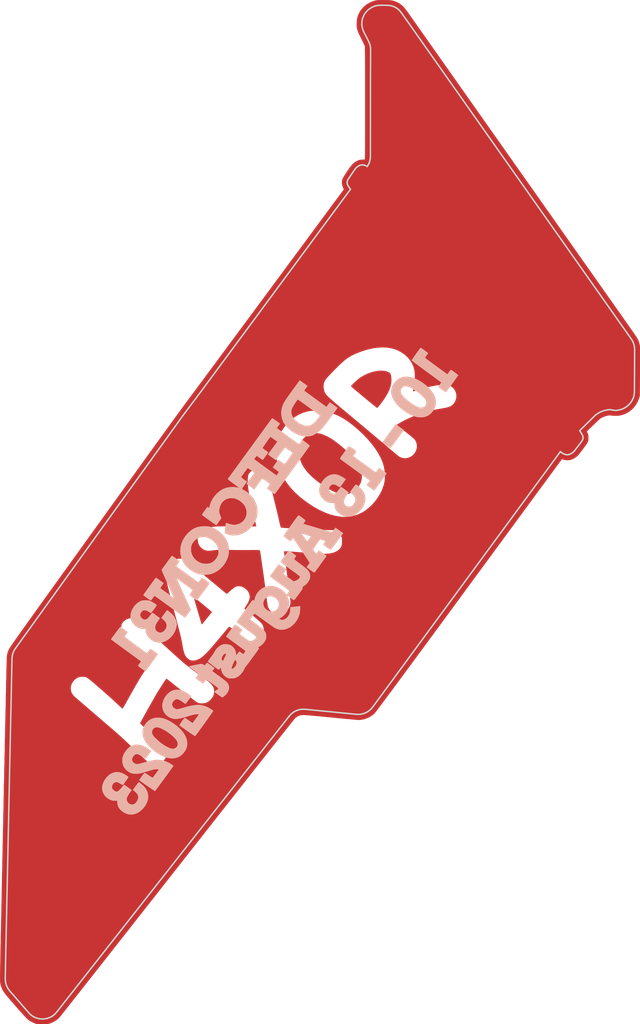
<source format=kicad_pcb>

(kicad_pcb (version 4) (host pcbnew 4.0.7)

	(general
		(links 0)
		(no_connects 0)
		(area 77.052499 41.877835 92.193313 53.630501)
		(thickness 1.6)
		(drawings 8)
		(tracks 0)
		(zones 0)
		(modules 1)
		(nets 1)
	)

	(page A4)
	(layers
		(0 F.Cu signal)
		(31 B.Cu signal)
		(32 B.Adhes user)
		(33 F.Adhes user)
		(34 B.Paste user)
		(35 F.Paste user)
		(36 B.SilkS user)
		(37 F.SilkS user)
		(38 B.Mask user)
		(39 F.Mask user)
		(40 Dwgs.User user)
		(41 Cmts.User user)
		(42 Eco1.User user)
		(43 Eco2.User user)
		(44 Edge.Cuts user)
		(45 Margin user)
		(46 B.CrtYd user)
		(47 F.CrtYd user)
		(48 B.Fab user)
		(49 F.Fab user)
	)

	(setup
		(last_trace_width 0.25)
		(trace_clearance 0.2)
		(zone_clearance 0.508)
		(zone_45_only no)
		(trace_min 0.2)
		(segment_width 0.2)
		(edge_width 0.15)
		(via_size 0.6)
		(via_drill 0.4)
		(via_min_size 0.4)
		(via_min_drill 0.3)
		(uvia_size 0.3)
		(uvia_drill 0.1)
		(uvias_allowed no)
		(uvia_min_size 0.2)
		(uvia_min_drill 0.1)
		(pcb_text_width 0.3)
		(pcb_text_size 1.5 1.5)
		(mod_edge_width 0.15)
		(mod_text_size 1 1)
		(mod_text_width 0.15)
		(pad_size 1.524 1.524)
		(pad_drill 0.762)
		(pad_to_mask_clearance 0.2)
		(aux_axis_origin 0 0)
		(visible_elements FFFFFF7F)
		(pcbplotparams
			(layerselection 0x010f0_80000001)
			(usegerberextensions false)
			(excludeedgelayer true)
			(linewidth 0.100000)
			(plotframeref false)
			(viasonmask false)
			(mode 1)
			(useauxorigin false)
			(hpglpennumber 1)
			(hpglpenspeed 20)
			(hpglpendiameter 15)
			(hpglpenoverlay 2)
			(psnegative false)
			(psa4output false)
			(plotreference true)
			(plotvalue true)
			(plotinvisibletext false)
			(padsonsilk false)
			(subtractmaskfromsilk false)
			(outputformat 1)
			(mirror false)
			(drillshape 1)
			(scaleselection 1)
			(outputdirectory gerbers/))
	)

	(net 0 "")

	(net_class Default "This is the default net class."
		(clearance 0.2)
		(trace_width 0.25)
		(via_dia 0.6)
		(via_drill 0.4)
		(uvia_dia 0.3)
		(uvia_drill 0.1)
	)
(module LOGO (layer F.Cu)
  (at 0 0)
 (fp_text reference "G***" (at 0 0) (layer F.SilkS) hide
  (effects (font (thickness 0.3)))
  )
  (fp_text value "LOGO" (at 0.75 0) (layer F.SilkS) hide
  (effects (font (thickness 0.3)))
  )
)
(module LOGO (layer F.Cu)
  (at 0 0)
 (fp_text reference "G***" (at 0 0) (layer F.SilkS) hide
  (effects (font (thickness 0.3)))
  )
  (fp_text value "LOGO" (at 0.75 0) (layer F.SilkS) hide
  (effects (font (thickness 0.3)))
  )
)
(module LOGO (layer F.Cu)
  (at 0 0)
 (fp_text reference "G***" (at 0 0) (layer F.SilkS) hide
  (effects (font (thickness 0.3)))
  )
  (fp_text value "LOGO" (at 0.75 0) (layer F.SilkS) hide
  (effects (font (thickness 0.3)))
  )
  (fp_poly (pts (xy -26.491005 17.568113) (xy -26.301786 17.627333) (xy -26.236083 17.657618) (xy -26.155058 17.701642) (xy -26.073532 17.751905) (xy -25.999323 17.802798) (xy -25.940251 17.848715) (xy -25.904133 17.884048)
     (xy -25.896981 17.900816) (xy -25.911308 17.924424) (xy -25.945161 17.974552) (xy -25.993088 18.043541) (xy -26.049636 18.123735) (xy -26.109354 18.207474) (xy -26.166788 18.287101) (xy -26.216486 18.354957)
     (xy -26.252995 18.403384) (xy -26.267829 18.421673) (xy -26.291638 18.419340) (xy -26.340477 18.397419) (xy -26.404580 18.360431) (xy -26.416609 18.352766) (xy -26.545381 18.279036) (xy -26.653818 18.239205)
     (xy -26.746497 18.232945) (xy -26.827997 18.259927) (xy -26.901212 18.318077) (xy -26.967451 18.406225) (xy -27.005605 18.500278) (xy -27.011626 18.588961) (xy -27.006780 18.612079) (xy -26.967458 18.694043)
     (xy -26.903920 18.768538) (xy -26.826193 18.828185) (xy -26.744299 18.865603) (xy -26.668264 18.873415) (xy -26.655159 18.870906) (xy -26.597930 18.842095) (xy -26.524589 18.783264) (xy -26.441353 18.700358)
     (xy -26.354445 18.599323) (xy -26.308174 18.539312) (xy -26.250974 18.467457) (xy -26.206271 18.421995) (xy -26.178551 18.407368) (xy -26.175866 18.408258) (xy -26.150443 18.425526) (xy -26.097940 18.462705)
     (xy -26.025453 18.514726) (xy -25.940075 18.576516) (xy -25.918583 18.592143) (xy -25.833014 18.654399) (xy -25.760512 18.707115) (xy -25.707545 18.745591) (xy -25.680581 18.765127) (xy -25.678594 18.766547)
     (xy -25.687283 18.784279) (xy -25.716606 18.827398) (xy -25.761068 18.887987) (xy -25.782400 18.916044) (xy -25.865001 19.033620) (xy -25.933315 19.150516) (xy -25.983110 19.258168) (xy -26.010151 19.348015)
     (xy -26.013816 19.384055) (xy -25.994299 19.496989) (xy -25.940640 19.595762) (xy -25.860265 19.674238) (xy -25.760599 19.726275) (xy -25.649067 19.745735) (xy -25.583361 19.739960) (xy -25.494661 19.704055)
     (xy -25.408635 19.635616) (xy -25.332374 19.544206) (xy -25.272970 19.439395) (xy -25.237515 19.330746) (xy -25.230666 19.264194) (xy -25.243413 19.160138) (xy -25.283994 19.061709) (xy -25.355924 18.963550)
     (xy -25.462717 18.860303) (xy -25.533397 18.802667) (xy -25.592712 18.756418) (xy -25.399260 18.490351) (xy -25.319687 18.383943) (xy -25.255672 18.304659) (xy -25.209524 18.255164) (xy -25.183554 18.238124)
     (xy -25.181195 18.238712) (xy -25.152732 18.258219) (xy -25.101764 18.295494) (xy -25.039323 18.342469) (xy -25.039288 18.342495) (xy -24.863277 18.498765) (xy -24.726955 18.667608) (xy -24.630427 18.846597)
     (xy -24.573793 19.033307) (xy -24.557157 19.225313) (xy -24.580620 19.420189) (xy -24.644286 19.615511) (xy -24.748257 19.808852) (xy -24.892635 19.997787) (xy -24.966083 20.075982) (xy -25.133481 20.220091)
     (xy -25.310127 20.326554) (xy -25.492888 20.394451) (xy -25.678630 20.422861) (xy -25.864220 20.410864) (xy -25.993155 20.377662) (xy -26.191198 20.288484) (xy -26.365610 20.164377) (xy -26.447164 20.085603)
     (xy -26.547715 19.956213) (xy -26.610925 19.818961) (xy -26.641654 19.662650) (xy -26.644082 19.632084) (xy -26.653631 19.483917) (xy -26.777124 19.491033) (xy -26.947448 19.480022) (xy -27.116266 19.428770)
     (xy -27.279032 19.339263) (xy -27.431200 19.213483) (xy -27.445126 19.199529) (xy -27.549064 19.064790) (xy -27.625174 18.903534) (xy -27.664824 18.752056) (xy -27.673185 18.587437) (xy -27.645068 18.413123)
     (xy -27.582939 18.236016) (xy -27.489265 18.063015) (xy -27.366512 17.901022) (xy -27.356711 17.890071) (xy -27.201062 17.744677) (xy -27.034635 17.639362) (xy -26.859462 17.574549) (xy -26.677574 17.550659)
     (xy -26.491005 17.568113) )(layer B.SilkS) (width  0.010000)
  )
  (fp_poly (pts (xy -25.105852 15.716565) (xy -24.899736 15.781754) (xy -24.785244 15.833712) (xy -24.723200 15.868252) (xy -24.648275 15.915143) (xy -24.568548 15.968637) (xy -24.492093 16.022985) (xy -24.426988 16.072438)
     (xy -24.381310 16.111247) (xy -24.363136 16.133665) (xy -24.363095 16.134175) (xy -24.374856 16.157690) (xy -24.406837 16.206857) (xy -24.453672 16.274384) (xy -24.509994 16.352982) (xy -24.570436 16.435357)
     (xy -24.629633 16.514221) (xy -24.682217 16.582281) (xy -24.722824 16.632246) (xy -24.746085 16.656826) (xy -24.748764 16.658167) (xy -24.772510 16.646260) (xy -24.821214 16.614399) (xy -24.886229 16.568373)
     (xy -24.919127 16.544117) (xy -25.062924 16.444160) (xy -25.184570 16.377418) (xy -25.288042 16.343800) (xy -25.377319 16.343212) (xy -25.456378 16.375563) (xy -25.529199 16.440761) (xy -25.593374 16.528525)
     (xy -25.641792 16.636921) (xy -25.649020 16.740688) (xy -25.616195 16.835950) (xy -25.544455 16.918831) (xy -25.463329 16.971816) (xy -25.415562 16.993242) (xy -25.366601 17.006334) (xy -25.310557 17.010385)
     (xy -25.241539 17.004687) (xy -25.153657 16.988530) (xy -25.041022 16.961207) (xy -24.897743 16.922009) (xy -24.788076 16.890604) (xy -24.549487 16.824978) (xy -24.343054 16.776284) (xy -24.162395 16.743928)
     (xy -24.001128 16.727319) (xy -23.852874 16.725864) (xy -23.711251 16.738970) (xy -23.569879 16.766045) (xy -23.536132 16.774337) (xy -23.447283 16.802260) (xy -23.345544 16.842640) (xy -23.238022 16.891635)
     (xy -23.131824 16.945399) (xy -23.034056 17.000089) (xy -22.951825 17.051861) (xy -22.892238 17.096869) (xy -22.862401 17.131271) (xy -22.860297 17.139914) (xy -22.872456 17.160443) (xy -22.906825 17.210770)
     (xy -22.960487 17.286917) (xy -23.030525 17.384906) (xy -23.114024 17.500761) (xy -23.208066 17.630504) (xy -23.309735 17.770157) (xy -23.416114 17.915744) (xy -23.524287 18.063287) (xy -23.631337 18.208809)
     (xy -23.734348 18.348332) (xy -23.830402 18.477879) (xy -23.916584 18.593473) (xy -23.989976 18.691137) (xy -24.047663 18.766893) (xy -24.086727 18.816763) (xy -24.104251 18.836771) (xy -24.104762 18.836977)
     (xy -24.125208 18.825014) (xy -24.175963 18.791824) (xy -24.252611 18.740397) (xy -24.350739 18.673722) (xy -24.465931 18.594787) (xy -24.593773 18.506583) (xy -24.638000 18.475940) (xy -24.768796 18.384822)
     (xy -24.887875 18.301099) (xy -24.990891 18.227889) (xy -25.073498 18.168307) (xy -25.131353 18.125469) (xy -25.160108 18.102493) (xy -25.162469 18.099807) (xy -25.152664 18.078643) (xy -25.122935 18.031231)
     (xy -25.078693 17.965236) (xy -25.025348 17.888325) (xy -24.968310 17.808162) (xy -24.912992 17.732416) (xy -24.864803 17.668750) (xy -24.829154 17.624833) (xy -24.820759 17.615666) (xy -24.803840 17.609531)
     (xy -24.773925 17.617648) (xy -24.726053 17.642688) (xy -24.655261 17.687319) (xy -24.556588 17.754212) (xy -24.533353 17.770301) (xy -24.439035 17.833818) (xy -24.357997 17.884658) (xy -24.296327 17.919268)
     (xy -24.260110 17.934097) (xy -24.253790 17.933424) (xy -24.235636 17.910770) (xy -24.197360 17.860068) (xy -24.143625 17.787590) (xy -24.079093 17.699608) (xy -24.036564 17.641206) (xy -23.837600 17.367250)
     (xy -23.946758 17.360232) (xy -24.008183 17.358854) (xy -24.073729 17.363539) (xy -24.149753 17.375656) (xy -24.242616 17.396575) (xy -24.358675 17.427666) (xy -24.504290 17.470298) (xy -24.617061 17.504620)
     (xy -24.801909 17.560312) (xy -24.953706 17.603099) (xy -25.079270 17.634319) (xy -25.185417 17.655312) (xy -25.278963 17.667415) (xy -25.366723 17.671965) (xy -25.455515 17.670302) (xy -25.459926 17.670088)
     (xy -25.646784 17.642957) (xy -25.815131 17.579635) (xy -25.970149 17.477820) (xy -26.046366 17.409729) (xy -26.166910 17.267565) (xy -26.249038 17.111917) (xy -26.295150 16.937375) (xy -26.306401 16.824075)
     (xy -26.301330 16.643277) (xy -26.265689 16.476688) (xy -26.196306 16.313489) (xy -26.118987 16.184964) (xy -25.978980 16.005160) (xy -25.826838 15.865894) (xy -25.663007 15.767284) (xy -25.487935 15.709447)
     (xy -25.302068 15.692502) (xy -25.105852 15.716565) )(layer B.SilkS) (width  0.010000)
  )
  (fp_poly (pts (xy -23.713550 13.892752) (xy -23.481692 13.947435) (xy -23.473833 13.949908) (xy -23.267146 14.030767) (xy -23.052417 14.142396) (xy -22.837911 14.278582) (xy -22.631892 14.433111) (xy -22.442624 14.599769)
     (xy -22.278372 14.772342) (xy -22.147399 14.944615) (xy -22.143973 14.949863) (xy -22.027243 15.159617) (xy -21.951913 15.364887) (xy -21.917920 15.564712) (xy -21.925203 15.758128) (xy -21.973698 15.944172)
     (xy -22.063344 16.121880) (xy -22.194077 16.290291) (xy -22.233630 16.331283) (xy -22.353443 16.439152) (xy -22.469367 16.516356) (xy -22.595363 16.570621) (xy -22.731531 16.606788) (xy -22.829655 16.624718)
     (xy -22.916122 16.632286) (xy -23.007225 16.629721) (xy -23.119256 16.617252) (xy -23.151872 16.612695) (xy -23.354881 16.566364) (xy -23.570390 16.485546) (xy -23.792295 16.373776) (xy -24.014485 16.234591)
     (xy -24.230854 16.071527) (xy -24.435294 15.888120) (xy -24.479250 15.844182) (xy -24.652041 15.646229) (xy -24.785360 15.446264) (xy -24.879025 15.245997) (xy -24.932855 15.047137) (xy -24.946666 14.851394)
     (xy -24.943581 14.829074) (xy -24.298976 14.829074) (xy -24.290427 14.938926) (xy -24.258519 15.025356) (xy -24.189765 15.132136) (xy -24.088773 15.250850) (xy -23.961915 15.376077) (xy -23.815568 15.502398)
     (xy -23.656104 15.624394) (xy -23.489899 15.736644) (xy -23.323326 15.833729) (xy -23.283333 15.854510) (xy -23.132158 15.923861) (xy -23.005628 15.964954) (xy -22.897725 15.978717) (xy -22.802430 15.966078)
     (xy -22.734290 15.939158) (xy -22.644386 15.871957) (xy -22.587053 15.782406) (xy -22.563654 15.676764) (xy -22.575555 15.561286) (xy -22.624118 15.442230) (xy -22.625433 15.439925) (xy -22.701345 15.332381)
     (xy -22.808125 15.215921) (xy -22.939045 15.095226) (xy -23.087375 14.974977) (xy -23.246386 14.859854) (xy -23.409347 14.754537) (xy -23.569530 14.663707) (xy -23.720205 14.592044) (xy -23.854643 14.544229)
     (xy -23.937785 14.527174) (xy -24.049651 14.532470) (xy -24.145973 14.571939) (xy -24.222480 14.638950) (xy -24.274904 14.726872) (xy -24.298976 14.829074) (xy -24.943581 14.829074) (xy -24.920278 14.660478)
     (xy -24.853508 14.476097) (xy -24.746174 14.299961) (xy -24.655212 14.191391) (xy -24.501667 14.056569) (xy -24.328997 13.958940) (xy -24.138934 13.898858) (xy -23.933208 13.876678) (xy -23.713550 13.892752) )(layer B.SilkS) (width  0.010000)
  )
  (fp_poly (pts (xy -22.357757 12.019838) (xy -22.157561 12.090812) (xy -22.124792 12.106193) (xy -22.044559 12.148753) (xy -21.956926 12.201065) (xy -21.869097 12.258061) (xy -21.788272 12.314673) (xy -21.721653 12.365834)
     (xy -21.676444 12.406478) (xy -21.659844 12.431535) (xy -21.660087 12.433164) (xy -21.675236 12.459848) (xy -21.709592 12.511385) (xy -21.757809 12.580448) (xy -21.814538 12.659712) (xy -21.874430 12.741851)
     (xy -21.932139 12.819537) (xy -21.982315 12.885446) (xy -22.019611 12.932251) (xy -22.038678 12.952626) (xy -22.039528 12.952950) (xy -22.061874 12.941472) (xy -22.110354 12.909572) (xy -22.177374 12.862416)
     (xy -22.240612 12.816157) (xy -22.376607 12.722191) (xy -22.490823 12.661056) (xy -22.588189 12.632737) (xy -22.673634 12.637221) (xy -22.752087 12.674494) (xy -22.828476 12.744541) (xy -22.884265 12.814301)
     (xy -22.934411 12.913591) (xy -22.944632 13.014291) (xy -22.916706 13.110519) (xy -22.852410 13.196396) (xy -22.753521 13.266040) (xy -22.746723 13.269476) (xy -22.685902 13.297252) (xy -22.637725 13.309285)
     (xy -22.583659 13.307710) (xy -22.513920 13.296288) (xy -22.443589 13.280828) (xy -22.345309 13.255958) (xy -22.231515 13.224967) (xy -22.114642 13.191144) (xy -22.101716 13.187266) (xy -21.837173 13.113274)
     (xy -21.603030 13.060852) (xy -21.393374 13.029808) (xy -21.202296 13.019946) (xy -21.023884 13.031073) (xy -20.852229 13.062995) (xy -20.681419 13.115516) (xy -20.621064 13.138600) (xy -20.550571 13.170786)
     (xy -20.466245 13.215166) (xy -20.377358 13.266115) (xy -20.293185 13.318007) (xy -20.222997 13.365216) (xy -20.176068 13.402117) (xy -20.163339 13.416286) (xy -20.173177 13.436274) (xy -20.205231 13.486353)
     (xy -20.256621 13.562520) (xy -20.324468 13.660775) (xy -20.405893 13.777115) (xy -20.498016 13.907539) (xy -20.597957 14.048043) (xy -20.702836 14.194627) (xy -20.809775 14.343289) (xy -20.915894 14.490026)
     (xy -21.018313 14.630836) (xy -21.114153 14.761719) (xy -21.200534 14.878671) (xy -21.274576 14.977691) (xy -21.333401 15.054777) (xy -21.374128 15.105927) (xy -21.393878 15.127139) (xy -21.394592 15.127460)
     (xy -21.415228 15.116815) (xy -21.466120 15.084823) (xy -21.542854 15.034428) (xy -21.641018 14.968572) (xy -21.756196 14.890201) (xy -21.883975 14.802257) (xy -21.928666 14.771282) (xy -22.059530 14.679957)
     (xy -22.178732 14.595878) (xy -22.281915 14.522189) (xy -22.364720 14.462035) (xy -22.422791 14.418562) (xy -22.451770 14.394914) (xy -22.454200 14.392012) (xy -22.444725 14.369861) (xy -22.415178 14.321470)
     (xy -22.370927 14.254435) (xy -22.317339 14.176352) (xy -22.259784 14.094817) (xy -22.203628 14.017425) (xy -22.154242 13.951773) (xy -22.116992 13.905457) (xy -22.097247 13.886073) (xy -22.096531 13.885909)
     (xy -22.075828 13.897157) (xy -22.026832 13.928520) (xy -21.955899 13.975795) (xy -21.869386 14.034778) (xy -21.824015 14.066137) (xy -21.732910 14.128736) (xy -21.654917 14.181101) (xy -21.596196 14.219197)
     (xy -21.562902 14.238984) (xy -21.557726 14.240762) (xy -21.543924 14.222494) (xy -21.509338 14.175752) (xy -21.458165 14.106237) (xy -21.394603 14.019650) (xy -21.338843 13.943542) (xy -21.125787 13.652500)
     (xy -21.264880 13.652500) (xy -21.334793 13.654654) (xy -21.406423 13.662166) (xy -21.486791 13.676614) (xy -21.582918 13.699575) (xy -21.701826 13.732624) (xy -21.850537 13.777340) (xy -21.928666 13.801568)
     (xy -22.143302 13.865986) (xy -22.324906 13.914211) (xy -22.479264 13.946939) (xy -22.612163 13.964870) (xy -22.729389 13.968701) (xy -22.836726 13.959131) (xy -22.939962 13.936856) (xy -22.972166 13.927441)
     (xy -23.087260 13.879892) (xy -23.207147 13.810371) (xy -23.317408 13.728590) (xy -23.403628 13.644262) (xy -23.416715 13.627950) (xy -23.518951 13.461458) (xy -23.583901 13.282585) (xy -23.610090 13.097449)
     (xy -23.596041 12.912166) (xy -23.593031 12.897021) (xy -23.527516 12.686108) (xy -23.421585 12.487028) (xy -23.275700 12.300615) (xy -23.241455 12.264605) (xy -23.088992 12.136926) (xy -22.921799 12.048242)
     (xy -22.742467 11.998921) (xy -22.553590 11.989330) (xy -22.357757 12.019838) )(layer B.SilkS) (width  0.010000)
  )
  (fp_poly (pts (xy -20.567176 10.174486) (xy -20.529282 10.199623) (xy -20.469839 10.241500) (xy -20.396639 10.294355) (xy -20.317471 10.352427) (xy -20.240128 10.409955) (xy -20.172398 10.461175) (xy -20.122074 10.500328)
     (xy -20.096945 10.521652) (xy -20.095685 10.523175) (xy -20.100737 10.549203) (xy -20.125890 10.597002) (xy -20.155378 10.641479) (xy -20.226765 10.740862) (xy -19.823591 11.035683) (xy -19.659630 11.156140)
     (xy -19.526506 11.255522) (xy -19.420440 11.337126) (xy -19.337652 11.404246) (xy -19.274365 11.460179) (xy -19.226800 11.508218) (xy -19.191177 11.551661) (xy -19.163717 11.593801) (xy -19.146316 11.626317)
     (xy -19.099900 11.759953) (xy -19.093520 11.896114) (xy -19.127511 12.036941) (xy -19.202210 12.184577) (xy -19.243778 12.246316) (xy -19.300491 12.312117) (xy -19.378683 12.386567) (xy -19.463495 12.456600)
     (xy -19.540068 12.509150) (xy -19.547416 12.513338) (xy -19.571054 12.505608) (xy -19.621955 12.476466) (xy -19.693614 12.430025) (xy -19.779522 12.370400) (xy -19.821745 12.339889) (xy -19.911192 12.273554)
     (xy -19.987588 12.215183) (xy -20.044750 12.169636) (xy -20.076495 12.141769) (xy -20.080836 12.136306) (xy -20.067358 12.116656) (xy -20.026317 12.082276) (xy -19.966366 12.040356) (xy -19.961789 12.037392)
     (xy -19.897649 11.993016) (xy -19.848737 11.953498) (xy -19.825457 11.927260) (xy -19.825326 11.926931) (xy -19.824501 11.912178) (xy -19.834574 11.892775) (xy -19.858959 11.865869) (xy -19.901071 11.828604)
     (xy -19.964327 11.778129) (xy -20.052141 11.711588) (xy -20.167929 11.626128) (xy -20.303984 11.526972) (xy -20.404414 11.455471) (xy -20.493683 11.394635) (xy -20.566021 11.348176) (xy -20.615661 11.319806)
     (xy -20.636519 11.312977) (xy -20.658043 11.335567) (xy -20.695638 11.383270) (xy -20.741552 11.446205) (xy -20.746162 11.452754) (xy -20.793030 11.513601) (xy -20.833420 11.555381) (xy -20.859620 11.570257)
     (xy -20.861414 11.569874) (xy -20.888061 11.554022) (xy -20.939888 11.519042) (xy -21.009004 11.470646) (xy -21.087519 11.414543) (xy -21.167541 11.356445) (xy -21.241181 11.302061) (xy -21.300549 11.257102)
     (xy -21.337753 11.227279) (xy -21.346118 11.219086) (xy -21.338693 11.196421) (xy -21.310955 11.148871) (xy -21.268219 11.085246) (xy -21.250293 11.060249) (xy -21.145305 10.916239) (xy -21.267111 10.826839)
     (xy -21.335084 10.776963) (xy -21.424450 10.711409) (xy -21.522460 10.639526) (xy -21.597627 10.584406) (xy -21.675950 10.524724) (xy -21.737830 10.473206) (xy -21.777345 10.435113) (xy -21.788570 10.415709)
     (xy -21.788127 10.415173) (xy -21.762887 10.406506) (xy -21.703841 10.391756) (xy -21.618819 10.372507) (xy -21.515649 10.350346) (xy -21.402158 10.326858) (xy -21.286175 10.303630) (xy -21.175528 10.282247)
     (xy -21.078045 10.264295) (xy -21.001553 10.251360) (xy -20.953881 10.245029) (xy -20.946414 10.244654) (xy -20.904397 10.257011) (xy -20.850410 10.287673) (xy -20.836702 10.297584) (xy -20.788823 10.330859)
     (xy -20.754123 10.349233) (xy -20.748334 10.350500) (xy -20.726484 10.334626) (xy -20.690210 10.293720) (xy -20.660722 10.254948) (xy -20.614537 10.199126) (xy -20.579475 10.173866) (xy -20.567176 10.174486) )(layer B.SilkS) (width  0.010000)
  )
  (fp_poly (pts (xy -15.040231 2.618141) (xy -14.990761 2.647860) (xy -14.922762 2.692025) (xy -14.844005 2.745295) (xy -14.762256 2.802323) (xy -14.685284 2.857768) (xy -14.620858 2.906284) (xy -14.576745 2.942528)
     (xy -14.574684 2.944408) (xy -14.574072 2.971857) (xy -14.598620 3.022347) (xy -14.618759 3.052916) (xy -14.658025 3.109322) (xy -14.687787 3.153540) (xy -14.696911 3.168027) (xy -14.685251 3.189169)
     (xy -14.640370 3.231927) (xy -14.564358 3.294566) (xy -14.459302 3.375347) (xy -14.356502 3.451317) (xy -14.187551 3.575689) (xy -14.050005 3.680087) (xy -13.939990 3.767937) (xy -13.853632 3.842665)
     (xy -13.787059 3.907696) (xy -13.736395 3.966457) (xy -13.697768 4.022372) (xy -13.684167 4.045897) (xy -13.650005 4.115096) (xy -13.631004 4.177496) (xy -13.622981 4.251313) (xy -13.621660 4.318122)
     (xy -13.624788 4.415245) (xy -13.637403 4.490004) (xy -13.663590 4.562025) (xy -13.679459 4.595853) (xy -13.784059 4.762410) (xy -13.922418 4.906808) (xy -14.028177 4.986110) (xy -14.090442 5.027032)
     (xy -14.137436 5.058312) (xy -14.159144 5.073281) (xy -14.159240 5.073359) (xy -14.153852 5.091983) (xy -14.134883 5.114688) (xy -14.125992 5.127795) (xy -14.125128 5.145922) (xy -14.134886 5.173398)
     (xy -14.157860 5.214553) (xy -14.196645 5.273716) (xy -14.253835 5.355217) (xy -14.332026 5.463384) (xy -14.397792 5.553392) (xy -14.481844 5.666864) (xy -14.558305 5.767597) (xy -14.623490 5.850941)
     (xy -14.673716 5.912242) (xy -14.705299 5.946849) (xy -14.714084 5.952827) (xy -14.737599 5.938879) (xy -14.788286 5.904556) (xy -14.859267 5.854641) (xy -14.943669 5.793914) (xy -14.966702 5.777135)
     (xy -15.059618 5.709474) (xy -15.122746 5.664742) (xy -15.160482 5.640895) (xy -15.177222 5.635890) (xy -15.177362 5.647684) (xy -15.165297 5.674235) (xy -15.158252 5.688112) (xy -15.089985 5.864442)
     (xy -15.052668 6.058077) (xy -15.047369 6.256336) (xy -15.075154 6.446538) (xy -15.089963 6.499694) (xy -15.155587 6.657285) (xy -15.248946 6.809697) (xy -15.362351 6.947495) (xy -15.488114 7.061244)
     (xy -15.609450 7.137190) (xy -15.663167 7.167840) (xy -15.694994 7.194955) (xy -15.699137 7.206326) (xy -15.671952 7.232189) (xy -15.616847 7.255107) (xy -15.548224 7.271203) (xy -15.480487 7.276598)
     (xy -15.449111 7.273653) (xy -15.351866 7.239462) (xy -15.249909 7.177285) (xy -15.157493 7.096985) (xy -15.107514 7.037260) (xy -15.029614 6.904619) (xy -14.983934 6.766280) (xy -14.966248 6.608540)
     (xy -14.965713 6.577542) (xy -14.964051 6.493942) (xy -14.958886 6.444265) (xy -14.948285 6.420131) (xy -14.930316 6.413159) (xy -14.927791 6.413079) (xy -14.893774 6.410725) (xy -14.826702 6.404574)
     (xy -14.735595 6.395502) (xy -14.629471 6.384384) (xy -14.605000 6.381750) (xy -14.498770 6.370375) (xy -14.407521 6.360821) (xy -14.339592 6.353945) (xy -14.303321 6.350603) (xy -14.300177 6.350421)
     (xy -14.291805 6.369630) (xy -14.288864 6.421806) (xy -14.290692 6.498025) (xy -14.296626 6.589362) (xy -14.306003 6.686891) (xy -14.318158 6.781688) (xy -14.332430 6.864828) (xy -14.341294 6.903720)
     (xy -14.415703 7.117320) (xy -14.522093 7.316027) (xy -14.655901 7.495444) (xy -14.812571 7.651177) (xy -14.987540 7.778833) (xy -15.176250 7.874017) (xy -15.374140 7.932334) (xy -15.415972 7.939417)
     (xy -15.600382 7.946218) (xy -15.785773 7.915156) (xy -15.959854 7.848566) (xy -15.995605 7.829270) (xy -16.040326 7.801014) (xy -16.114350 7.751072) (xy -16.212869 7.682825) (xy -16.331072 7.599654)
     (xy -16.464150 7.504941) (xy -16.607293 7.402067) (xy -16.734585 7.309786) (xy -16.877306 7.206262) (xy -17.009485 7.111087) (xy -17.127176 7.027047) (xy -17.226433 6.956932) (xy -17.303311 6.903527)
     (xy -17.353863 6.869623) (xy -17.374068 6.858000) (xy -17.391620 6.873770) (xy -17.427613 6.915552) (xy -17.475676 6.975057) (xy -17.529442 7.043996) (xy -17.582542 7.114079) (xy -17.628606 7.177018)
     (xy -17.661265 7.224522) (xy -17.674152 7.248303) (xy -17.674166 7.248590) (xy -17.657858 7.263024) (xy -17.612300 7.298468) (xy -17.542541 7.351122) (xy -17.453632 7.417183) (xy -17.350622 7.492850)
     (xy -17.319625 7.515471) (xy -17.150693 7.639830) (xy -17.013166 7.744218) (xy -16.903171 7.832061) (xy -16.816832 7.906786) (xy -16.750276 7.971820) (xy -16.699628 8.030588) (xy -16.661014 8.086517)
     (xy -16.647500 8.109897) (xy -16.613634 8.178160) (xy -16.594884 8.238933) (xy -16.587192 8.310233) (xy -16.586244 8.382000) (xy -16.590340 8.480304) (xy -16.604284 8.557145) (xy -16.632531 8.633051)
     (xy -16.647762 8.665549) (xy -16.727297 8.793725) (xy -16.835245 8.917855) (xy -16.958767 9.024385) (xy -17.034714 9.074045) (xy -17.095237 9.110564) (xy -17.123441 9.134671) (xy -17.124927 9.152776)
     (xy -17.113887 9.164638) (xy -17.086873 9.196295) (xy -17.081500 9.212043) (xy -17.093649 9.234569) (xy -17.127797 9.286221) (xy -17.180494 9.362294) (xy -17.248291 9.458082) (xy -17.327740 9.568881)
     (xy -17.415390 9.689985) (xy -17.507792 9.816689) (xy -17.601498 9.944289) (xy -17.693058 10.068079) (xy -17.779023 10.183355) (xy -17.855944 10.285411) (xy -17.920371 10.369542) (xy -17.968854 10.431043)
     (xy -17.997946 10.465209) (xy -18.004108 10.470559) (xy -18.027758 10.496976) (xy -18.045214 10.543872) (xy -18.069261 10.605647) (xy -18.115585 10.687996) (xy -18.177192 10.780912) (xy -18.247085 10.874388)
     (xy -18.318269 10.958416) (xy -18.374440 11.014825) (xy -18.506342 11.117836) (xy -18.637703 11.185346) (xy -18.780461 11.222307) (xy -18.900122 11.232892) (xy -19.037501 11.231307) (xy -19.137336 11.216257)
     (xy -19.160858 11.208690) (xy -19.317476 11.127132) (xy -19.447131 11.014747) (xy -19.546393 10.875894) (xy -19.611837 10.714933) (xy -19.633767 10.607151) (xy -19.646292 10.512492) (xy -18.924177 10.512492)
     (xy -18.923812 10.547810) (xy -18.919251 10.556100) (xy -18.895933 10.577649) (xy -18.869578 10.578745) (xy -18.828138 10.557388) (xy -18.794625 10.535395) (xy -18.711533 10.463033) (xy -18.646977 10.374880)
     (xy -18.603890 10.279587) (xy -18.585205 10.185806) (xy -18.593854 10.102186) (xy -18.627571 10.042621) (xy -18.665258 10.007234) (xy -18.691506 9.990810) (xy -18.692866 9.990667) (xy -18.707283 10.003069)
     (xy -18.730533 10.042370) (xy -18.764133 10.111707) (xy -18.809600 10.214221) (xy -18.868451 10.353050) (xy -18.871483 10.360309) (xy -18.907222 10.451990) (xy -18.924177 10.512492) (xy -19.646292 10.512492)
     (xy -19.648821 10.493385) (xy -19.715943 10.573335) (xy -19.762926 10.622443) (xy -19.796417 10.639019) (xy -19.814777 10.634184) (xy -19.858489 10.605436) (xy -19.924498 10.559023) (xy -20.006758 10.499496)
     (xy -20.099221 10.431405) (xy -20.195839 10.359301) (xy -20.290566 10.287734) (xy -20.377353 10.221255) (xy -20.450154 10.164414) (xy -20.502921 10.121761) (xy -20.529607 10.097847) (xy -20.531666 10.094745)
     (xy -20.519941 10.072853) (xy -20.488390 10.024601) (xy -20.442450 9.957597) (xy -20.432380 9.943260) (xy -19.597269 9.943260) (xy -19.580399 10.004141) (xy -19.569396 10.018581) (xy -19.535601 10.046352)
     (xy -19.517811 10.054167) (xy -19.502874 10.036191) (xy -19.474833 9.987528) (xy -19.437999 9.916075) (xy -19.405093 9.847792) (xy -19.354515 9.739077) (xy -19.320351 9.662463) (xy -19.300700 9.611885)
     (xy -19.293658 9.581279) (xy -19.297321 9.564582) (xy -19.309787 9.555727) (xy -19.313030 9.554417) (xy -19.360792 9.556347) (xy -19.420894 9.586505) (xy -19.482393 9.637763) (xy -19.529497 9.695444)
     (xy -19.570298 9.776594) (xy -19.593396 9.863305) (xy -19.597269 9.943260) (xy -20.432380 9.943260) (xy -20.387556 9.879450) (xy -20.329145 9.797770) (xy -20.272654 9.720166) (xy -20.223518 9.654246)
     (xy -20.187175 9.607619) (xy -20.169975 9.588500) (xy -20.154124 9.565486) (xy -20.125794 9.515238) (xy -20.091074 9.448564) (xy -20.090566 9.447555) (xy -19.999047 9.300120) (xy -19.882525 9.165451)
     (xy -19.751319 9.054158) (xy -19.646470 8.990917) (xy -19.572983 8.956818) (xy -19.512302 8.936174) (xy -19.448596 8.925681) (xy -19.366037 8.922037) (xy -19.315028 8.921750) (xy -19.166109 8.931007)
     (xy -19.043828 8.961998) (xy -18.936011 9.019551) (xy -18.830485 9.108493) (xy -18.821318 9.117568) (xy -18.725708 9.236886) (xy -18.663372 9.373287) (xy -18.630700 9.534790) (xy -18.629840 9.543070)
     (xy -18.615770 9.683750) (xy -18.521802 9.551459) (xy -18.474044 9.488308) (xy -18.433158 9.441553) (xy -18.406780 9.419773) (xy -18.404072 9.419167) (xy -18.376011 9.431069) (xy -18.325720 9.462204)
     (xy -18.266833 9.503834) (xy -18.207493 9.546733) (xy -18.161844 9.577193) (xy -18.140085 9.588500) (xy -18.121605 9.572593) (xy -18.089284 9.532956) (xy -18.051784 9.481714) (xy -18.017770 9.430993)
     (xy -17.995904 9.392918) (xy -17.992198 9.381506) (xy -18.008866 9.366082) (xy -18.056143 9.328679) (xy -18.130308 9.272088) (xy -18.227636 9.199096) (xy -18.344405 9.112492) (xy -18.476893 9.015065)
     (xy -18.621376 8.909603) (xy -18.648345 8.890000) (xy -18.794309 8.783258) (xy -18.928547 8.683716) (xy -19.047391 8.594198) (xy -19.147172 8.517530) (xy -19.224224 8.456536) (xy -19.274876 8.414040)
     (xy -19.295462 8.392868) (xy -19.295686 8.391525) (xy -19.279266 8.363614) (xy -19.242488 8.309577) (xy -19.189606 8.235109) (xy -19.124878 8.145905) (xy -19.052557 8.047661) (xy -18.976901 7.946073)
     (xy -18.902165 7.846834) (xy -18.832605 7.755641) (xy -18.772476 7.678189) (xy -18.726035 7.620173) (xy -18.697536 7.587288) (xy -18.690776 7.582004) (xy -18.661520 7.599239) (xy -18.608618 7.635331)
     (xy -18.539557 7.684686) (xy -18.461829 7.741707) (xy -18.382923 7.800800) (xy -18.310327 7.856369) (xy -18.251531 7.902820) (xy -18.214025 7.934556) (xy -18.204367 7.945396) (xy -18.215400 7.970324)
     (xy -18.245549 8.019605) (xy -18.288792 8.083527) (xy -18.298684 8.097497) (xy -18.394035 8.231119) (xy -18.042688 8.488590) (xy -17.691342 8.746061) (xy -17.597553 8.710242) (xy -17.482052 8.657457)
     (xy -17.388722 8.597614) (xy -17.321498 8.534959) (xy -17.284317 8.473734) (xy -17.281113 8.418183) (xy -17.298502 8.387799) (xy -17.323073 8.366958) (xy -17.377867 8.324370) (xy -17.458795 8.263086)
     (xy -17.561773 8.186159) (xy -17.682713 8.096644) (xy -17.817530 7.997592) (xy -17.958046 7.895033) (xy -18.100739 7.790792) (xy -18.232018 7.694067) (xy -18.348074 7.607729) (xy -18.445095 7.534649)
     (xy -18.519271 7.477697) (xy -18.566792 7.439744) (xy -18.583846 7.423661) (xy -18.583850 7.423609) (xy -18.571952 7.403806) (xy -18.538146 7.354210) (xy -18.485572 7.279156) (xy -18.417369 7.182981)
     (xy -18.336676 7.070021) (xy -18.246632 6.944610) (xy -18.150376 6.811086) (xy -18.051049 6.673783) (xy -17.951788 6.537038) (xy -17.855732 6.405186) (xy -17.766022 6.282564) (xy -17.685796 6.173507)
     (xy -17.683258 6.170084) (xy -16.784105 6.170084) (xy -16.768308 6.310575) (xy -16.718386 6.429625) (xy -16.631019 6.534824) (xy -16.620406 6.544594) (xy -16.488008 6.644054) (xy -16.356119 6.701934)
     (xy -16.221887 6.718853) (xy -16.082459 6.695432) (xy -16.023166 6.674328) (xy -15.959798 6.639586) (xy -15.893918 6.590497) (xy -15.878437 6.576469) (xy -15.791279 6.467358) (xy -15.741519 6.347770)
     (xy -15.727337 6.223170) (xy -15.746914 6.099022) (xy -15.798430 5.980791) (xy -15.880066 5.873940) (xy -15.990002 5.783934) (xy -16.126418 5.716237) (xy -16.169669 5.701857) (xy -16.304641 5.681610)
     (xy -16.433546 5.699257) (xy -16.550562 5.750362) (xy -16.649863 5.830487) (xy -16.725628 5.935193) (xy -16.772034 6.060045) (xy -16.784105 6.170084) (xy -17.683258 6.170084) (xy -17.618193 6.082350)
     (xy -17.566353 6.013431) (xy -17.533414 5.971084) (xy -17.525317 5.961552) (xy -17.495979 5.935893) (xy -17.468548 5.937626) (xy -17.436300 5.956726) (xy -17.383840 5.991100) (xy -17.370834 5.879508)
     (xy -17.352379 5.796590) (xy -17.316450 5.693886) (xy -17.272911 5.596028) (xy -17.163272 5.419130) (xy -17.026002 5.270692) (xy -16.865965 5.152040) (xy -16.688026 5.064500) (xy -16.497048 5.009400)
     (xy -16.297896 4.988065) (xy -16.095434 5.001823) (xy -15.894526 5.051999) (xy -15.700036 5.139922) (xy -15.668435 5.158430) (xy -15.534784 5.248051) (xy -15.414961 5.344838) (xy -15.318381 5.440636)
     (xy -15.267853 5.505425) (xy -15.213258 5.587924) (xy -15.121360 5.466254) (xy -15.076117 5.403619) (xy -15.043262 5.352921) (xy -15.029413 5.324429) (xy -15.029324 5.323417) (xy -15.045855 5.306662)
     (xy -15.093029 5.268014) (xy -15.167124 5.210298) (xy -15.264414 5.136341) (xy -15.381177 5.048968) (xy -15.513689 4.951006) (xy -15.658226 4.845280) (xy -15.684742 4.826000) (xy -15.830891 4.719553)
     (xy -15.965688 4.620849) (xy -16.085421 4.532646) (xy -16.186376 4.457704) (xy -16.264841 4.398780) (xy -16.317102 4.358634) (xy -16.339446 4.340024) (xy -16.340005 4.339167) (xy -16.328052 4.320127)
     (xy -16.295182 4.272855) (xy -16.245631 4.203166) (xy -16.183634 4.116879) (xy -16.113426 4.019811) (xy -16.039243 3.917780) (xy -15.965321 3.816603) (xy -15.895895 3.722098) (xy -15.835200 3.640082)
     (xy -15.787473 3.576373) (xy -15.756948 3.536788) (xy -15.748900 3.527279) (xy -15.725261 3.532777) (xy -15.670837 3.563304) (xy -15.587844 3.617377) (xy -15.478497 3.693512) (xy -15.345013 3.790225)
     (xy -15.241853 3.866788) (xy -15.243271 3.890596) (xy -15.268398 3.940311) (xy -15.313589 4.009534) (xy -15.356223 4.067497) (xy -15.431896 4.166243) (xy -15.080598 4.423679) (xy -14.729300 4.681114)
     (xy -14.627506 4.644510) (xy -14.548448 4.609145) (xy -14.463854 4.561134) (xy -14.428203 4.537142) (xy -14.353552 4.470179) (xy -14.316848 4.406490) (xy -14.319306 4.348930) (xy -14.336702 4.322104)
     (xy -14.360997 4.301566) (xy -14.415520 4.259267) (xy -14.496194 4.198250) (xy -14.598942 4.121558) (xy -14.719687 4.032236) (xy -14.854352 3.933326) (xy -14.994792 3.830832) (xy -15.137439 3.726662)
     (xy -15.268679 3.630078) (xy -15.384702 3.543939) (xy -15.481698 3.471109) (xy -15.555855 3.414449) (xy -15.603363 3.376820) (xy -15.620410 3.361084) (xy -15.620414 3.361040) (xy -15.608550 3.338000)
     (xy -15.575401 3.287574) (xy -15.525484 3.215867) (xy -15.463317 3.128985) (xy -15.393417 3.033033) (xy -15.320301 2.934117) (xy -15.248486 2.838342) (xy -15.182491 2.751814) (xy -15.126832 2.680638)
     (xy -15.086027 2.630920) (xy -15.064593 2.608765) (xy -15.063406 2.608213) (xy -15.040231 2.618141) )(layer B.SilkS) (width  0.010000)
  )
  (fp_poly (pts (xy -26.423194 7.763213) (xy -26.372785 7.792182) (xy -26.304411 7.836134) (xy -26.225814 7.889592) (xy -26.144736 7.947075) (xy -26.068921 8.003103) (xy -26.006112 8.052197) (xy -25.964050 8.088877)
     (xy -25.950333 8.106840) (xy -25.962032 8.130854) (xy -25.992860 8.178752) (xy -26.036417 8.240649) (xy -26.041338 8.247380) (xy -26.088287 8.311936) (xy -26.126036 8.364872) (xy -26.146853 8.395338)
     (xy -26.147445 8.396297) (xy -26.134518 8.415406) (xy -26.087530 8.457936) (xy -26.007268 8.523274) (xy -25.894518 8.610806) (xy -25.750068 8.719918) (xy -25.574703 8.849997) (xy -25.428477 8.957214)
     (xy -25.272571 9.070980) (xy -25.126700 9.177270) (xy -24.994530 9.273423) (xy -24.879726 9.356779) (xy -24.785954 9.424680) (xy -24.716879 9.474465) (xy -24.676169 9.503474) (xy -24.666972 9.509747)
     (xy -24.641151 9.504216) (xy -24.598640 9.464886) (xy -24.537780 9.390174) (xy -24.527933 9.377110) (xy -24.466896 9.301088) (xy -24.419618 9.253656) (xy -24.389824 9.238480) (xy -24.387561 9.239016)
     (xy -24.360451 9.255064) (xy -24.308318 9.290197) (xy -24.239130 9.338640) (xy -24.160857 9.394621) (xy -24.081470 9.452367) (xy -24.008937 9.506105) (xy -23.951228 9.550062) (xy -23.916314 9.578465)
     (xy -23.909903 9.585016) (xy -23.920031 9.604196) (xy -23.951701 9.652590) (xy -24.001393 9.725294) (xy -24.065588 9.817403) (xy -24.140766 9.924013) (xy -24.223409 10.040220) (xy -24.309997 10.161118)
     (xy -24.397011 10.281805) (xy -24.480931 10.397375) (xy -24.558237 10.502924) (xy -24.625412 10.593548) (xy -24.678934 10.664343) (xy -24.715286 10.710404) (xy -24.727178 10.723916) (xy -24.744011 10.732475)
     (xy -24.770092 10.727792) (xy -24.811264 10.706803) (xy -24.873373 10.666443) (xy -24.962264 10.603649) (xy -24.977440 10.592704) (xy -25.083199 10.516337) (xy -25.158771 10.460383) (xy -25.207903 10.419945)
     (xy -25.234342 10.390126) (xy -25.241833 10.366026) (xy -25.234123 10.342749) (xy -25.214959 10.315397) (xy -25.202304 10.298731) (xy -25.151868 10.231319) (xy -25.100669 10.162856) (xy -25.093174 10.152830)
     (xy -25.040348 10.082159) (xy -26.055651 9.343205) (xy -26.238650 9.209845) (xy -26.411060 9.083870) (xy -26.569903 8.967479) (xy -26.712197 8.862872) (xy -26.834963 8.772250) (xy -26.935219 8.697812)
     (xy -27.009985 8.641757) (xy -27.056282 8.606285) (xy -27.071179 8.593667) (xy -27.059146 8.571869) (xy -27.025637 8.522200) (xy -26.974914 8.450396) (xy -26.911241 8.362195) (xy -26.838879 8.263336)
     (xy -26.762092 8.159555) (xy -26.685143 8.056590) (xy -26.612293 7.960180) (xy -26.547807 7.876062) (xy -26.495946 7.809973) (xy -26.460972 7.767651) (xy -26.447893 7.754710) (xy -26.423194 7.763213) )(layer B.SilkS) (width  0.010000)
  )
  (fp_poly (pts (xy -24.641788 5.959269) (xy -24.567974 5.963638) (xy -24.509189 5.974247) (xy -24.451784 5.993816) (xy -24.382111 6.025068) (xy -24.361970 6.034645) (xy -24.272288 6.080801) (xy -24.182801 6.132529)
     (xy -24.101297 6.184630) (xy -24.035562 6.231908) (xy -23.993383 6.269165) (xy -23.981833 6.288369) (xy -23.993831 6.313920) (xy -24.026225 6.364706) (xy -24.073610 6.433441) (xy -24.130586 6.512836)
     (xy -24.191750 6.595606) (xy -24.251699 6.674464) (xy -24.305031 6.742123) (xy -24.346345 6.791296) (xy -24.370236 6.814695) (xy -24.372764 6.815667) (xy -24.402715 6.804568) (xy -24.451961 6.776565)
     (xy -24.475509 6.761190) (xy -24.614938 6.679607) (xy -24.737370 6.636427) (xy -24.843831 6.631749) (xy -24.935349 6.665672) (xy -25.012948 6.738293) (xy -25.062261 6.817486) (xy -25.095094 6.897508)
     (xy -25.099538 6.965641) (xy -25.075520 7.040388) (xy -25.061271 7.069790) (xy -24.997196 7.159240) (xy -24.914740 7.221611) (xy -24.822554 7.253724) (xy -24.729289 7.252402) (xy -24.651902 7.220210)
     (xy -24.595052 7.172261) (xy -24.522111 7.094606) (xy -24.438836 6.993796) (xy -24.356268 6.883763) (xy -24.315331 6.834616) (xy -24.280362 6.806076) (xy -24.265644 6.802899) (xy -24.238361 6.819071)
     (xy -24.186830 6.854193) (xy -24.118467 6.902777) (xy -24.040692 6.959336) (xy -23.960923 7.018383) (xy -23.886578 7.074430) (xy -23.825076 7.121989) (xy -23.783836 7.155572) (xy -23.770166 7.169413)
     (xy -23.781926 7.190560) (xy -23.813223 7.236780) (xy -23.858089 7.299364) (xy -23.874499 7.321642) (xy -23.968076 7.456371) (xy -24.032548 7.570650) (xy -24.071067 7.671443) (xy -24.086784 7.765715)
     (xy -24.087527 7.792407) (xy -24.074774 7.900053) (xy -24.032790 7.986369) (xy -23.955540 8.062952) (xy -23.940964 8.074003) (xy -23.837477 8.127368) (xy -23.730091 8.140564) (xy -23.622841 8.115005)
     (xy -23.519757 8.052106) (xy -23.424872 7.953283) (xy -23.371756 7.874296) (xy -23.322822 7.753336) (xy -23.314659 7.629225) (xy -23.346246 7.505560) (xy -23.416561 7.385941) (xy -23.524585 7.273967)
     (xy -23.547318 7.255404) (xy -23.604753 7.208146) (xy -23.646274 7.170312) (xy -23.663120 7.149901) (xy -23.663152 7.149656) (xy -23.651735 7.127772) (xy -23.620115 7.079609) (xy -23.573695 7.012599)
     (xy -23.517879 6.934175) (xy -23.458071 6.851770) (xy -23.399672 6.772815) (xy -23.348087 6.704743) (xy -23.308718 6.654986) (xy -23.286969 6.630978) (xy -23.285344 6.629964) (xy -23.259074 6.638887)
     (xy -23.209852 6.670482) (xy -23.145562 6.718414) (xy -23.074086 6.776352) (xy -23.003309 6.837961) (xy -22.941113 6.896908) (xy -22.904588 6.935853) (xy -22.821377 7.049140) (xy -22.745594 7.183471)
     (xy -22.685178 7.322778) (xy -22.648067 7.450996) (xy -22.646825 7.457598) (xy -22.636719 7.625157) (xy -22.662472 7.801776) (xy -22.720457 7.981250) (xy -22.807049 8.157373) (xy -22.918620 8.323938)
     (xy -23.051545 8.474741) (xy -23.202198 8.603576) (xy -23.366951 8.704236) (xy -23.378583 8.709906) (xy -23.563963 8.782668) (xy -23.739699 8.817182) (xy -23.912045 8.814436) (xy -23.976125 8.804189)
     (xy -24.154780 8.749804) (xy -24.318521 8.662906) (xy -24.462373 8.548665) (xy -24.581361 8.412252) (xy -24.670511 8.258837) (xy -24.724849 8.093589) (xy -24.736932 8.013461) (xy -24.750202 7.871355)
     (xy -24.829458 7.884745) (xy -24.963511 7.887975) (xy -25.108866 7.857676) (xy -25.256410 7.797402) (xy -25.397028 7.710711) (xy -25.500144 7.623028) (xy -25.622104 7.475538) (xy -25.705404 7.313046)
     (xy -25.749561 7.138837) (xy -25.754093 6.956197) (xy -25.718519 6.768414) (xy -25.650802 6.595661) (xy -25.532153 6.394003) (xy -25.390786 6.227508) (xy -25.225412 6.094831) (xy -25.106060 6.026889)
     (xy -25.039862 5.995772) (xy -24.985040 5.975835) (xy -24.928559 5.964609) (xy -24.857379 5.959629) (xy -24.758462 5.958425) (xy -24.744278 5.958417) (xy -24.641788 5.959269) )(layer B.SilkS) (width  0.010000)
  )
  (fp_poly (pts (xy -22.935261 2.953788) (xy -22.890470 2.985120) (xy -22.826189 3.030866) (xy -22.749750 3.085726) (xy -22.668486 3.144404) (xy -22.589730 3.201601) (xy -22.520815 3.252020) (xy -22.469074 3.290363)
     (xy -22.441840 3.311331) (xy -22.439979 3.312974) (xy -22.448555 3.331829) (xy -22.477546 3.376731) (xy -22.521818 3.439973) (xy -22.552991 3.482714) (xy -22.602869 3.554090) (xy -22.638750 3.613173)
     (xy -22.655971 3.651822) (xy -22.655512 3.661724) (xy -22.631843 3.680265) (xy -22.578783 3.719923) (xy -22.500669 3.777554) (xy -22.401840 3.850012) (xy -22.286633 3.934155) (xy -22.159385 4.026836)
     (xy -22.024434 4.124913) (xy -21.886119 4.225240) (xy -21.748776 4.324672) (xy -21.616744 4.420067) (xy -21.494360 4.508278) (xy -21.385963 4.586163) (xy -21.295889 4.650575) (xy -21.228476 4.698371)
     (xy -21.188063 4.726407) (xy -21.178300 4.732554) (xy -21.156975 4.719993) (xy -21.118233 4.679821) (xy -21.068690 4.619278) (xy -21.040817 4.582096) (xy -20.990005 4.513135) (xy -20.949285 4.459383)
     (xy -20.924453 4.428417) (xy -20.919724 4.423834) (xy -20.899769 4.435759) (xy -20.853519 4.467895) (xy -20.788338 4.514775) (xy -20.711590 4.570937) (xy -20.630641 4.630916) (xy -20.552854 4.689248)
     (xy -20.485594 4.740469) (xy -20.436226 4.779115) (xy -20.412114 4.799722) (xy -20.410914 4.801341) (xy -20.421309 4.823689) (xy -20.454083 4.874547) (xy -20.505621 4.949098) (xy -20.572310 5.042528)
     (xy -20.650534 5.150022) (xy -20.736679 5.266765) (xy -20.827132 5.387943) (xy -20.918277 5.508740) (xy -21.006501 5.624343) (xy -21.088188 5.729935) (xy -21.159725 5.820703) (xy -21.217497 5.891832)
     (xy -21.257890 5.938506) (xy -21.277289 5.955911) (xy -21.277637 5.955927) (xy -21.305573 5.942962) (xy -21.360055 5.909147) (xy -21.433904 5.859217) (xy -21.519941 5.797910) (xy -21.544827 5.779653)
     (xy -21.640941 5.709094) (xy -21.706550 5.657705) (xy -21.743788 5.617693) (xy -21.754787 5.581263) (xy -21.741678 5.540624) (xy -21.706593 5.487981) (xy -21.651664 5.415542) (xy -21.646362 5.408506)
     (xy -21.601728 5.345956) (xy -21.570875 5.296494) (xy -21.559531 5.269443) (xy -21.559931 5.267780) (xy -21.568496 5.259436) (xy -21.590710 5.241480) (xy -21.629040 5.212089) (xy -21.685951 5.169438)
     (xy -21.763911 5.111705) (xy -21.865385 5.037066) (xy -21.992839 4.943697) (xy -22.148740 4.829774) (xy -22.335554 4.693473) (xy -22.410830 4.638590) (xy -22.504696 4.570543) (xy -22.569053 4.525452)
     (xy -22.608404 4.501062) (xy -22.627250 4.495120) (xy -22.630093 4.505373) (xy -22.621433 4.529568) (xy -22.619469 4.534149) (xy -22.604687 4.567192) (xy -22.574139 4.634575) (xy -22.529714 4.732163)
     (xy -22.473300 4.855820) (xy -22.406785 5.001410) (xy -22.332057 5.164796) (xy -22.251005 5.341843) (xy -22.172163 5.513917) (xy -22.086563 5.700746) (xy -22.005226 5.878428) (xy -21.930092 6.042714)
     (xy -21.863101 6.189357) (xy -21.806190 6.314109) (xy -21.761301 6.412722) (xy -21.730372 6.480950) (xy -21.716037 6.512949) (xy -21.677107 6.601815) (xy -21.867251 6.862199) (xy -21.934237 6.952920)
     (xy -21.993023 7.030635) (xy -22.038899 7.089267) (xy -22.067161 7.122739) (xy -22.073292 7.128171) (xy -22.092799 7.117046) (xy -22.143394 7.083046) (xy -22.222038 7.028338) (xy -22.325689 6.955093)
     (xy -22.451305 6.865477) (xy -22.595846 6.761661) (xy -22.756270 6.645813) (xy -22.929536 6.520102) (xy -23.093620 6.400556) (xy -23.276105 6.267491) (xy -23.448623 6.141970) (xy -23.608106 6.026207)
     (xy -23.751488 5.922414) (xy -23.875702 5.832805) (xy -23.977682 5.759592) (xy -24.054360 5.704988) (xy -24.102669 5.671207) (xy -24.119317 5.660448) (xy -24.140105 5.673498) (xy -24.178069 5.714240)
     (xy -24.226670 5.775298) (xy -24.253010 5.811271) (xy -24.304540 5.880636) (xy -24.348490 5.934453) (xy -24.378310 5.964938) (xy -24.385789 5.969000) (xy -24.409885 5.957241) (xy -24.459583 5.925592)
     (xy -24.527341 5.879501) (xy -24.605618 5.824411) (xy -24.686871 5.765770) (xy -24.763557 5.709021) (xy -24.828135 5.659612) (xy -24.873061 5.622986) (xy -24.890794 5.604591) (xy -24.890828 5.604365)
     (xy -24.879146 5.584902) (xy -24.845962 5.536181) (xy -24.794803 5.463086) (xy -24.729196 5.370500) (xy -24.652668 5.263309) (xy -24.568746 5.146395) (xy -24.480956 5.024642) (xy -24.392826 4.902936)
     (xy -24.307882 4.786158) (xy -24.229651 4.679195) (xy -24.161660 4.586929) (xy -24.107436 4.514244) (xy -24.070505 4.466025) (xy -24.056802 4.449412) (xy -24.040315 4.443049) (xy -24.011172 4.451306)
     (xy -23.964432 4.476960) (xy -23.895153 4.522792) (xy -23.798394 4.591578) (xy -23.779114 4.605568) (xy -23.689819 4.670562) (xy -23.613397 4.726315) (xy -23.556053 4.768289) (xy -23.523993 4.791947)
     (xy -23.519479 4.795399) (xy -23.528049 4.813918) (xy -23.557021 4.858539) (xy -23.601268 4.921596) (xy -23.632491 4.964381) (xy -23.682360 5.035693) (xy -23.718239 5.094638) (xy -23.735467 5.133101)
     (xy -23.735012 5.142889) (xy -23.713636 5.159234) (xy -23.663592 5.196310) (xy -23.590504 5.250023) (xy -23.499995 5.316278) (xy -23.397686 5.390984) (xy -23.289202 5.470044) (xy -23.180165 5.549367)
     (xy -23.076198 5.624857) (xy -22.982925 5.692421) (xy -22.905968 5.747966) (xy -22.850950 5.787396) (xy -22.823495 5.806620) (xy -22.822313 5.807378) (xy -22.826577 5.791391) (xy -22.846906 5.740514)
     (xy -22.881727 5.658340) (xy -22.929462 5.548464) (xy -22.988537 5.414476) (xy -23.057375 5.259970) (xy -23.134401 5.088539) (xy -23.218038 4.903775) (xy -23.234581 4.867383) (xy -23.348707 4.615145)
     (xy -23.444380 4.400755) (xy -23.521690 4.224003) (xy -23.580724 4.084680) (xy -23.621572 3.982577) (xy -23.644323 3.917484) (xy -23.649064 3.889192) (xy -23.648708 3.888564) (xy -23.631488 3.865158)
     (xy -23.592864 3.812250) (xy -23.536301 3.734599) (xy -23.465263 3.636962) (xy -23.383213 3.524100) (xy -23.294903 3.402542) (xy -23.206293 3.280889) (xy -23.125963 3.171294) (xy -23.057206 3.078191)
     (xy -23.003311 3.006015) (xy -22.967569 2.959197) (xy -22.953271 2.942173) (xy -22.953228 2.942167) (xy -22.935261 2.953788) )(layer B.SilkS) (width  0.010000)
  )
  (fp_poly (pts (xy -20.513720 0.966757) (xy -20.375662 0.993747) (xy -20.236979 1.038410) (xy -20.177759 1.061909) (xy -19.942981 1.181426) (xy -19.725549 1.336145) (xy -19.531340 1.520620) (xy -19.366226 1.729408)
     (xy -19.256068 1.916117) (xy -19.169418 2.132383) (xy -19.117692 2.364371) (xy -19.101811 2.602654) (xy -19.122695 2.837804) (xy -19.152975 2.972473) (xy -19.242753 3.220072) (xy -19.366064 3.449487)
     (xy -19.519185 3.656951) (xy -19.698394 3.838694) (xy -19.899971 3.990948) (xy -20.120192 4.109945) (xy -20.355337 4.191915) (xy -20.357934 4.192582) (xy -20.512256 4.220111) (xy -20.688881 4.232368)
     (xy -20.870935 4.229393) (xy -21.041545 4.211224) (xy -21.140362 4.190752) (xy -21.333766 4.123407) (xy -21.531325 4.024579) (xy -21.721984 3.901568) (xy -21.894690 3.761677) (xy -22.038391 3.612209)
     (xy -22.063271 3.581038) (xy -22.202979 3.365825) (xy -22.305874 3.133069) (xy -22.370168 2.887976) (xy -22.394071 2.635754) (xy -22.394185 2.618262) (xy -22.382146 2.470888) (xy -21.671534 2.470888)
     (xy -21.659658 2.666988) (xy -21.608895 2.852468) (xy -21.522189 3.023197) (xy -21.402485 3.175045) (xy -21.252728 3.303881) (xy -21.075862 3.405575) (xy -20.976652 3.445489) (xy -20.835543 3.479343)
     (xy -20.678219 3.491702) (xy -20.519392 3.483023) (xy -20.373776 3.453765) (xy -20.293842 3.424235) (xy -20.151372 3.336295) (xy -20.024007 3.213673) (xy -19.918233 3.063137) (xy -19.882884 2.995492)
     (xy -19.846469 2.916051) (xy -19.824854 2.855857) (xy -19.814927 2.798754) (xy -19.813573 2.728587) (xy -19.816597 2.651601) (xy -19.842874 2.457534) (xy -19.903413 2.283701) (xy -20.000107 2.126929)
     (xy -20.134849 1.984043) (xy -20.283156 1.869471) (xy -20.432259 1.779596) (xy -20.572857 1.721776) (xy -20.718221 1.691764) (xy -20.859750 1.684975) (xy -21.024579 1.698188) (xy -21.164265 1.737841)
     (xy -21.289937 1.808548) (xy -21.411540 1.913731) (xy -21.527110 2.045960) (xy -21.606045 2.177416) (xy -21.652778 2.317600) (xy -21.671534 2.470888) (xy -22.382146 2.470888) (xy -22.373521 2.365319)
     (xy -22.312240 2.117932) (xy -22.212017 1.879789) (xy -22.074529 1.654575) (xy -21.901450 1.445978) (xy -21.828607 1.373635) (xy -21.643405 1.218602) (xy -21.454955 1.102485) (xy -21.255696 1.022088)
     (xy -21.038066 0.974214) (xy -20.843251 0.957087) (xy -20.664976 0.955263) (xy -20.513720 0.966757) )(layer B.SilkS) (width  0.010000)
  )
  (fp_poly (pts (xy -14.384582 0.229326) (xy -14.346097 0.248537) (xy -14.287865 0.286553) (xy -14.204079 0.346485) (xy -14.168672 0.372456) (xy -14.083994 0.436035) (xy -14.012484 0.492063) (xy -13.960748 0.535194)
     (xy -13.935389 0.560077) (xy -13.934034 0.562482) (xy -13.942012 0.590256) (xy -13.970270 0.639033) (xy -14.003305 0.685641) (xy -14.042745 0.739765) (xy -14.067624 0.778768) (xy -14.072619 0.792636)
     (xy -14.051056 0.800107) (xy -13.993709 0.817921) (xy -13.905456 0.844649) (xy -13.791176 0.878859) (xy -13.655748 0.919122) (xy -13.504050 0.964008) (xy -13.340962 1.012086) (xy -13.171361 1.061925)
     (xy -13.000127 1.112097) (xy -12.832139 1.161169) (xy -12.672275 1.207713) (xy -12.525413 1.250298) (xy -12.396433 1.287493) (xy -12.290214 1.317868) (xy -12.211633 1.339994) (xy -12.165570 1.352439)
     (xy -12.155493 1.354667) (xy -12.134834 1.338473) (xy -12.097334 1.295296) (xy -12.049833 1.233245) (xy -12.031297 1.207417) (xy -11.982360 1.140447) (xy -11.941678 1.089174) (xy -11.915837 1.061734)
     (xy -11.911360 1.059250) (xy -11.889536 1.070866) (xy -11.840209 1.103455) (xy -11.769760 1.152615) (xy -11.684570 1.213943) (xy -11.642608 1.244718) (xy -11.389912 1.431102) (xy -11.798789 1.990843)
     (xy -11.913247 2.146099) (xy -12.013912 2.279753) (xy -12.098773 2.389266) (xy -12.165816 2.472098) (xy -12.213029 2.525711) (xy -12.238398 2.547564) (xy -12.240404 2.547937) (xy -12.266957 2.535283)
     (xy -12.319291 2.502877) (xy -12.389341 2.456396) (xy -12.469041 2.401515) (xy -12.550326 2.343909) (xy -12.625130 2.289254) (xy -12.685388 2.243227) (xy -12.723035 2.211501) (xy -12.730822 2.202834)
     (xy -12.724836 2.178431) (xy -12.699287 2.130891) (xy -12.664290 2.077245) (xy -12.625978 2.019705) (xy -12.601538 1.977458) (xy -12.596240 1.960609) (xy -12.619584 1.950371) (xy -12.670522 1.932001)
     (xy -12.737774 1.909179) (xy -12.810061 1.885588) (xy -12.876104 1.864909) (xy -12.924624 1.850825) (xy -12.944326 1.846993) (xy -13.002389 1.922522) (xy -13.068806 2.012588) (xy -13.139337 2.111001)
     (xy -13.209740 2.211571) (xy -13.275774 2.308108) (xy -13.333198 2.394421) (xy -13.377771 2.464321) (xy -13.405252 2.511617) (xy -13.411966 2.529537) (xy -13.394786 2.560466) (xy -13.361623 2.611176)
     (xy -13.319683 2.671604) (xy -13.276174 2.731687) (xy -13.238301 2.781361) (xy -13.213272 2.810563) (xy -13.208000 2.814353) (xy -13.191534 2.798485) (xy -13.158573 2.756599) (xy -13.116545 2.698175)
     (xy -13.066765 2.633706) (xy -13.028930 2.599548) (xy -13.010712 2.596441) (xy -12.985091 2.613832) (xy -12.932410 2.651124) (xy -12.859783 2.703233) (xy -12.774326 2.765077) (xy -12.752916 2.780643)
     (xy -12.667298 2.842943) (xy -12.594700 2.895752) (xy -12.541609 2.934353) (xy -12.514507 2.954031) (xy -12.512487 2.955488) (xy -12.522826 2.972871) (xy -12.554630 3.019525) (xy -12.604366 3.090553)
     (xy -12.668503 3.181062) (xy -12.743509 3.286154) (xy -12.825853 3.400935) (xy -12.912004 3.520509) (xy -12.998428 3.639981) (xy -13.081596 3.754455) (xy -13.157975 3.859035) (xy -13.224033 3.948827)
     (xy -13.276240 4.018935) (xy -13.311063 4.064462) (xy -13.322557 4.078398) (xy -13.341130 4.082048) (xy -13.377483 4.067516) (xy -13.435635 4.032453) (xy -13.519608 3.974514) (xy -13.597114 3.918201)
     (xy -13.685591 3.852004) (xy -13.760420 3.793996) (xy -13.815604 3.748987) (xy -13.845145 3.721786) (xy -13.848474 3.716648) (xy -13.836659 3.693020) (xy -13.805435 3.644839) (xy -13.760881 3.581351)
     (xy -13.747440 3.562901) (xy -13.646576 3.425531) (xy -14.205163 2.591337) (xy -14.317706 2.423667) (xy -14.423216 2.267247) (xy -14.519343 2.125508) (xy -14.603739 2.001876) (xy -14.674052 1.899780)
     (xy -14.727935 1.822648) (xy -14.763037 1.773908) (xy -14.776996 1.756989) (xy -14.794948 1.773021) (xy -14.828137 1.814811) (xy -14.861663 1.862121) (xy -14.901893 1.918082) (xy -14.933833 1.956477)
     (xy -14.948247 1.967954) (xy -14.971648 1.956201) (xy -15.020630 1.924205) (xy -15.087367 1.877725) (xy -15.164032 1.822520) (xy -15.242800 1.764347) (xy -15.315844 1.708966) (xy -15.375339 1.662136)
     (xy -15.413457 1.629614) (xy -15.423230 1.618450) (xy -15.412369 1.598432) (xy -15.379627 1.548779) (xy -15.328219 1.473948) (xy -15.310605 1.448775) (xy -14.198164 1.448775) (xy -14.189223 1.467429)
     (xy -14.159843 1.512531) (xy -14.115279 1.576887) (xy -14.060790 1.653304) (xy -14.001632 1.734588) (xy -13.943062 1.813544) (xy -13.890337 1.882980) (xy -13.848714 1.935701) (xy -13.823450 1.964514)
     (xy -13.818906 1.967762) (xy -13.801478 1.952056) (xy -13.765709 1.909245) (xy -13.717667 1.846812) (xy -13.686823 1.804906) (xy -13.568251 1.641311) (xy -13.879661 1.541496) (xy -13.987137 1.507621)
     (xy -14.079494 1.479601) (xy -14.149676 1.459490) (xy -14.190628 1.449342) (xy -14.198164 1.448775) (xy -15.310605 1.448775) (xy -15.261359 1.378397) (xy -15.182263 1.266585) (xy -15.094143 1.142968)
     (xy -15.000216 1.012005) (xy -14.903696 0.878154) (xy -14.807796 0.745872) (xy -14.715732 0.619617) (xy -14.630717 0.503848) (xy -14.555967 0.403021) (xy -14.494696 0.321595) (xy -14.450119 0.264028)
     (xy -14.425546 0.234873) (xy -14.409129 0.225808) (xy -14.384582 0.229326) )(layer B.SilkS) (width  0.010000)
  )
  (fp_poly (pts (xy -16.171652 -6.329025) (xy -16.124851 -6.302109) (xy -16.058846 -6.260011) (xy -15.980970 -6.207834) (xy -15.898557 -6.150685) (xy -15.818939 -6.093668) (xy -15.749450 -6.041890) (xy -15.697424 -6.000455)
     (xy -15.670194 -5.974468) (xy -15.668131 -5.971010) (xy -15.677376 -5.948110) (xy -15.707051 -5.900825) (xy -15.751428 -5.838055) (xy -15.767620 -5.816387) (xy -15.818771 -5.747342) (xy -15.846917 -5.703198)
     (xy -15.855411 -5.675730) (xy -15.847601 -5.656711) (xy -15.836905 -5.646295) (xy -15.807948 -5.623616) (xy -15.750358 -5.580424) (xy -15.668499 -5.519882) (xy -15.566735 -5.445151) (xy -15.449431 -5.359395)
     (xy -15.320951 -5.265775) (xy -15.185658 -5.167455) (xy -15.047918 -5.067596) (xy -14.912094 -4.969362) (xy -14.782551 -4.875915) (xy -14.663653 -4.790416) (xy -14.559763 -4.716030) (xy -14.475246 -4.655918)
     (xy -14.414467 -4.613242) (xy -14.381790 -4.591165) (xy -14.377605 -4.588822) (xy -14.356018 -4.601799) (xy -14.317621 -4.641804) (xy -14.269672 -4.701036) (xy -14.255404 -4.720166) (xy -14.207895 -4.784930)
     (xy -14.170982 -4.835081) (xy -14.150981 -4.862044) (xy -14.149272 -4.864271) (xy -14.130209 -4.856488) (xy -14.085360 -4.827464) (xy -14.021831 -4.782610) (xy -13.946725 -4.727335) (xy -13.867150 -4.667052)
     (xy -13.790209 -4.607170) (xy -13.723008 -4.553100) (xy -13.672653 -4.510252) (xy -13.646247 -4.484037) (xy -13.643975 -4.479486) (xy -13.656262 -4.460773) (xy -13.691375 -4.410713) (xy -13.747227 -4.332187)
     (xy -13.821730 -4.228076) (xy -13.912799 -4.101260) (xy -14.018345 -3.954618) (xy -14.136281 -3.791032) (xy -14.264522 -3.613382) (xy -14.400979 -3.424548) (xy -14.543567 -3.227411) (xy -14.690197 -3.024851)
     (xy -14.838784 -2.819748) (xy -14.987240 -2.614983) (xy -15.133477 -2.413436) (xy -15.275411 -2.217988) (xy -15.410952 -2.031519) (xy -15.538015 -1.856909) (xy -15.654512 -1.697039) (xy -15.758356 -1.554789)
     (xy -15.847461 -1.433040) (xy -15.919739 -1.334671) (xy -15.973104 -1.262564) (xy -16.005469 -1.219599) (xy -16.011056 -1.212467) (xy -16.028712 -1.221900) (xy -16.073066 -1.251475) (xy -16.136919 -1.295974)
     (xy -16.213072 -1.350181) (xy -16.294324 -1.408877) (xy -16.373477 -1.466847) (xy -16.443332 -1.518873) (xy -16.496687 -1.559737) (xy -16.526346 -1.584224) (xy -16.530049 -1.588556) (xy -16.518990 -1.609986)
     (xy -16.488679 -1.656283) (xy -16.445132 -1.718351) (xy -16.434350 -1.733251) (xy -16.389579 -1.799347) (xy -16.358519 -1.854131) (xy -16.346708 -1.887580) (xy -16.347187 -1.890944) (xy -16.368349 -1.914800)
     (xy -16.415837 -1.954668) (xy -16.482282 -2.005436) (xy -16.560313 -2.061990) (xy -16.642560 -2.119217) (xy -16.721653 -2.172003) (xy -16.790223 -2.215234) (xy -16.840899 -2.243798) (xy -16.866311 -2.252581)
     (xy -16.867455 -2.251917) (xy -16.885221 -2.228740) (xy -16.922866 -2.178018) (xy -16.975431 -2.106482) (xy -17.037956 -2.020865) (xy -17.060658 -1.989666) (xy -17.132971 -1.890256) (xy -17.204257 -1.792358)
     (xy -17.266949 -1.706355) (xy -17.313484 -1.642630) (xy -17.318705 -1.635495) (xy -17.399788 -1.524741) (xy -17.653394 -1.708548) (xy -17.742546 -1.774398) (xy -17.817984 -1.832472) (xy -17.873670 -1.877935)
     (xy -17.903568 -1.905954) (xy -17.907000 -1.911597) (xy -17.895008 -1.933781) (xy -17.861546 -1.984527) (xy -17.810381 -2.058411) (xy -17.745283 -2.150008) (xy -17.670020 -2.253895) (xy -17.653373 -2.276633)
     (xy -17.576103 -2.382617) (xy -17.507758 -2.477565) (xy -17.452206 -2.556006) (xy -17.413316 -2.612466) (xy -17.394954 -2.641473) (xy -17.394081 -2.643514) (xy -17.407681 -2.663667) (xy -17.448539 -2.700869)
     (xy -17.508883 -2.749500) (xy -17.580940 -2.803938) (xy -17.656937 -2.858563) (xy -17.729099 -2.907753) (xy -17.789656 -2.945887) (xy -17.830832 -2.967346) (xy -17.844332 -2.969103) (xy -17.867269 -2.940026)
     (xy -17.908060 -2.885316) (xy -17.961705 -2.811960) (xy -18.023203 -2.726941) (xy -18.087553 -2.637247) (xy -18.149754 -2.549861) (xy -18.204807 -2.471769) (xy -18.247710 -2.409957) (xy -18.273462 -2.371410)
     (xy -18.278537 -2.362567) (xy -18.265601 -2.341672) (xy -18.224284 -2.302513) (xy -18.161109 -2.250781) (xy -18.086340 -2.194854) (xy -17.885924 -2.050791) (xy -18.005813 -1.887937) (xy -18.064703 -1.808113)
     (xy -18.119985 -1.733475) (xy -18.162817 -1.675951) (xy -18.175101 -1.659585) (xy -18.206877 -1.612754) (xy -18.223376 -1.579239) (xy -18.224047 -1.574919) (xy -18.206610 -1.556981) (xy -18.159971 -1.523975)
     (xy -18.092023 -1.481224) (xy -18.038838 -1.449971) (xy -17.910088 -1.367327) (xy -17.782335 -1.265725) (xy -17.651133 -1.143054) (xy -17.560856 -1.051362) (xy -17.493939 -0.976459) (xy -17.441982 -0.907141)
     (xy -17.396584 -0.832208) (xy -17.349530 -0.740833) (xy -17.276537 -0.580234) (xy -17.226526 -0.437846) (xy -17.195935 -0.298901) (xy -17.181199 -0.148634) (xy -17.178416 -0.031750) (xy -17.180528 0.093964)
     (xy -17.188831 0.193267) (xy -17.205267 0.281865) (xy -17.226882 0.359834) (xy -17.319547 0.596347) (xy -17.444678 0.817260) (xy -17.597886 1.018189) (xy -17.774780 1.194750) (xy -17.970972 1.342561)
     (xy -18.182072 1.457238) (xy -18.402869 1.534190) (xy -18.534625 1.559248) (xy -18.682216 1.574037) (xy -18.827464 1.577477) (xy -18.952190 1.568492) (xy -18.960377 1.567261) (xy -19.048516 1.549626)
     (xy -19.142633 1.524746) (xy -19.232992 1.495963) (xy -19.309856 1.466620) (xy -19.363487 1.440060) (xy -19.383619 1.421956) (xy -19.384541 1.393593) (xy -19.381116 1.332326) (xy -19.374279 1.247255)
     (xy -19.364967 1.147478) (xy -19.354113 1.042095) (xy -19.342654 0.940205) (xy -19.331525 0.850906) (xy -19.321661 0.783298) (xy -19.314267 0.747302) (xy -19.295267 0.738977) (xy -19.246156 0.746839)
     (xy -19.163337 0.771582) (xy -19.130491 0.782707) (xy -18.958904 0.833663) (xy -18.810421 0.858624) (xy -18.675629 0.858703) (xy -18.592446 0.846260) (xy -18.412538 0.789624) (xy -18.255577 0.701529)
     (xy -18.124390 0.586567) (xy -18.021805 0.449334) (xy -17.950647 0.294423) (xy -17.913745 0.126427) (xy -17.913925 -0.050057) (xy -17.945765 -0.204701) (xy -18.013459 -0.373003) (xy -18.110405 -0.520706)
     (xy -18.239495 -0.654640) (xy -18.407879 -0.782057) (xy -18.582028 -0.872391) (xy -18.757975 -0.926747) (xy -18.931751 -0.946236) (xy -19.099387 -0.931965) (xy -19.256914 -0.885043) (xy -19.400366 -0.806578)
     (xy -19.525772 -0.697678) (xy -19.629164 -0.559452) (xy -19.706575 -0.393009) (xy -19.748436 -0.233203) (xy -19.763150 -0.061820) (xy -19.740735 0.099182) (xy -19.683842 0.252979) (xy -19.652524 0.321823)
     (xy -19.630142 0.376025) (xy -19.621501 0.403942) (xy -19.621500 0.404040) (xy -19.633239 0.426772) (xy -19.664685 0.475471) (xy -19.710183 0.542211) (xy -19.764077 0.619063) (xy -19.820710 0.698102)
     (xy -19.874427 0.771400) (xy -19.919571 0.831030) (xy -19.950487 0.869066) (xy -19.959815 0.878200) (xy -19.979343 0.868394) (xy -20.027610 0.837381) (xy -20.099227 0.789002) (xy -20.188805 0.727095)
     (xy -20.290955 0.655501) (xy -20.400287 0.578059) (xy -20.511411 0.498609) (xy -20.618939 0.420991) (xy -20.717481 0.349045) (xy -20.801647 0.286609) (xy -20.866049 0.237525) (xy -20.905296 0.205631)
     (xy -20.910360 0.200973) (xy -20.917126 0.186552) (xy -20.913147 0.162855) (xy -20.896090 0.126204) (xy -20.863619 0.072919) (xy -20.813402 -0.000679) (xy -20.743102 -0.098270) (xy -20.650387 -0.223533)
     (xy -20.588853 -0.305741) (xy -20.564690 -0.332498) (xy -20.540636 -0.332989) (xy -20.502101 -0.310295) (xy -20.460719 -0.288266) (xy -20.441362 -0.293848) (xy -20.438470 -0.300887) (xy -20.429373 -0.334540)
     (xy -20.413350 -0.395338) (xy -20.395992 -0.461948) (xy -20.320121 -0.680015) (xy -20.210117 -0.890350) (xy -20.071252 -1.087173) (xy -19.908796 -1.264702) (xy -19.728019 -1.417156) (xy -19.534192 -1.538754)
     (xy -19.338513 -1.621815) (xy -19.167863 -1.663304) (xy -18.978563 -1.686308) (xy -18.787592 -1.689853) (xy -18.611928 -1.672964) (xy -18.573750 -1.665723) (xy -18.500685 -1.650877) (xy -18.446387 -1.641026)
     (xy -18.421610 -1.638105) (xy -18.421170 -1.638269) (xy -18.436219 -1.651247) (xy -18.480829 -1.685488) (xy -18.550254 -1.737456) (xy -18.639748 -1.803612) (xy -18.744566 -1.880418) (xy -18.806416 -1.925474)
     (xy -18.925220 -2.013231) (xy -19.025995 -2.090430) (xy -19.104899 -2.153942) (xy -19.158093 -2.200641) (xy -19.181734 -2.227400) (xy -19.182298 -2.231505) (xy -19.168217 -2.251346) (xy -19.131067 -2.302806)
     (xy -19.072726 -2.383312) (xy -18.995068 -2.490287) (xy -18.899971 -2.621156) (xy -18.789311 -2.773346) (xy -18.664964 -2.944279) (xy -18.528806 -3.131382) (xy -18.382713 -3.332079) (xy -18.228563 -3.543795)
     (xy -18.210788 -3.568203) (xy -17.396681 -3.568203) (xy -17.396241 -3.567550) (xy -17.375057 -3.550990) (xy -17.324374 -3.513152) (xy -17.248439 -3.457122) (xy -17.151501 -3.385987) (xy -17.037807 -3.302834)
     (xy -16.911605 -3.210747) (xy -16.777143 -3.112815) (xy -16.638669 -3.012123) (xy -16.500429 -2.911758) (xy -16.366673 -2.814806) (xy -16.241647 -2.724353) (xy -16.129600 -2.643486) (xy -16.034779 -2.575292)
     (xy -15.961432 -2.522856) (xy -15.913807 -2.489265) (xy -15.896166 -2.477604) (xy -15.879656 -2.493891) (xy -15.846717 -2.536030) (xy -15.806006 -2.592737) (xy -15.726428 -2.707367) (xy -15.882506 -2.822792)
     (xy -15.957473 -2.877675) (xy -16.024223 -2.925549) (xy -16.072096 -2.958806) (xy -16.083792 -2.966450) (xy -16.118343 -2.996299) (xy -16.129000 -3.017859) (xy -16.117046 -3.042370) (xy -16.084179 -3.094056)
     (xy -16.034892 -3.166230) (xy -15.973678 -3.252203) (xy -15.946986 -3.288785) (xy -15.865559 -3.396641) (xy -15.805047 -3.469853) (xy -15.764176 -3.509832) (xy -15.741673 -3.517985) (xy -15.740611 -3.517291)
     (xy -15.675269 -3.467335) (xy -15.599626 -3.412032) (xy -15.521600 -3.356841) (xy -15.449107 -3.307220) (xy -15.390067 -3.268628) (xy -15.352397 -3.246523) (xy -15.343362 -3.243438) (xy -15.323464 -3.262877)
     (xy -15.285028 -3.310309) (xy -15.232326 -3.379678) (xy -15.169629 -3.464930) (xy -15.101207 -3.560010) (xy -15.031331 -3.658862) (xy -14.964274 -3.755434) (xy -14.904304 -3.843668) (xy -14.855695 -3.917511)
     (xy -14.822717 -3.970908) (xy -14.809640 -3.997804) (xy -14.809941 -3.999646) (xy -14.861764 -4.041007) (xy -14.931704 -4.093182) (xy -15.012428 -4.151138) (xy -15.096607 -4.209842) (xy -15.176910 -4.264262)
     (xy -15.246006 -4.309365) (xy -15.296565 -4.340119) (xy -15.321256 -4.351492) (xy -15.322166 -4.351295) (xy -15.339191 -4.331721) (xy -15.377378 -4.282692) (xy -15.433085 -4.209055) (xy -15.502665 -4.115658)
     (xy -15.582474 -4.007349) (xy -15.641266 -3.926914) (xy -15.725348 -3.811970) (xy -15.801080 -3.709321) (xy -15.864960 -3.623643) (xy -15.913486 -3.559611) (xy -15.943154 -3.521900) (xy -15.950837 -3.513666)
     (xy -15.968781 -3.525317) (xy -16.013567 -3.556754) (xy -16.077918 -3.602706) (xy -16.154556 -3.657903) (xy -16.236202 -3.717072) (xy -16.315580 -3.774942) (xy -16.385411 -3.826243) (xy -16.438417 -3.865701)
     (xy -16.464033 -3.885373) (xy -16.453976 -3.903209) (xy -16.422049 -3.950504) (xy -16.371509 -4.022648) (xy -16.305614 -4.115031) (xy -16.227622 -4.223044) (xy -16.155254 -4.322328) (xy -15.839524 -4.753728)
     (xy -16.069779 -4.919541) (xy -16.154712 -4.979808) (xy -16.226534 -5.029076) (xy -16.278777 -5.063036) (xy -16.304973 -5.077379) (xy -16.306702 -5.077385) (xy -16.347789 -5.025454) (xy -16.402513 -4.952270)
     (xy -16.466727 -4.863814) (xy -16.536283 -4.766068) (xy -16.607037 -4.665014) (xy -16.674841 -4.566632) (xy -16.735549 -4.476905) (xy -16.785015 -4.401813) (xy -16.819093 -4.347339) (xy -16.833636 -4.319464)
     (xy -16.833634 -4.317232) (xy -16.810461 -4.299050) (xy -16.761043 -4.261878) (xy -16.693341 -4.211669) (xy -16.637000 -4.170241) (xy -16.562486 -4.115543) (xy -16.501872 -4.070865) (xy -16.462509 -4.041639)
     (xy -16.451337 -4.033108) (xy -16.461476 -4.015868) (xy -16.491324 -3.971643) (xy -16.535713 -3.907700) (xy -16.589477 -3.831309) (xy -16.647449 -3.749738) (xy -16.704463 -3.670256) (xy -16.755351 -3.600131)
     (xy -16.794948 -3.546632) (xy -16.818086 -3.517028) (xy -16.818557 -3.516488) (xy -16.837218 -3.525089) (xy -16.882678 -3.554326) (xy -16.947852 -3.599456) (xy -17.016197 -3.648780) (xy -17.094539 -3.705031)
     (xy -17.161104 -3.750499) (xy -17.208169 -3.780054) (xy -17.227119 -3.788833) (xy -17.247756 -3.773715) (xy -17.282435 -3.735554) (xy -17.322911 -3.685135) (xy -17.360940 -3.633245) (xy -17.388278 -3.590673)
     (xy -17.396681 -3.568203) (xy -18.210788 -3.568203) (xy -18.068230 -3.763955) (xy -17.903592 -3.989984) (xy -17.736525 -4.219308) (xy -17.568904 -4.449349) (xy -17.402607 -4.677535) (xy -17.239509 -4.901289)
     (xy -17.081487 -5.118037) (xy -16.930417 -5.325203) (xy -16.788175 -5.520213) (xy -16.656637 -5.700491) (xy -16.537681 -5.863462) (xy -16.433181 -6.006551) (xy -16.345015 -6.127184) (xy -16.275058 -6.222784)
     (xy -16.225187 -6.290777) (xy -16.197279 -6.328588) (xy -16.191914 -6.335652) (xy -16.171652 -6.329025) )(layer B.SilkS) (width  0.010000)
  )
  (fp_poly (pts (xy -11.872608 -2.542986) (xy -11.717665 -2.500716) (xy -11.550963 -2.428582) (xy -11.384286 -2.331901) (xy -11.344015 -2.304527) (xy -11.217751 -2.215958) (xy -11.253642 -2.161020) (xy -11.280402 -2.122066)
     (xy -11.324046 -2.060638) (xy -11.378535 -1.985012) (xy -11.437828 -1.903465) (xy -11.495885 -1.824276) (xy -11.546667 -1.755720) (xy -11.584134 -1.706076) (xy -11.601242 -1.684663) (xy -11.628652 -1.683330)
     (xy -11.677627 -1.705227) (xy -11.699020 -1.718461) (xy -11.835268 -1.800400) (xy -11.949116 -1.850308) (xy -12.044411 -1.869369) (xy -12.125003 -1.858765) (xy -12.138686 -1.853613) (xy -12.217496 -1.801899)
     (xy -12.287625 -1.722357) (xy -12.336698 -1.629331) (xy -12.339711 -1.620630) (xy -12.347154 -1.535368) (xy -12.320708 -1.446617) (xy -12.266990 -1.363187) (xy -12.192617 -1.293891) (xy -12.104207 -1.247540)
     (xy -12.049917 -1.234744) (xy -11.987088 -1.237598) (xy -11.921997 -1.264328) (xy -11.851010 -1.318001) (xy -11.770497 -1.401684) (xy -11.676824 -1.518446) (xy -11.616036 -1.601134) (xy -11.575022 -1.652680)
     (xy -11.540861 -1.685960) (xy -11.526953 -1.692929) (xy -11.501854 -1.680730) (xy -11.451093 -1.648260) (xy -11.382459 -1.601195) (xy -11.303740 -1.545210) (xy -11.222722 -1.485983) (xy -11.147194 -1.429190)
     (xy -11.084944 -1.380506) (xy -11.043760 -1.345608) (xy -11.031287 -1.331657) (xy -11.039840 -1.306739) (xy -11.068821 -1.257455) (xy -11.112704 -1.192886) (xy -11.131086 -1.167648) (xy -11.239436 -1.004565)
     (xy -11.309563 -0.858773) (xy -11.341543 -0.729532) (xy -11.335456 -0.616104) (xy -11.291380 -0.517751) (xy -11.209393 -0.433735) (xy -11.209103 -0.433514) (xy -11.119560 -0.386526) (xy -11.014442 -0.363159)
     (xy -10.911199 -0.366039) (xy -10.858973 -0.380804) (xy -10.791486 -0.423712) (xy -10.718834 -0.493606) (xy -10.652006 -0.578341) (xy -10.602859 -0.663850) (xy -10.566374 -0.782061) (xy -10.567733 -0.896173)
     (xy -10.607932 -1.009275) (xy -10.687966 -1.124455) (xy -10.782457 -1.221191) (xy -10.924438 -1.351291) (xy -10.738011 -1.606384) (xy -10.671159 -1.695823) (xy -10.611654 -1.771644) (xy -10.564449 -1.827818)
     (xy -10.534498 -1.858319) (xy -10.527823 -1.862072) (xy -10.495690 -1.848673) (xy -10.441613 -1.811998) (xy -10.373568 -1.758716) (xy -10.299533 -1.695497) (xy -10.227486 -1.629010) (xy -10.165402 -1.565926)
     (xy -10.142198 -1.539661) (xy -10.033202 -1.385766) (xy -9.949506 -1.217216) (xy -9.906095 -1.081830) (xy -9.887052 -0.912737) (xy -9.904567 -0.734901) (xy -9.955416 -0.554060) (xy -10.036378 -0.375954)
     (xy -10.144230 -0.206319) (xy -10.275749 -0.050894) (xy -10.427713 0.084583) (xy -10.596900 0.194374) (xy -10.633337 0.213148) (xy -10.723986 0.256526) (xy -10.793042 0.284116) (xy -10.856337 0.299911)
     (xy -10.929702 0.307910) (xy -11.024920 0.311981) (xy -11.136682 0.313142) (xy -11.220592 0.307427) (xy -11.290799 0.293252) (xy -11.341897 0.276516) (xy -11.530385 0.189173) (xy -11.689177 0.079057)
     (xy -11.815744 -0.050900) (xy -11.907556 -0.197769) (xy -11.962084 -0.358618) (xy -11.975684 -0.457965) (xy -11.985591 -0.609014) (xy -12.178754 -0.618044) (xy -12.285594 -0.625570) (xy -12.365960 -0.638742)
     (xy -12.435655 -0.661029) (xy -12.492800 -0.686984) (xy -12.656736 -0.789020) (xy -12.792989 -0.916423) (xy -12.898739 -1.064053) (xy -12.971164 -1.226774) (xy -13.007442 -1.399447) (xy -13.004753 -1.576936)
     (xy -12.999726 -1.610082) (xy -12.978055 -1.696058) (xy -12.942057 -1.800024) (xy -12.898387 -1.903200) (xy -12.888741 -1.923261) (xy -12.783075 -2.099882) (xy -12.654786 -2.251803) (xy -12.508728 -2.376062)
     (xy -12.349754 -2.469701) (xy -12.182720 -2.529758) (xy -12.012478 -2.553273) (xy -11.872608 -2.542986) )(layer B.SilkS) (width  0.010000)
  )
  (fp_poly (pts (xy -10.984436 -4.447263) (xy -10.936782 -4.421133) (xy -10.870493 -4.379630) (xy -10.793029 -4.327973) (xy -10.711850 -4.271379) (xy -10.634415 -4.215069) (xy -10.568185 -4.164262) (xy -10.520619 -4.124175)
     (xy -10.499177 -4.100029) (xy -10.498666 -4.097862) (xy -10.510412 -4.072766) (xy -10.541734 -4.022972) (xy -10.586762 -3.957612) (xy -10.605798 -3.931206) (xy -10.653291 -3.864582) (xy -10.688350 -3.812441)
     (xy -10.705623 -3.782877) (xy -10.706340 -3.779174) (xy -10.666831 -3.749144) (xy -10.600183 -3.699795) (xy -10.510641 -3.634183) (xy -10.402450 -3.555365) (xy -10.279854 -3.466395) (xy -10.147100 -3.370332)
     (xy -10.008431 -3.270230) (xy -9.868093 -3.169146) (xy -9.730331 -3.070135) (xy -9.599391 -2.976255) (xy -9.479516 -2.890561) (xy -9.374952 -2.816109) (xy -9.289944 -2.755956) (xy -9.228738 -2.713157)
     (xy -9.195578 -2.690770) (xy -9.190906 -2.688166) (xy -9.171262 -2.704193) (xy -9.134312 -2.746861) (xy -9.086920 -2.808058) (xy -9.070082 -2.831041) (xy -9.022087 -2.897452) (xy -8.984467 -2.949500)
     (xy -8.963404 -2.978632) (xy -8.961133 -2.981769) (xy -8.943043 -2.972625) (xy -8.896696 -2.942133) (xy -8.827736 -2.894293) (xy -8.741809 -2.833110) (xy -8.644561 -2.762585) (xy -8.541636 -2.686721)
     (xy -8.479765 -2.640499) (xy -8.470196 -2.630675) (xy -8.466921 -2.616797) (xy -8.472184 -2.595293) (xy -8.488231 -2.562587) (xy -8.517306 -2.515105) (xy -8.561653 -2.449272) (xy -8.623517 -2.361514)
     (xy -8.705142 -2.248258) (xy -8.808773 -2.105927) (xy -8.856318 -2.040837) (xy -8.956492 -1.904641) (xy -9.049526 -1.779835) (xy -9.132320 -1.670448) (xy -9.201771 -1.580511) (xy -9.254778 -1.514057)
     (xy -9.288239 -1.475115) (xy -9.298303 -1.466395) (xy -9.323858 -1.476611) (xy -9.376268 -1.507878) (xy -9.448603 -1.555739) (xy -9.533936 -1.615734) (xy -9.561438 -1.635729) (xy -9.647340 -1.699500)
     (xy -9.719495 -1.754655) (xy -9.771701 -1.796331) (xy -9.797760 -1.819666) (xy -9.799563 -1.822468) (xy -9.787906 -1.844031) (xy -9.756316 -1.890450) (xy -9.710758 -1.953095) (xy -9.692409 -1.977531)
     (xy -9.644325 -2.042722) (xy -9.609127 -2.093678) (xy -9.592314 -2.122302) (xy -9.591868 -2.125623) (xy -9.609833 -2.138776) (xy -9.658990 -2.174596) (xy -9.736284 -2.230864) (xy -9.838662 -2.305359)
     (xy -9.963073 -2.395860) (xy -10.106462 -2.500145) (xy -10.265776 -2.615995) (xy -10.437964 -2.741187) (xy -10.583333 -2.846868) (xy -10.764432 -2.978603) (xy -10.935693 -3.103349) (xy -11.093977 -3.218808)
     (xy -11.236145 -3.322681) (xy -11.359058 -3.412672) (xy -11.459575 -3.486482) (xy -11.534559 -3.541814) (xy -11.580869 -3.576369) (xy -11.595066 -3.587421) (xy -11.599463 -3.601767) (xy -11.591045 -3.628983)
     (xy -11.567496 -3.672777) (xy -11.526502 -3.736857) (xy -11.465746 -3.824931) (xy -11.382913 -3.940707) (xy -11.322796 -4.023447) (xy -11.238181 -4.139256) (xy -11.161397 -4.243967) (xy -11.096102 -4.332621)
     (xy -11.045957 -4.400258) (xy -11.014621 -4.441918) (xy -11.005996 -4.452800) (xy -10.984436 -4.447263) )(layer B.SilkS) (width  0.010000)
  )
  (fp_poly (pts (xy -7.817878 -5.914844) (xy -7.770802 -5.882881) (xy -7.704651 -5.836034) (xy -7.626559 -5.779557) (xy -7.543664 -5.718708) (xy -7.463099 -5.658742) (xy -7.392001 -5.604916) (xy -7.337505 -5.562484)
     (xy -7.306748 -5.536703) (xy -7.302500 -5.531678) (xy -7.314617 -5.510173) (xy -7.348646 -5.459878) (xy -7.401103 -5.385492) (xy -7.468502 -5.291717) (xy -7.547361 -5.183253) (xy -7.634193 -5.064799)
     (xy -7.725516 -4.941058) (xy -7.817845 -4.816728) (xy -7.907695 -4.696511) (xy -7.991582 -4.585107) (xy -8.066022 -4.487217) (xy -8.127531 -4.407540) (xy -8.172623 -4.350777) (xy -8.197815 -4.321629)
     (xy -8.201615 -4.318752) (xy -8.225526 -4.330948) (xy -8.276782 -4.364004) (xy -8.348803 -4.413459) (xy -8.435006 -4.474855) (xy -8.475527 -4.504352) (xy -8.564072 -4.570687) (xy -8.638671 -4.629354)
     (xy -8.693373 -4.675455) (xy -8.722230 -4.704090) (xy -8.725199 -4.709974) (xy -8.712599 -4.731440) (xy -8.678453 -4.781856) (xy -8.626206 -4.856493) (xy -8.559303 -4.950624) (xy -8.481189 -5.059521)
     (xy -8.395308 -5.178455) (xy -8.305106 -5.302698) (xy -8.214027 -5.427523) (xy -8.125515 -5.548200) (xy -8.043017 -5.660002) (xy -7.969976 -5.758201) (xy -7.909837 -5.838069) (xy -7.866045 -5.894877)
     (xy -7.842045 -5.923897) (xy -7.838743 -5.926666) (xy -7.817878 -5.914844) )(layer B.SilkS) (width  0.010000)
  )
  (fp_poly (pts (xy -14.269396 -8.855374) (xy -14.237489 -8.833288) (xy -14.180798 -8.792938) (xy -14.107940 -8.740569) (xy -14.027530 -8.682426) (xy -13.948184 -8.624752) (xy -13.878520 -8.573793) (xy -13.827153 -8.535792)
     (xy -13.804037 -8.518119) (xy -13.812779 -8.499940) (xy -13.842214 -8.456073) (xy -13.887025 -8.394235) (xy -13.914935 -8.357148) (xy -13.969937 -8.283564) (xy -14.001751 -8.235671) (xy -14.013676 -8.206132)
     (xy -14.009009 -8.187612) (xy -13.996231 -8.176279) (xy -13.971675 -8.158557) (xy -13.916726 -8.118584) (xy -13.835154 -8.059112) (xy -13.730727 -7.982892) (xy -13.607215 -7.892677) (xy -13.468386 -7.791217)
     (xy -13.318010 -7.681264) (xy -13.240334 -7.624448) (xy -12.521251 -7.098421) (xy -12.293461 -7.410337) (xy -12.237439 -7.373736) (xy -12.205478 -7.351600) (xy -12.148316 -7.310909) (xy -12.074774 -7.258052)
     (xy -11.993671 -7.199418) (xy -11.913828 -7.141396) (xy -11.844066 -7.090376) (xy -11.793206 -7.052747) (xy -11.772619 -7.037035) (xy -11.782798 -7.019313) (xy -11.814807 -6.972261) (xy -11.865252 -6.900542)
     (xy -11.930735 -6.808820) (xy -12.007862 -6.701760) (xy -12.093236 -6.584026) (xy -12.183461 -6.460283) (xy -12.275142 -6.335195) (xy -12.364881 -6.213427) (xy -12.449284 -6.099642) (xy -12.524955 -5.998506)
     (xy -12.588496 -5.914682) (xy -12.611856 -5.884333) (xy -12.792415 -5.667661) (xy -12.969897 -5.489038) (xy -13.148638 -5.344833) (xy -13.332976 -5.231416) (xy -13.466682 -5.168805) (xy -13.596664 -5.130408)
     (xy -13.752272 -5.108660) (xy -13.920025 -5.104004) (xy -14.086438 -5.116884) (xy -14.224000 -5.143858) (xy -14.459973 -5.225280) (xy -14.688343 -5.338860) (xy -14.902729 -5.479619) (xy -15.096753 -5.642582)
     (xy -15.264035 -5.822771) (xy -15.398195 -6.015209) (xy -15.440278 -6.092738) (xy -15.522895 -6.304563) (xy -15.567327 -6.528425) (xy -15.573563 -6.758062) (xy -15.565455 -6.816180) (xy -14.891517 -6.816180)
     (xy -14.891389 -6.714176) (xy -14.869628 -6.611605) (xy -14.813932 -6.463146) (xy -14.735430 -6.333173) (xy -14.625161 -6.206876) (xy -14.624046 -6.205760) (xy -14.469554 -6.070612) (xy -14.306232 -5.962948)
     (xy -14.139270 -5.884398) (xy -13.973860 -5.836593) (xy -13.815192 -5.821163) (xy -13.668458 -5.839738) (xy -13.572401 -5.875438) (xy -13.495937 -5.920493) (xy -13.411271 -5.980671) (xy -13.353799 -6.028065)
     (xy -13.300118 -6.080858) (xy -13.236953 -6.149916) (xy -13.169771 -6.228347) (xy -13.104040 -6.309253) (xy -13.045229 -6.385741) (xy -12.998805 -6.450915) (xy -12.970237 -6.497879) (xy -12.964418 -6.519066)
     (xy -12.984144 -6.536180) (xy -13.033745 -6.574591) (xy -13.108914 -6.631173) (xy -13.205344 -6.702803) (xy -13.318727 -6.786354) (xy -13.444756 -6.878702) (xy -13.579125 -6.976723) (xy -13.717524 -7.077291)
     (xy -13.855648 -7.177281) (xy -13.989189 -7.273568) (xy -14.113840 -7.363028) (xy -14.225293 -7.442536) (xy -14.319240 -7.508967) (xy -14.391376 -7.559195) (xy -14.437392 -7.590097) (xy -14.452750 -7.598833)
     (xy -14.473820 -7.581756) (xy -14.511395 -7.535377) (xy -14.560677 -7.466977) (xy -14.616867 -7.383838) (xy -14.675166 -7.293239) (xy -14.730776 -7.202462) (xy -14.778897 -7.118787) (xy -14.814521 -7.049944)
     (xy -14.866434 -6.923816) (xy -14.891517 -6.816180) (xy -15.565455 -6.816180) (xy -15.541593 -6.987211) (xy -15.471406 -7.209610) (xy -15.442301 -7.275331) (xy -15.410067 -7.340939) (xy -15.375271 -7.406328)
     (xy -15.335256 -7.475471) (xy -15.287366 -7.552342) (xy -15.228943 -7.640916) (xy -15.157332 -7.745166) (xy -15.069875 -7.869066) (xy -14.963916 -8.016592) (xy -14.836797 -8.191716) (xy -14.751782 -8.308245)
     (xy -14.325375 -8.891948) (xy -14.269396 -8.855374) )(layer B.SilkS) (width  0.010000)
  )
  (fp_poly (pts (xy -6.808039 -9.105833) (xy -6.580125 -9.035776) (xy -6.439658 -8.975283) (xy -6.191592 -8.841825) (xy -5.958854 -8.687410) (xy -5.745904 -8.516367) (xy -5.557200 -8.333025) (xy -5.397203 -8.141712)
     (xy -5.270373 -7.946758) (xy -5.181876 -7.754458) (xy -5.139951 -7.589136) (xy -5.125315 -7.411728) (xy -5.138517 -7.238652) (xy -5.161368 -7.139243) (xy -5.237921 -6.954778) (xy -5.348572 -6.783987)
     (xy -5.486484 -6.635573) (xy -5.644823 -6.518240) (xy -5.652835 -6.513530) (xy -5.804838 -6.447043) (xy -5.980422 -6.407255) (xy -6.169539 -6.395153) (xy -6.362139 -6.411725) (xy -6.466416 -6.433550)
     (xy -6.645163 -6.485829) (xy -6.805730 -6.547986) (xy -6.962473 -6.626599) (xy -7.129749 -6.728246) (xy -7.175500 -6.758431) (xy -7.422687 -6.939098) (xy -7.635177 -7.126649) (xy -7.812126 -7.319373)
     (xy -7.952689 -7.515561) (xy -8.056021 -7.713503) (xy -8.121279 -7.911489) (xy -8.147616 -8.107809) (xy -8.142055 -8.187721) (xy -7.511515 -8.187721) (xy -7.502267 -8.110616) (xy -7.478631 -8.031229)
     (xy -7.436235 -7.949216) (xy -7.362159 -7.851610) (xy -7.261848 -7.743165) (xy -7.140743 -7.628639) (xy -7.004288 -7.512786) (xy -6.857925 -7.400361) (xy -6.707097 -7.296122) (xy -6.557248 -7.204822)
     (xy -6.492777 -7.169846) (xy -6.386657 -7.116684) (xy -6.304618 -7.082041) (xy -6.234505 -7.062549) (xy -6.164161 -7.054842) (xy -6.081432 -7.055554) (xy -6.080275 -7.055601) (xy -6.002632 -7.061375)
     (xy -5.950569 -7.074918) (xy -5.907362 -7.102486) (xy -5.874299 -7.132634) (xy -5.799232 -7.229514) (xy -5.765494 -7.334817) (xy -5.773051 -7.448941) (xy -5.821864 -7.572280) (xy -5.831823 -7.590022)
     (xy -5.894427 -7.676732) (xy -5.987615 -7.777912) (xy -6.104642 -7.888067) (xy -6.238764 -8.001700) (xy -6.383237 -8.113313) (xy -6.531317 -8.217410) (xy -6.676258 -8.308495) (xy -6.788889 -8.370045)
     (xy -6.956480 -8.444161) (xy -7.099588 -8.485221) (xy -7.220320 -8.493105) (xy -7.320785 -8.467697) (xy -7.403093 -8.408877) (xy -7.460427 -8.332397) (xy -7.497883 -8.256443) (xy -7.511515 -8.187721)
     (xy -8.142055 -8.187721) (xy -8.134189 -8.300753) (xy -8.080153 -8.488612) (xy -8.056600 -8.542244) (xy -7.979974 -8.674668) (xy -7.880816 -8.803424) (xy -7.769299 -8.917204) (xy -7.655596 -9.004701)
     (xy -7.623445 -9.023665) (xy -7.441672 -9.098879) (xy -7.242633 -9.137541) (xy -7.030148 -9.139807) (xy -6.808039 -9.105833) )(layer B.SilkS) (width  0.010000)
  )
  (fp_poly (pts (xy -6.132324 -11.079197) (xy -6.084355 -11.048122) (xy -6.017875 -11.002716) (xy -5.940420 -10.948376) (xy -5.859529 -10.890499) (xy -5.782740 -10.834485) (xy -5.717592 -10.785731) (xy -5.671621 -10.749634)
     (xy -5.652367 -10.731592) (xy -5.652203 -10.731047) (xy -5.663517 -10.710087) (xy -5.694304 -10.663705) (xy -5.738795 -10.600466) (xy -5.757915 -10.574043) (xy -5.805526 -10.506128) (xy -5.840647 -10.450996)
     (xy -5.857786 -10.417480) (xy -5.858457 -10.412288) (xy -5.840653 -10.396895) (xy -5.792096 -10.359230) (xy -5.716284 -10.301900) (xy -5.616715 -10.227510) (xy -5.496888 -10.138667) (xy -5.360302 -10.037976)
     (xy -5.210454 -9.928045) (xy -5.101525 -9.848435) (xy -4.350468 -9.300371) (xy -4.236778 -9.456047) (xy -4.185376 -9.523721) (xy -4.142578 -9.575053) (xy -4.114682 -9.602725) (xy -4.108294 -9.605404)
     (xy -4.076470 -9.586621) (xy -4.021692 -9.549268) (xy -3.951420 -9.498949) (xy -3.873119 -9.441269) (xy -3.794249 -9.381831) (xy -3.722273 -9.326242) (xy -3.664654 -9.280105) (xy -3.628853 -9.249024)
     (xy -3.620772 -9.239250) (xy -3.632653 -9.217262) (xy -3.666299 -9.166315) (xy -3.718113 -9.091343) (xy -3.784495 -8.997280) (xy -3.861848 -8.889061) (xy -3.946573 -8.771621) (xy -4.035070 -8.649893)
     (xy -4.123743 -8.528811) (xy -4.208992 -8.413311) (xy -4.287219 -8.308326) (xy -4.354825 -8.218792) (xy -4.408212 -8.149641) (xy -4.443782 -8.105809) (xy -4.457329 -8.092140) (xy -4.480813 -8.101592)
     (xy -4.531541 -8.132198) (xy -4.602923 -8.179669) (xy -4.688368 -8.239718) (xy -4.725373 -8.266565) (xy -4.972959 -8.447809) (xy -4.865261 -8.595880) (xy -4.818420 -8.663982) (xy -4.785406 -8.719261)
     (xy -4.771161 -8.753094) (xy -4.771896 -8.758767) (xy -4.791161 -8.773644) (xy -4.841548 -8.811227) (xy -4.919987 -8.869259) (xy -5.023411 -8.945484) (xy -5.148751 -9.037645) (xy -5.292937 -9.143484)
     (xy -5.452902 -9.260746) (xy -5.625576 -9.387174) (xy -5.774489 -9.496093) (xy -5.961744 -9.633538) (xy -6.136002 -9.762512) (xy -6.294484 -9.880891) (xy -6.434411 -9.986553) (xy -6.553004 -10.077375)
     (xy -6.647485 -10.151234) (xy -6.715074 -10.206008) (xy -6.752993 -10.239573) (xy -6.760413 -10.249184) (xy -6.747917 -10.273923) (xy -6.714594 -10.326196) (xy -6.664614 -10.400216) (xy -6.602149 -10.490192)
     (xy -6.531369 -10.590335) (xy -6.456446 -10.694855) (xy -6.381552 -10.797962) (xy -6.310857 -10.893867) (xy -6.248533 -10.976779) (xy -6.198751 -11.040910) (xy -6.165682 -11.080470) (xy -6.154242 -11.090543)
     (xy -6.132324 -11.079197) )(layer B.SilkS) (width  0.010000)
  )
)
(module LOGO (layer F.Cu)
  (at 0 0)
 (fp_text reference "G***" (at 0 0) (layer F.SilkS) hide
  (effects (font (thickness 0.3)))
  )
  (fp_text value "LOGO" (at 0.75 0) (layer F.SilkS) hide
  (effects (font (thickness 0.3)))
  )
  (fp_poly (pts (xy -8.472477 -34.563443) (xy -8.313588 -34.557574) (xy -8.181246 -34.546514) (xy -8.067614 -34.529215) (xy -7.964854 -34.504632) (xy -7.865129 -34.471717) (xy -7.812478 -34.451207) (xy -7.671996 -34.385715)
     (xy -7.542958 -34.306233) (xy -7.419889 -34.207806) (xy -7.297310 -34.085478) (xy -7.169745 -33.934293) (xy -7.031716 -33.749295) (xy -7.022665 -33.736565) (xy -6.998412 -33.702266) (xy -6.950237 -33.634034)
     (xy -6.878609 -33.532535) (xy -6.783998 -33.398435) (xy -6.666874 -33.232401) (xy -6.527707 -33.035098) (xy -6.366967 -32.807194) (xy -6.185123 -32.549354) (xy -5.982645 -32.262245) (xy -5.760004 -31.946533)
     (xy -5.517668 -31.602884) (xy -5.256108 -31.231965) (xy -4.975793 -30.834442) (xy -4.677193 -30.410981) (xy -4.360778 -29.962249) (xy -4.027018 -29.488911) (xy -3.676383 -28.991634) (xy -3.309342 -28.471085)
     (xy -2.926365 -27.927930) (xy -2.527922 -27.362834) (xy -2.114483 -26.776465) (xy -1.686517 -26.169488) (xy -1.244495 -25.542570) (xy -0.788886 -24.896377) (xy -0.320160 -24.231576) (xy 0.161213 -23.548832)
     (xy 0.654764 -22.848813) (xy 1.160023 -22.132184) (xy 1.676519 -21.399611) (xy 2.203783 -20.651761) (xy 2.741346 -19.889301) (xy 3.288737 -19.112896) (xy 3.845487 -18.323213) (xy 4.411126 -17.520918)
     (xy 4.985184 -16.706677) (xy 5.567191 -15.881157) (xy 6.156678 -15.045024) (xy 6.753174 -14.198944) (xy 7.356210 -13.343584) (xy 7.496566 -13.144500) (xy 7.675876 -12.890142) (xy 7.832476 -12.667849)
     (xy 7.968041 -12.475085) (xy 8.084247 -12.309309) (xy 8.182770 -12.167986) (xy 8.265285 -12.048575) (xy 8.333467 -11.948539) (xy 8.388994 -11.865340) (xy 8.433539 -11.796439) (xy 8.468779 -11.739299)
     (xy 8.496389 -11.691381) (xy 8.518045 -11.650147) (xy 8.535423 -11.613059) (xy 8.550198 -11.577579) (xy 8.564046 -11.541168) (xy 8.575276 -11.510503) (xy 8.595011 -11.454569) (xy 8.612208 -11.400035)
     (xy 8.626997 -11.343785) (xy 8.639506 -11.282705) (xy 8.649867 -11.213682) (xy 8.658207 -11.133601) (xy 8.664656 -11.039348) (xy 8.669345 -10.927809) (xy 8.672402 -10.795870) (xy 8.673957 -10.640416)
     (xy 8.674139 -10.458334) (xy 8.673078 -10.246509) (xy 8.670903 -10.001828) (xy 8.667744 -9.721175) (xy 8.663731 -9.401437) (xy 8.663549 -9.387416) (xy 8.643275 -7.821083) (xy 8.586833 -7.651750)
     (xy 8.484345 -7.407870) (xy 8.348417 -7.186033) (xy 8.182508 -6.989375) (xy 7.990077 -6.821030) (xy 7.774582 -6.684134) (xy 7.539483 -6.581822) (xy 7.347745 -6.528680) (xy 7.210526 -6.508734)
     (xy 7.051729 -6.499918) (xy 6.890686 -6.502474) (xy 6.746726 -6.516642) (xy 6.721722 -6.520883) (xy 6.575821 -6.528379) (xy 6.410738 -6.501637) (xy 6.230831 -6.441605) (xy 6.116333 -6.389375)
     (xy 6.063658 -6.361651) (xy 6.013862 -6.331577) (xy 5.962323 -6.295236) (xy 5.904418 -6.248708) (xy 5.835523 -6.188074) (xy 5.751017 -6.109414) (xy 5.646276 -6.008810) (xy 5.516679 -5.882342)
     (xy 5.506426 -5.872291) (xy 5.065126 -5.439596) (xy 5.120188 -5.328590) (xy 5.147027 -5.268781) (xy 5.163530 -5.212545) (xy 5.172084 -5.146269) (xy 5.175075 -5.056341) (xy 5.175250 -5.014619)
     (xy 5.174027 -4.915544) (xy 5.168523 -4.844894) (xy 5.155991 -4.788790) (xy 5.133682 -4.733352) (xy 5.110269 -4.686536) (xy 5.077751 -4.632397) (xy 5.023870 -4.552087) (xy 4.953740 -4.452467)
     (xy 4.872473 -4.340401) (xy 4.785183 -4.222748) (xy 4.696983 -4.106373) (xy 4.612985 -3.998135) (xy 4.538302 -3.904898) (xy 4.478048 -3.833523) (xy 4.459019 -3.812511) (xy 4.356675 -3.722145)
     (xy 4.228230 -3.637038) (xy 4.089684 -3.566858) (xy 3.993486 -3.531250) (xy 3.819415 -3.499204) (xy 3.640022 -3.504192) (xy 3.476607 -3.543162) (xy 3.386630 -3.575302) (xy 3.304289 -3.465109)
     (xy 3.286610 -3.441171) (xy 3.244631 -3.384167) (xy 3.179122 -3.295143) (xy 3.090850 -3.175145) (xy 2.980586 -3.025219) (xy 2.849098 -2.846412) (xy 2.697155 -2.639769) (xy 2.525526 -2.406336)
     (xy 2.334980 -2.147161) (xy 2.126287 -1.863288) (xy 1.900214 -1.555764) (xy 1.657532 -1.225636) (xy 1.399010 -0.873950) (xy 1.125415 -0.501751) (xy 0.837518 -0.110085) (xy 0.536088 0.300000)
     (xy 0.221892 0.727459) (xy -0.104299 1.171246) (xy -0.441717 1.630315) (xy -0.789592 2.103619) (xy -1.147156 2.590112) (xy -1.513639 3.088749) (xy -1.888273 3.598482) (xy -2.270289 4.118266)
     (xy -2.658917 4.647055) (xy -2.961546 5.058834) (xy -3.471792 5.753046) (xy -3.957437 6.413643) (xy -4.418885 7.041171) (xy -4.856538 7.636175) (xy -5.270800 8.199199) (xy -5.662075 8.730790)
     (xy -6.030765 9.231492) (xy -6.377274 9.701851) (xy -6.702005 10.142412) (xy -7.005362 10.553719) (xy -7.287747 10.936319) (xy -7.549565 11.290756) (xy -7.791219 11.617576) (xy -8.013111 11.917323)
     (xy -8.215645 12.190544) (xy -8.399225 12.437783) (xy -8.564254 12.659585) (xy -8.711134 12.856496) (xy -8.840270 13.029061) (xy -8.952065 13.177825) (xy -9.046922 13.303333) (xy -9.125244 13.406131)
     (xy -9.187435 13.486763) (xy -9.233898 13.545776) (xy -9.265036 13.583713) (xy -9.279528 13.599584) (xy -9.475667 13.757472) (xy -9.692176 13.882041) (xy -9.923166 13.970881) (xy -10.162747 14.021585)
     (xy -10.339623 14.033133) (xy -10.383458 14.031126) (xy -10.465945 14.025198) (xy -10.583617 14.015664) (xy -10.733005 14.002838) (xy -10.910641 13.987035) (xy -11.113057 13.968569) (xy -11.336785 13.947754)
     (xy -11.578357 13.924906) (xy -11.834303 13.900337) (xy -12.101158 13.874364) (xy -12.223457 13.862343) (xy -12.599795 13.825559) (xy -12.934394 13.793536) (xy -13.227576 13.766247) (xy -13.479665 13.743663)
     (xy -13.690982 13.725758) (xy -13.861851 13.712504) (xy -13.992594 13.703874) (xy -14.083533 13.699839) (xy -14.128750 13.699948) (xy -14.304975 13.726162) (xy -14.461118 13.787368) (xy -14.604404 13.886698)
     (xy -14.645652 13.924103) (xy -14.664596 13.946329) (xy -14.708956 14.000932) (xy -14.778005 14.086989) (xy -14.871017 14.203580) (xy -14.987266 14.349782) (xy -15.126025 14.524674) (xy -15.286569 14.727335)
     (xy -15.468170 14.956843) (xy -15.670102 15.212277) (xy -15.891640 15.492716) (xy -16.132056 15.797238) (xy -16.390626 16.124922) (xy -16.666621 16.474845) (xy -16.959317 16.846088) (xy -17.267986 17.237728)
     (xy -17.591903 17.648843) (xy -17.930341 18.078513) (xy -18.282574 18.525817) (xy -18.647875 18.989831) (xy -19.025519 19.469636) (xy -19.414779 19.964310) (xy -19.814928 20.472931) (xy -20.225241 20.994578)
     (xy -20.644991 21.528330) (xy -21.073452 22.073264) (xy -21.509897 22.628460) (xy -21.953601 23.192996) (xy -22.403836 23.765951) (xy -22.606718 24.024167) (xy -23.059547 24.600493) (xy -23.506118 25.168792)
     (xy -23.945706 25.728142) (xy -24.377585 26.277625) (xy -24.801033 26.816318) (xy -25.215325 27.343302) (xy -25.619735 27.857657) (xy -26.013539 28.358461) (xy -26.396013 28.844794) (xy -26.766433 29.315737)
     (xy -27.124073 29.770368) (xy -27.468210 30.207768) (xy -27.798118 30.627015) (xy -28.113074 31.027189) (xy -28.412352 31.407370) (xy -28.695229 31.766638) (xy -28.960979 32.104071) (xy -29.208878 32.418750)
     (xy -29.438202 32.709755) (xy -29.648226 32.976164) (xy -29.838226 33.217057) (xy -30.007476 33.431514) (xy -30.155253 33.618615) (xy -30.280833 33.777438) (xy -30.383489 33.907065) (xy -30.462499 34.006573)
     (xy -30.517137 34.075043) (xy -30.546679 34.111554) (xy -30.551594 34.117314) (xy -30.721233 34.268765) (xy -30.918696 34.398333) (xy -31.132155 34.498966) (xy -31.266157 34.543406) (xy -31.374323 34.564785)
     (xy -31.510359 34.578985) (xy -31.661334 34.585857) (xy -31.814321 34.585254) (xy -31.956391 34.577027) (xy -32.074613 34.561029) (xy -32.109833 34.553081) (xy -32.238364 34.509541) (xy -32.381848 34.444934)
     (xy -32.524554 34.367354) (xy -32.650747 34.284895) (xy -32.690872 34.254148) (xy -32.729513 34.218119) (xy -32.792476 34.153551) (xy -32.876543 34.064055) (xy -32.978499 33.953244) (xy -33.095125 33.824729)
     (xy -33.223204 33.682123) (xy -33.359520 33.529038) (xy -33.500855 33.369085) (xy -33.643992 33.205876) (xy -33.785715 33.043024) (xy -33.922805 32.884141) (xy -34.052046 32.732838) (xy -34.163430 32.600838)
     (xy -34.311150 32.404292) (xy -34.422258 32.208954) (xy -34.501336 32.006276) (xy -34.522660 31.930594) (xy -34.539296 31.857397) (xy -34.551124 31.782437) (xy -34.558873 31.696491) (xy -34.563266 31.590336)
     (xy -34.565033 31.454749) (xy -34.565166 31.390989) (xy -34.564722 31.344487) (xy -34.563410 31.257667) (xy -34.561264 31.132087) (xy -34.558316 30.969307) (xy -34.554598 30.770884) (xy -34.550145 30.538377)
     (xy -34.544988 30.273345) (xy -34.539160 29.977346) (xy -34.532694 29.651939) (xy -34.525623 29.298682) (xy -34.517980 28.919134) (xy -34.509796 28.514853) (xy -34.501106 28.087398) (xy -34.491941 27.638328)
     (xy -34.482335 27.169201) (xy -34.472320 26.681575) (xy -34.461929 26.177009) (xy -34.451194 25.657062) (xy -34.440150 25.123293) (xy -34.428827 24.577258) (xy -34.417259 24.020519) (xy -34.405479 23.454632)
     (xy -34.393519 22.881156) (xy -34.381413 22.301650) (xy -34.369193 21.717673) (xy -34.356891 21.130783) (xy -34.344541 20.542538) (xy -34.332175 19.954498) (xy -34.319825 19.368220) (xy -34.307526 18.785263)
     (xy -34.295309 18.207186) (xy -34.283207 17.635547) (xy -34.271253 17.071905) (xy -34.259480 16.517818) (xy -34.247921 15.974845) (xy -34.236607 15.444545) (xy -34.225572 14.928475) (xy -34.214850 14.428195)
     (xy -34.204471 13.945263) (xy -34.194470 13.481238) (xy -34.184879 13.037678) (xy -34.175730 12.616142) (xy -34.167057 12.218188) (xy -34.160002 11.896026) (xy -29.798385 11.896026) (xy -29.790896 11.975335)
     (xy -29.783532 12.019505) (xy -29.760781 12.120037) (xy -29.728231 12.208431) (xy -29.681083 12.291449) (xy -29.614533 12.375852) (xy -29.523780 12.468402) (xy -29.404024 12.575860) (xy -29.364337 12.609798)
     (xy -29.290319 12.672874) (xy -29.189216 12.759422) (xy -29.065949 12.865210) (xy -28.925441 12.986004) (xy -28.772613 13.117571) (xy -28.612389 13.255678) (xy -28.449690 13.396092) (xy -28.364501 13.469685)
     (xy -28.187270 13.622696) (xy -27.997027 13.786665) (xy -27.801065 13.955325) (xy -27.606677 14.122408) (xy -27.421157 14.281645) (xy -27.251796 14.426769) (xy -27.105890 14.551512) (xy -27.083813 14.570352)
     (xy -26.923785 14.707168) (xy -26.781826 14.829375) (xy -26.653170 14.941345) (xy -26.533046 15.047450) (xy -26.416689 15.152063) (xy -26.299329 15.259554) (xy -26.176199 15.374297) (xy -26.042531 15.500663)
     (xy -25.893557 15.643024) (xy -25.724509 15.805752) (xy -25.530619 15.993219) (xy -25.504340 16.018666) (xy -25.274085 16.240208) (xy -25.069495 16.434008) (xy -24.891144 16.599546) (xy -24.739608 16.736301)
     (xy -24.615463 16.843753) (xy -24.519284 16.921383) (xy -24.458527 16.964431) (xy -24.344791 17.019978) (xy -24.217528 17.048749) (xy -24.065410 17.053283) (xy -24.062577 17.053166) (xy -23.958470 17.044650)
     (xy -23.874078 17.025615) (xy -23.787074 16.990517) (xy -23.762332 16.978599) (xy -23.618719 16.886123) (xy -23.492021 16.761894) (xy -23.391861 16.615861) (xy -23.370389 16.573500) (xy -23.342337 16.506435)
     (xy -23.325649 16.442683) (xy -23.317587 16.366960) (xy -23.315416 16.266584) (xy -23.316981 16.167656) (xy -23.324011 16.095805) (xy -23.339395 16.035856) (xy -23.366020 15.972630) (xy -23.374805 15.954463)
     (xy -23.392982 15.919028) (xy -23.412731 15.885899) (xy -23.437522 15.851534) (xy -23.470826 15.812391) (xy -23.516112 15.764928) (xy -23.576851 15.705602) (xy -23.656512 15.630869) (xy -23.758566 15.537189)
     (xy -23.886482 15.421019) (xy -23.981833 15.334759) (xy -24.070135 15.254107) (xy -24.172492 15.159244) (xy -24.284958 15.053958) (xy -24.403589 14.942033) (xy -24.524441 14.827255) (xy -24.643571 14.713411)
     (xy -24.757032 14.604287) (xy -24.860882 14.503668) (xy -24.951175 14.415341) (xy -25.023968 14.343091) (xy -25.075316 14.290705) (xy -25.101275 14.261968) (xy -25.103666 14.257958) (xy -25.093602 14.235836)
     (xy -25.064931 14.180974) (xy -25.019933 14.097456) (xy -24.960890 13.989364) (xy -24.890083 13.860778) (xy -24.809794 13.715781) (xy -24.722304 13.558456) (xy -24.629894 13.392884) (xy -24.534846 13.223147)
     (xy -24.439440 13.053326) (xy -24.345958 12.887505) (xy -24.256682 12.729765) (xy -24.173892 12.584188) (xy -24.099871 12.454856) (xy -24.036898 12.345851) (xy -23.996387 12.276667) (xy -23.942223 12.186757)
     (xy -23.876320 12.080161) (xy -23.802161 11.962229) (xy -23.723227 11.838312) (xy -23.643000 11.713763) (xy -23.564961 11.593932) (xy -23.492592 11.484171) (xy -23.429374 11.389830) (xy -23.378789 11.316262)
     (xy -23.344319 11.268818) (xy -23.330491 11.253144) (xy -23.310008 11.262883) (xy -23.262496 11.295697) (xy -23.193402 11.347508) (xy -23.108174 11.414239) (xy -23.018750 11.486489) (xy -22.919075 11.567183)
     (xy -22.794085 11.666859) (xy -22.652182 11.778905) (xy -22.501769 11.896707) (xy -22.351251 12.013654) (xy -22.235583 12.102783) (xy -22.096799 12.209551) (xy -21.956401 12.318088) (xy -21.821551 12.422817)
     (xy -21.699412 12.518165) (xy -21.597144 12.598557) (xy -21.526500 12.654728) (xy -21.406341 12.749030) (xy -21.309367 12.818458) (xy -21.227469 12.866647) (xy -21.152539 12.897234) (xy -21.076469 12.913855)
     (xy -20.991149 12.920145) (xy -20.933833 12.920490) (xy -20.780046 12.910570) (xy -20.651632 12.880529) (xy -20.536702 12.825272) (xy -20.423366 12.739706) (xy -20.349741 12.670259) (xy -20.241130 12.548742)
     (xy -20.167085 12.431924) (xy -20.122812 12.308920) (xy -20.103515 12.168848) (xy -20.101724 12.107334) (xy -20.104888 12.007453) (xy -20.118623 11.927674) (xy -20.147344 11.846213) (xy -20.160928 11.815104)
     (xy -20.194173 11.750976) (xy -20.237438 11.687191) (xy -20.294355 11.620405) (xy -20.368556 11.547274) (xy -20.463674 11.464454) (xy -20.583340 11.368603) (xy -20.731187 11.256377) (xy -20.910848 11.124432)
     (xy -20.912705 11.123084) (xy -21.144585 10.954499) (xy -21.346968 10.806640) (xy -21.524733 10.675530) (xy -21.682759 10.557189) (xy -21.825926 10.447639) (xy -21.959114 10.342900) (xy -22.087201 10.238994)
     (xy -22.215068 10.131942) (xy -22.347592 10.017765) (xy -22.489655 9.892485) (xy -22.646135 9.752123) (xy -22.821911 9.592699) (xy -23.021862 9.410236) (xy -23.092833 9.345341) (xy -23.237070 9.213791)
     (xy -23.384487 9.080022) (xy -23.528934 8.949566) (xy -23.664263 8.827955) (xy -23.784322 8.720721) (xy -23.882964 8.633397) (xy -23.928127 8.593889) (xy -24.106863 8.436024) (xy -24.283001 8.275634)
     (xy -24.451925 8.117223) (xy -24.609019 7.965294) (xy -24.749666 7.824349) (xy -24.869250 7.698894) (xy -24.963156 7.593430) (xy -25.000646 7.547552) (xy -25.118483 7.406812) (xy -25.226624 7.301380)
     (xy -25.331767 7.227536) (xy -25.440613 7.181560) (xy -25.559862 7.159731) (xy -25.696212 7.158330) (xy -25.701115 7.158591) (xy -25.875148 7.183501) (xy -26.025289 7.239761) (xy -26.159417 7.330745)
     (xy -26.208543 7.375831) (xy -26.287515 7.461606) (xy -26.339396 7.541794) (xy -26.369307 7.629371) (xy -26.382368 7.737312) (xy -26.384250 7.821084) (xy -26.381329 7.925031) (xy -26.370747 8.018113)
     (xy -26.349774 8.109714) (xy -26.315682 8.209215) (xy -26.265740 8.325998) (xy -26.197221 8.469446) (xy -26.193375 8.477250) (xy -26.140517 8.581225) (xy -26.088461 8.675204) (xy -26.033805 8.763036)
     (xy -25.973147 8.848571) (xy -25.903085 8.935659) (xy -25.820219 9.028147) (xy -25.721144 9.129887) (xy -25.602461 9.244726) (xy -25.460767 9.376516) (xy -25.292660 9.529104) (xy -25.153684 9.653715)
     (xy -25.013271 9.779958) (xy -24.883306 9.898275) (xy -24.767088 10.005557) (xy -24.667912 10.098691) (xy -24.589077 10.174567) (xy -24.533878 10.230075) (xy -24.505613 10.262103) (xy -24.502563 10.268077)
     (xy -24.514948 10.295348) (xy -24.547658 10.350245) (xy -24.596380 10.425971) (xy -24.656802 10.515726) (xy -24.690492 10.564366) (xy -24.805587 10.733017) (xy -24.926675 10.918594) (xy -25.055659 11.124272)
     (xy -25.194446 11.353226) (xy -25.344942 11.608629) (xy -25.509052 11.893657) (xy -25.688682 12.211483) (xy -25.812750 12.433713) (xy -25.908833 12.605916) (xy -25.998928 12.766195) (xy -26.080912 12.910858)
     (xy -26.152661 13.036214) (xy -26.212052 13.138571) (xy -26.256962 13.214238) (xy -26.285268 13.259523) (xy -26.294569 13.271398) (xy -26.314159 13.257411) (xy -26.359082 13.218408) (xy -26.424360 13.158929)
     (xy -26.505019 13.083513) (xy -26.596079 12.996698) (xy -26.601956 12.991042) (xy -26.690614 12.907217) (xy -26.804810 12.801646) (xy -26.938021 12.680225) (xy -27.083724 12.548850) (xy -27.235394 12.413418)
     (xy -27.386510 12.279825) (xy -27.462560 12.213167) (xy -27.690720 12.013698) (xy -27.889318 11.840058) (xy -28.060881 11.690462) (xy -28.207939 11.563130) (xy -28.333020 11.456279) (xy -28.438652 11.368127)
     (xy -28.527363 11.296891) (xy -28.601682 11.240789) (xy -28.664136 11.198039) (xy -28.717255 11.166859) (xy -28.763566 11.145467) (xy -28.805599 11.132080) (xy -28.845880 11.124916) (xy -28.886939 11.122192)
     (xy -28.931304 11.122127) (xy -28.981503 11.122939) (xy -29.008916 11.123116) (xy -29.110521 11.124286) (xy -29.182607 11.129347) (xy -29.237961 11.140628) (xy -29.289368 11.160459) (xy -29.332468 11.182050)
     (xy -29.495126 11.289574) (xy -29.624867 11.422765) (xy -29.720263 11.579834) (xy -29.774145 11.734274) (xy -29.793057 11.823429) (xy -29.798385 11.896026) (xy -34.160002 11.896026) (xy -34.158892 11.845374)
     (xy -34.151268 11.499260) (xy -34.144217 11.181404) (xy -34.137774 10.893364) (xy -34.131969 10.636699) (xy -34.126836 10.412968) (xy -34.122408 10.223729) (xy -34.118717 10.070540) (xy -34.115797 9.954961)
     (xy -34.113679 9.878549) (xy -34.112397 9.842863) (xy -34.112376 9.842500) (xy -34.092765 9.658782) (xy -34.054727 9.493796) (xy -33.993271 9.329132) (xy -33.945946 9.228552) (xy -33.926351 9.195055)
     (xy -33.888443 9.136540) (xy -33.831833 9.052462) (xy -33.756133 8.942277) (xy -33.660955 8.805438) (xy -33.545910 8.641400) (xy -33.410611 8.449619) (xy -33.254669 8.229549) (xy -33.077696 7.980646)
     (xy -32.879305 7.702363) (xy -32.659107 7.394155) (xy -32.416713 7.055478) (xy -32.151736 6.685787) (xy -31.863787 6.284535) (xy -31.552479 5.851178) (xy -31.217424 5.385172) (xy -30.858232 4.885969)
     (xy -30.502562 4.391968) (xy -30.423621 4.282352) (xy -23.372172 4.282352) (xy -23.368010 4.371271) (xy -23.356085 4.472579) (xy -23.335712 4.591411) (xy -23.306205 4.732900) (xy -23.266881 4.902180)
     (xy -23.217054 5.104386) (xy -23.186778 5.224203) (xy -23.101437 5.558743) (xy -23.009337 5.917524) (xy -22.912926 6.291127) (xy -22.814652 6.670131) (xy -22.716962 7.045115) (xy -22.622306 7.406658)
     (xy -22.533130 7.745341) (xy -22.456940 8.032750) (xy -22.398371 8.261204) (xy -22.345892 8.482508) (xy -22.301643 8.687062) (xy -22.267758 8.865263) (xy -22.256762 8.932334) (xy -22.220359 9.149753)
     (xy -22.182934 9.330282) (xy -22.142525 9.479356) (xy -22.097166 9.602406) (xy -22.044894 9.704866) (xy -21.983745 9.792170) (xy -21.921200 9.860608) (xy -21.854962 9.918111) (xy -21.783499 9.969102)
     (xy -21.748647 9.989138) (xy -21.640168 10.023205) (xy -21.511071 10.031922) (xy -21.374606 10.015334) (xy -21.278586 9.987509) (xy -21.188282 9.950546) (xy -21.099988 9.906485) (xy -21.011164 9.852900)
     (xy -20.919267 9.787364) (xy -20.821756 9.707451) (xy -20.716091 9.610734) (xy -20.599728 9.494788) (xy -20.470128 9.357186) (xy -20.324748 9.195502) (xy -20.161048 9.007310) (xy -19.976485 8.790183)
     (xy -19.785355 8.561917) (xy -19.655598 8.406233) (xy -19.533179 8.259575) (xy -19.420955 8.125350) (xy -19.321784 8.006966) (xy -19.238522 7.907829) (xy -19.174027 7.831347) (xy -19.131156 7.780928)
     (xy -19.113387 7.760611) (xy -19.101529 7.750307) (xy -19.087328 7.746234) (xy -19.067061 7.750989) (xy -19.037003 7.767169) (xy -18.993433 7.797371) (xy -18.932626 7.844191) (xy -18.850859 7.910226)
     (xy -18.744408 7.998072) (xy -18.609551 8.110327) (xy -18.597418 8.120445) (xy -18.427826 8.260870) (xy -18.285605 8.376070) (xy -18.166518 8.468986) (xy -18.066330 8.542554) (xy -17.980806 8.599714)
     (xy -17.905709 8.643404) (xy -17.836804 8.676562) (xy -17.769854 8.702129) (xy -17.749299 8.708826) (xy -17.607968 8.736576) (xy -17.457186 8.737874) (xy -17.313077 8.713619) (xy -17.219083 8.679205)
     (xy -17.118201 8.615508) (xy -17.013421 8.524198) (xy -16.916228 8.417103) (xy -16.838106 8.306052) (xy -16.814388 8.262395) (xy -16.761544 8.109657) (xy -16.745051 7.948836) (xy -16.764015 7.789013)
     (xy -16.817539 7.639268) (xy -16.886524 7.530452) (xy -16.932897 7.479164) (xy -17.007432 7.406735) (xy -17.111120 7.312288) (xy -17.244952 7.194945) (xy -17.409919 7.053829) (xy -17.607013 6.888063)
     (xy -17.693417 6.816030) (xy -17.798093 6.728645) (xy -17.890886 6.650593) (xy -17.967159 6.585822) (xy -18.022279 6.538278) (xy -18.051609 6.511911) (xy -18.055166 6.507951) (xy -18.044012 6.488675)
     (xy -18.013705 6.441677) (xy -17.968978 6.374184) (xy -17.918848 6.299743) (xy -17.805202 6.109042) (xy -17.731709 5.930818) (xy -17.698359 5.764181) (xy -17.705139 5.608235) (xy -17.752036 5.462087)
     (xy -17.839038 5.324846) (xy -17.904623 5.252195) (xy -17.982783 5.183011) (xy -18.071772 5.117064) (xy -18.150901 5.069417) (xy -18.228729 5.034113) (xy -18.297154 5.014738) (xy -18.375943 5.006903)
     (xy -18.437010 5.005917) (xy -18.524591 5.007896) (xy -18.587560 5.016926) (xy -18.643571 5.037640) (xy -18.710276 5.074676) (xy -18.719115 5.080000) (xy -18.783649 5.124441) (xy -18.867169 5.189669)
     (xy -18.958580 5.266684) (xy -19.041544 5.341554) (xy -19.124238 5.418269) (xy -19.182512 5.469329) (xy -19.222259 5.498627) (xy -19.249377 5.510054) (xy -19.269761 5.507502) (xy -19.282031 5.500304)
     (xy -19.304292 5.482577) (xy -19.356581 5.439856) (xy -19.436385 5.374220) (xy -19.541189 5.287751) (xy -19.668479 5.182530) (xy -19.815741 5.060636) (xy -19.980459 4.924150) (xy -20.160121 4.775153)
     (xy -20.352211 4.615725) (xy -20.554215 4.447947) (xy -20.646911 4.370917) (xy -20.866570 4.188802) (xy -21.075932 4.016102) (xy -21.272570 3.854774) (xy -21.454059 3.706772) (xy -21.617971 3.574052)
     (xy -21.761879 3.458570) (xy -21.883358 3.362282) (xy -21.979981 3.287142) (xy -22.049322 3.235107) (xy -22.088953 3.208131) (xy -22.091446 3.206750) (xy -22.157183 3.174651) (xy -22.214474 3.155560)
     (xy -22.278882 3.146211) (xy -22.365968 3.143339) (xy -22.394102 3.143250) (xy -22.488497 3.144850) (xy -22.558171 3.152370) (xy -22.620698 3.169887) (xy -22.693650 3.201480) (xy -22.737942 3.223045)
     (xy -22.890317 3.319766) (xy -23.031448 3.450219) (xy -23.155160 3.606107) (xy -23.255278 3.779133) (xy -23.325627 3.960999) (xy -23.344926 4.038584) (xy -23.359945 4.121142) (xy -23.369255 4.200687)
     (xy -23.372172 4.282352) (xy -30.423621 4.282352) (xy -30.181322 3.945902) (xy -29.848366 3.483557) (xy -29.505894 3.007984) (xy -29.156101 2.522237) (xy -28.801188 2.029369) (xy -28.665907 1.841500)
     (xy -21.217573 1.841500) (xy -21.203698 2.013012) (xy -21.161941 2.159588) (xy -21.088688 2.290979) (xy -21.019407 2.376228) (xy -20.887578 2.493676) (xy -20.741219 2.572387) (xy -20.578279 2.613032)
     (xy -20.396708 2.616281) (xy -20.314876 2.606728) (xy -20.159589 2.584615) (xy -20.015987 2.567962) (xy -19.875505 2.556412) (xy -19.729575 2.549608) (xy -19.569631 2.547194) (xy -19.387107 2.548812)
     (xy -19.173437 2.554106) (xy -19.104029 2.556291) (xy -18.923780 2.561030) (xy -18.713401 2.564667) (xy -18.485084 2.567110) (xy -18.251020 2.568267) (xy -18.023401 2.568046) (xy -17.814418 2.566355)
     (xy -17.798721 2.566152) (xy -17.570560 2.563774) (xy -17.384080 2.563319) (xy -17.238672 2.564795) (xy -17.133726 2.568214) (xy -17.068635 2.573585) (xy -17.045066 2.579176) (xy -17.012538 2.614876)
     (xy -16.992889 2.683701) (xy -16.990098 2.703152) (xy -16.984418 2.745041) (xy -16.973340 2.824019) (xy -16.957551 2.935283) (xy -16.937739 3.074030) (xy -16.914591 3.235455) (xy -16.888794 3.414755)
     (xy -16.861034 3.607126) (xy -16.840874 3.746500) (xy -16.807073 3.983242) (xy -16.770882 4.242573) (xy -16.733746 4.513760) (xy -16.697109 4.786070) (xy -16.662414 5.048769) (xy -16.631107 5.291122)
     (xy -16.604630 5.502397) (xy -16.604515 5.503334) (xy -16.572257 5.759636) (xy -16.543262 5.976144) (xy -16.517607 6.152366) (xy -16.495365 6.287811) (xy -16.476612 6.381988) (xy -16.463441 6.429304)
     (xy -16.395713 6.557657) (xy -16.295285 6.676720) (xy -16.171785 6.778003) (xy -16.034838 6.853015) (xy -15.950345 6.881848) (xy -15.852708 6.894785) (xy -15.733074 6.892578) (xy -15.608269 6.876958)
     (xy -15.495120 6.849654) (xy -15.442547 6.829643) (xy -15.363332 6.789392) (xy -15.287308 6.744372) (xy -15.250797 6.719145) (xy -15.147491 6.618020) (xy -15.059080 6.488841) (xy -14.991862 6.344275)
     (xy -14.952132 6.196991) (xy -14.944029 6.101960) (xy -14.947147 6.042834) (xy -14.955967 5.944852) (xy -14.970101 5.811050) (xy -14.989161 5.644466) (xy -15.012759 5.448137) (xy -15.040508 5.225098)
     (xy -15.072020 4.978388) (xy -15.106908 4.711043) (xy -15.144783 4.426100) (xy -15.185259 4.126595) (xy -15.227947 3.815567) (xy -15.272461 3.496050) (xy -15.315908 3.188662) (xy -15.335976 3.044496)
     (xy -15.353191 2.914588) (xy -15.366864 2.804679) (xy -15.376303 2.720512) (xy -15.380820 2.667828) (xy -15.380394 2.652172) (xy -15.355694 2.649546) (xy -15.293988 2.650379) (xy -15.200429 2.654302)
     (xy -15.080170 2.660945) (xy -14.938365 2.669941) (xy -14.780167 2.680920) (xy -14.610729 2.693513) (xy -14.435206 2.707350) (xy -14.258750 2.722064) (xy -14.086515 2.737284) (xy -13.923654 2.752642)
     (xy -13.794534 2.765731) (xy -13.484544 2.794430) (xy -13.191858 2.813630) (xy -12.920755 2.823295) (xy -12.675513 2.823391) (xy -12.460408 2.813881) (xy -12.279720 2.794731) (xy -12.191316 2.778967)
     (xy -11.986820 2.721831) (xy -11.818560 2.645404) (xy -11.684621 2.548739) (xy -11.644297 2.508652) (xy -11.568377 2.418058) (xy -11.516095 2.331892) (xy -11.483528 2.238769) (xy -11.466754 2.127302)
     (xy -11.461849 1.986106) (xy -11.461845 1.979084) (xy -11.463072 1.870115) (xy -11.467778 1.792089) (xy -11.477657 1.733651) (xy -11.494402 1.683448) (xy -11.511466 1.646421) (xy -11.610532 1.492314)
     (xy -11.739372 1.367483) (xy -11.869858 1.286653) (xy -12.011154 1.217084) (xy -12.815952 1.202831) (xy -13.021009 1.198479) (xy -13.233885 1.192663) (xy -13.445780 1.185713) (xy -13.647896 1.177960)
     (xy -13.831433 1.169732) (xy -13.987592 1.161361) (xy -14.075833 1.155597) (xy -14.243536 1.143574) (xy -14.437789 1.129863) (xy -14.642904 1.115557) (xy -14.843188 1.101750) (xy -15.022953 1.089537)
     (xy -15.028333 1.089175) (xy -15.171383 1.079318) (xy -15.302138 1.069851) (xy -15.414064 1.061287) (xy -15.500624 1.054133) (xy -15.555282 1.048900) (xy -15.569824 1.046939) (xy -15.585107 1.040195)
     (xy -15.599299 1.023123) (xy -15.613954 0.990681) (xy -15.630628 0.937823) (xy -15.650879 0.859506) (xy -15.676260 0.750683) (xy -15.708330 0.606312) (xy -15.714688 0.577280) (xy -15.748200 0.427728)
     (xy -15.789611 0.248739) (xy -15.836171 0.051849) (xy -15.885133 -0.151408) (xy -15.933746 -0.349496) (xy -15.970774 -0.497416) (xy -16.044235 -0.792726) (xy -16.107347 -1.058081) (xy -16.162352 -1.303942)
     (xy -16.211495 -1.540773) (xy -16.257016 -1.779035) (xy -16.301159 -2.029190) (xy -16.308802 -2.074333) (xy -16.337615 -2.229667) (xy -16.367654 -2.362902) (xy -16.397124 -2.466652) (xy -16.416929 -2.518833)
     (xy -16.499578 -2.655192) (xy -16.612759 -2.776535) (xy -16.744748 -2.870448) (xy -16.753416 -2.875157) (xy -16.806144 -2.901066) (xy -16.854962 -2.917610) (xy -16.911796 -2.926842) (xy -16.988576 -2.930812)
     (xy -17.081500 -2.931583) (xy -17.186913 -2.930407) (xy -17.263126 -2.925394) (xy -17.323243 -2.914316) (xy -17.380368 -2.894945) (xy -17.433086 -2.871810) (xy -17.546591 -2.805294) (xy -17.652370 -2.717912)
     (xy -17.739115 -2.620422) (xy -17.793090 -2.529416) (xy -17.813218 -2.457049) (xy -17.828158 -2.351725) (xy -17.837557 -2.222546) (xy -17.841063 -2.078613) (xy -17.838323 -1.929025) (xy -17.828985 -1.782883)
     (xy -17.823938 -1.732842) (xy -17.801669 -1.557399) (xy -17.772019 -1.364279) (xy -17.734265 -1.149809) (xy -17.687687 -0.910316) (xy -17.631561 -0.642126) (xy -17.565166 -0.341566) (xy -17.487781 -0.004964)
     (xy -17.466770 0.084667) (xy -17.260141 0.963084) (xy -17.842862 0.973667) (xy -18.035121 0.975964) (xy -18.249297 0.976511) (xy -18.470951 0.975401) (xy -18.685641 0.972731) (xy -18.878929 0.968597)
     (xy -18.954750 0.966295) (xy -19.280945 0.957969) (xy -19.569184 0.956787) (xy -19.823305 0.963175) (xy -20.047150 0.977559) (xy -20.244557 1.000366) (xy -20.419367 1.032023) (xy -20.575421 1.072956)
     (xy -20.716557 1.123592) (xy -20.827022 1.174255) (xy -20.935659 1.247774) (xy -21.039102 1.351343) (xy -21.126469 1.473061) (xy -21.162813 1.541460) (xy -21.192215 1.612237) (xy -21.209095 1.677899)
     (xy -21.216484 1.755059) (xy -21.217573 1.841500) (xy -28.665907 1.841500) (xy -28.443352 1.532431) (xy -28.084790 1.034478) (xy -27.727701 0.538561) (xy -27.374284 0.047734) (xy -27.026735 -0.434952)
     (xy -26.687254 -0.906443) (xy -26.358038 -1.363687) (xy -26.041285 -1.803631) (xy -25.739193 -2.223222) (xy -25.453961 -2.619407) (xy -25.187787 -2.989135) (xy -24.942868 -3.329352) (xy -24.810186 -3.513666)
     (xy -24.559894 -3.861152) (xy -24.408994 -4.070399) (xy -15.928381 -4.070399) (xy -15.921512 -3.873215) (xy -15.904940 -3.685713) (xy -15.878808 -3.520583) (xy -15.877364 -3.513666) (xy -15.770604 -3.108910)
     (xy -15.624876 -2.720423) (xy -15.440130 -2.348131) (xy -15.216316 -1.991956) (xy -14.953387 -1.651824) (xy -14.651293 -1.327660) (xy -14.309985 -1.019386) (xy -14.209242 -0.937386) (xy -13.809303 -0.636247)
     (xy -13.417290 -0.376247) (xy -13.032506 -0.157080) (xy -12.654250 0.021560) (xy -12.281824 0.159980) (xy -11.914527 0.258486) (xy -11.551662 0.317383) (xy -11.303000 0.335106) (xy -11.237172 0.334149)
     (xy -11.146062 0.328773) (xy -11.046363 0.320040) (xy -11.017250 0.316922) (xy -10.700154 0.261372) (xy -10.400462 0.167530) (xy -10.115864 0.034566) (xy -9.946187 -0.067747) (xy -9.694415 -0.254718)
     (xy -9.458245 -0.472336) (xy -9.241503 -0.714988) (xy -9.048017 -0.977064) (xy -8.881615 -1.252953) (xy -8.746123 -1.537042) (xy -8.645369 -1.823720) (xy -8.591993 -2.053166) (xy -8.567354 -2.276599)
     (xy -8.566166 -2.522061) (xy -8.587260 -2.777145) (xy -8.629464 -3.029444) (xy -8.691609 -3.266552) (xy -8.712275 -3.328113) (xy -8.839548 -3.634952) (xy -9.006190 -3.949414) (xy -9.210430 -4.269143)
     (xy -9.450497 -4.591785) (xy -9.724620 -4.914986) (xy -10.031026 -5.236391) (xy -10.367944 -5.553646) (xy -10.424583 -5.603881) (xy -10.731425 -5.862754) (xy -11.024232 -6.086125) (xy -11.307609 -6.276499)
     (xy -11.586160 -6.436382) (xy -11.864491 -6.568281) (xy -12.147207 -6.674700) (xy -12.438911 -6.758146) (xy -12.618851 -6.797968) (xy -12.791928 -6.824579) (xy -12.986630 -6.841355) (xy -13.191165 -6.848276)
     (xy -13.393745 -6.845317) (xy -13.582578 -6.832459) (xy -13.745874 -6.809677) (xy -13.791340 -6.800165) (xy -14.098622 -6.707751) (xy -14.391992 -6.577423) (xy -14.668662 -6.412111) (xy -14.925847 -6.214748)
     (xy -15.160761 -5.988264) (xy -15.370617 -5.735589) (xy -15.552628 -5.459655) (xy -15.704010 -5.163393) (xy -15.821975 -4.849734) (xy -15.889367 -4.593166) (xy -15.912450 -4.443063) (xy -15.925407 -4.264577)
     (xy -15.928381 -4.070399) (xy -24.408994 -4.070399) (xy -24.309392 -4.208513) (xy -24.060402 -4.553379) (xy -23.814647 -4.893381) (xy -23.573847 -5.226150) (xy -23.339724 -5.549315) (xy -23.114000 -5.860507)
     (xy -22.898396 -6.157357) (xy -22.694634 -6.437494) (xy -22.504436 -6.698550) (xy -22.329524 -6.938154) (xy -22.171618 -7.153937) (xy -22.032442 -7.343528) (xy -21.913715 -7.504560) (xy -21.817160 -7.634661)
     (xy -21.780641 -7.683500) (xy -21.717591 -7.767794) (xy -21.630400 -7.884745) (xy -21.520092 -8.032969) (xy -21.387694 -8.211082) (xy -21.234230 -8.417701) (xy -21.187516 -8.480633) (xy -12.717880 -8.480633)
     (xy -12.705763 -8.330403) (xy -12.673712 -8.187738) (xy -12.659543 -8.146643) (xy -12.643226 -8.104753) (xy -12.626270 -8.065501) (xy -12.606741 -8.027085) (xy -12.582707 -7.987701) (xy -12.552234 -7.945548)
     (xy -12.513389 -7.898823) (xy -12.464239 -7.845723) (xy -12.402851 -7.784446) (xy -12.327292 -7.713189) (xy -12.235629 -7.630150) (xy -12.125929 -7.533526) (xy -11.996258 -7.421515) (xy -11.844684 -7.292314)
     (xy -11.669274 -7.144120) (xy -11.468093 -6.975132) (xy -11.239210 -6.783546) (xy -10.980691 -6.567560) (xy -10.841094 -6.451006) (xy -10.596688 -6.246860) (xy -10.348251 -6.039155) (xy -10.099455 -5.830970)
     (xy -9.853968 -5.625384) (xy -9.615460 -5.425474) (xy -9.387602 -5.234320) (xy -9.174063 -5.055001) (xy -8.978514 -4.890595) (xy -8.804624 -4.744181) (xy -8.656063 -4.618838) (xy -8.540750 -4.521247)
     (xy -8.347544 -4.357365) (xy -8.183904 -4.218603) (xy -8.047084 -4.102728) (xy -7.934342 -4.007505) (xy -7.842934 -3.930701) (xy -7.770114 -3.870081) (xy -7.713141 -3.823411) (xy -7.669270 -3.788458)
     (xy -7.635756 -3.762988) (xy -7.609857 -3.744766) (xy -7.588828 -3.731559) (xy -7.569926 -3.721132) (xy -7.550407 -3.711252) (xy -7.538641 -3.705356) (xy -7.377153 -3.646838) (xy -7.207777 -3.628709)
     (xy -7.035329 -3.650976) (xy -6.883923 -3.704424) (xy -6.732847 -3.795642) (xy -6.607053 -3.914359) (xy -6.509188 -4.054422) (xy -6.441897 -4.209679) (xy -6.407827 -4.373977) (xy -6.409624 -4.541163)
     (xy -6.449933 -4.705085) (xy -6.451648 -4.709583) (xy -6.474947 -4.764942) (xy -6.502186 -4.816407) (xy -6.536914 -4.867434) (xy -6.582679 -4.921478) (xy -6.643028 -4.981995) (xy -6.721511 -5.052438)
     (xy -6.821675 -5.136264) (xy -6.947068 -5.236927) (xy -7.101239 -5.357882) (xy -7.181479 -5.420263) (xy -7.316926 -5.525653) (xy -7.441357 -5.623015) (xy -7.550897 -5.709277) (xy -7.641674 -5.781365)
     (xy -7.709812 -5.836205) (xy -7.751439 -5.870725) (xy -7.763058 -5.881666) (xy -7.748323 -5.899087) (xy -7.701470 -5.932363) (xy -7.628144 -5.978215) (xy -7.533990 -6.033363) (xy -7.424652 -6.094528)
     (xy -7.305776 -6.158431) (xy -7.183005 -6.221793) (xy -7.143750 -6.241452) (xy -6.657416 -6.462621) (xy -6.155573 -6.650079) (xy -5.634195 -6.805053) (xy -5.089259 -6.928767) (xy -4.635500 -7.005786)
     (xy -4.429011 -7.042985) (xy -4.258914 -7.090430) (xy -4.119885 -7.151172) (xy -4.006597 -7.228265) (xy -3.913726 -7.324764) (xy -3.835946 -7.443720) (xy -3.820352 -7.473167) (xy -3.758793 -7.635802)
     (xy -3.735308 -7.801456) (xy -3.747249 -7.964774) (xy -3.791971 -8.120404) (xy -3.866827 -8.262991) (xy -3.969171 -8.387182) (xy -4.096357 -8.487622) (xy -4.245737 -8.558958) (xy -4.372600 -8.590432)
     (xy -4.508712 -8.601251) (xy -4.678749 -8.597556) (xy -4.877235 -8.580311) (xy -5.098692 -8.550484) (xy -5.337645 -8.509039) (xy -5.588616 -8.456944) (xy -5.846130 -8.395163) (xy -6.104709 -8.324663)
     (xy -6.358878 -8.246410) (xy -6.399800 -8.232891) (xy -6.496513 -8.200992) (xy -6.578403 -8.174691) (xy -6.637269 -8.156570) (xy -6.664912 -8.149213) (xy -6.665546 -8.149166) (xy -6.667315 -8.168141)
     (xy -6.659817 -8.219087) (xy -6.644559 -8.293035) (xy -6.633392 -8.340317) (xy -6.586943 -8.554577) (xy -6.557862 -8.755850) (xy -6.544457 -8.961219) (xy -6.545033 -9.187769) (xy -6.546094 -9.221032)
     (xy -6.556688 -9.408808) (xy -6.575949 -9.566888) (xy -6.606722 -9.707508) (xy -6.651847 -9.842904) (xy -6.714169 -9.985312) (xy -6.732260 -10.022416) (xy -6.865101 -10.243814) (xy -7.034194 -10.447739)
     (xy -7.235958 -10.631051) (xy -7.466810 -10.790607) (xy -7.723169 -10.923269) (xy -7.793339 -10.952880) (xy -8.076972 -11.044841) (xy -8.381148 -11.100728) (xy -8.704448 -11.120655) (xy -9.045453 -11.104738)
     (xy -9.402743 -11.053095) (xy -9.774899 -10.965839) (xy -10.160503 -10.843088) (xy -10.435166 -10.737137) (xy -10.605119 -10.664137) (xy -10.759923 -10.590584) (xy -10.904199 -10.513006) (xy -11.042563 -10.427929)
     (xy -11.179634 -10.331882) (xy -11.320030 -10.221391) (xy -11.468369 -10.092984) (xy -11.629269 -9.943189) (xy -11.807348 -9.768534) (xy -12.007225 -9.565545) (xy -12.044950 -9.526683) (xy -12.190655 -9.375825)
     (xy -12.309743 -9.251001) (xy -12.405450 -9.148230) (xy -12.481012 -9.063532) (xy -12.539665 -8.992924) (xy -12.584646 -8.932426) (xy -12.619189 -8.878057) (xy -12.646531 -8.825835) (xy -12.669907 -8.771780)
     (xy -12.680279 -8.745046) (xy -12.709555 -8.623742) (xy -12.717880 -8.480633) (xy -21.187516 -8.480633) (xy -21.060725 -8.651442) (xy -20.868206 -8.910921) (xy -20.657697 -9.194754) (xy -20.430223 -9.501558)
     (xy -20.186810 -9.829949) (xy -19.928483 -10.178543) (xy -19.656267 -10.545957) (xy -19.371188 -10.930806) (xy -19.074270 -11.331707) (xy -18.766539 -11.747277) (xy -18.449021 -12.176132) (xy -18.122739 -12.616887)
     (xy -17.788721 -13.068159) (xy -17.447990 -13.528565) (xy -17.101573 -13.996720) (xy -16.750494 -14.471242) (xy -16.395779 -14.950745) (xy -16.215340 -15.194689) (xy -11.340730 -21.785127) (xy -11.399503 -21.904522)
     (xy -11.447784 -22.041991) (xy -11.470301 -22.196351) (xy -11.465767 -22.350664) (xy -11.441898 -22.462389) (xy -11.415847 -22.521916) (xy -11.368632 -22.608595) (xy -11.304658 -22.715840) (xy -11.228334 -22.837066)
     (xy -11.144064 -22.965685) (xy -11.056255 -23.095113) (xy -10.969314 -23.218763) (xy -10.887646 -23.330050) (xy -10.815660 -23.422387) (xy -10.757760 -23.489190) (xy -10.748673 -23.498494) (xy -10.608237 -23.614433)
     (xy -10.464104 -23.699577) (xy -10.374783 -23.741342) (xy -10.302853 -23.766692) (xy -10.229549 -23.780391) (xy -10.136102 -23.787205) (xy -10.115531 -23.788074) (xy -9.931115 -23.795398) (xy -9.919810 -23.862157)
     (xy -9.917746 -23.895320) (xy -9.915827 -23.967816) (xy -9.914052 -24.077026) (xy -9.912421 -24.220331) (xy -9.910934 -24.395114) (xy -9.909588 -24.598755) (xy -9.908384 -24.828636) (xy -9.907320 -25.082140)
     (xy -9.906396 -25.356647) (xy -9.905611 -25.649538) (xy -9.904964 -25.958196) (xy -9.904454 -26.280002) (xy -9.904080 -26.612338) (xy -9.903842 -26.952584) (xy -9.903739 -27.298123) (xy -9.903770 -27.646337)
     (xy -9.903933 -27.994606) (xy -9.904230 -28.340312) (xy -9.904657 -28.680837) (xy -9.905215 -29.013562) (xy -9.905903 -29.335869) (xy -9.906720 -29.645139) (xy -9.907665 -29.938755) (xy -9.908737 -30.214096)
     (xy -9.909936 -30.468546) (xy -9.911260 -30.699485) (xy -9.912710 -30.904295) (xy -9.914283 -31.080358) (xy -9.915979 -31.225055) (xy -9.917798 -31.335768) (xy -9.919738 -31.409878) (xy -9.921799 -31.444766)
     (xy -9.922201 -31.446735) (xy -9.937804 -31.484436) (xy -9.969481 -31.553683) (xy -10.014252 -31.648220) (xy -10.069132 -31.761792) (xy -10.131141 -31.888143) (xy -10.169446 -31.965318) (xy -10.259570 -32.148915)
     (xy -10.330945 -32.302462) (xy -10.385508 -32.432847) (xy -10.425195 -32.546954) (xy -10.451943 -32.651672) (xy -10.467688 -32.753886) (xy -10.474367 -32.860482) (xy -10.473916 -32.978347) (xy -10.471759 -33.040383)
     (xy -10.459649 -33.211822) (xy -10.436612 -33.356571) (xy -10.398907 -33.489658) (xy -10.342795 -33.626110) (xy -10.308448 -33.696776) (xy -10.179604 -33.906039) (xy -10.017239 -34.093634) (xy -9.826230 -34.255719)
     (xy -9.611454 -34.388452) (xy -9.377786 -34.487991) (xy -9.259743 -34.523005) (xy -9.193876 -34.538164) (xy -9.126638 -34.549310) (xy -9.050004 -34.557013) (xy -8.955945 -34.561843) (xy -8.836435 -34.564369)
     (xy -8.683447 -34.565161) (xy -8.665748 -34.565166) (xy -8.472477 -34.563443) )(layer F.Cu) (width  0.010000)
  )
  (fp_poly (pts (xy -21.460439 5.755042) (xy -21.414964 5.789725) (xy -21.345827 5.844427) (xy -21.257397 5.915541) (xy -21.154048 5.999456) (xy -21.040149 6.092565) (xy -20.920074 6.191257) (xy -20.798192 6.291923)
     (xy -20.678877 6.390955) (xy -20.566499 6.484743) (xy -20.465430 6.569678) (xy -20.380041 6.642151) (xy -20.314705 6.698552) (xy -20.273791 6.735273) (xy -20.261507 6.748237) (xy -20.273171 6.767103)
     (xy -20.307676 6.813001) (xy -20.360619 6.880559) (xy -20.427597 6.964407) (xy -20.504208 7.059175) (xy -20.586048 7.159492) (xy -20.668715 7.259987) (xy -20.747805 7.355290) (xy -20.818917 7.440030)
     (xy -20.877646 7.508836) (xy -20.919591 7.556338) (xy -20.940348 7.577165) (xy -20.941475 7.577667) (xy -20.951032 7.559543) (xy -20.966401 7.514428) (xy -20.971200 7.498292) (xy -20.982094 7.461010)
     (xy -21.003573 7.387928) (xy -21.034222 7.283843) (xy -21.072627 7.153554) (xy -21.117374 7.001856) (xy -21.167049 6.833547) (xy -21.220236 6.653425) (xy -21.240240 6.585704) (xy -21.293095 6.405907)
     (xy -21.341653 6.239025) (xy -21.384702 6.089353) (xy -21.421030 5.961186) (xy -21.449423 5.858817) (xy -21.468670 5.786542) (xy -21.477559 5.748656) (xy -21.477878 5.743990) (xy -21.460439 5.755042) )(layer F.Cu) (width  0.010000)
  )
  (fp_poly (pts (xy -12.957710 -5.294125) (xy -12.719817 -5.220432) (xy -12.467115 -5.107667) (xy -12.233146 -4.976815) (xy -12.039634 -4.850415) (xy -11.829236 -4.697425) (xy -11.610541 -4.525066) (xy -11.392140 -4.340558)
     (xy -11.182625 -4.151119) (xy -10.990585 -3.963970) (xy -10.848415 -3.813095) (xy -10.627493 -3.550383) (xy -10.447017 -3.298897) (xy -10.306822 -3.057924) (xy -10.206739 -2.826747) (xy -10.146603 -2.604653)
     (xy -10.126245 -2.390926) (xy -10.145499 -2.184851) (xy -10.204198 -1.985713) (xy -10.302175 -1.792797) (xy -10.357153 -1.710442) (xy -10.507426 -1.532463) (xy -10.675094 -1.393011) (xy -10.859599 -1.292277)
     (xy -11.060380 -1.230451) (xy -11.276879 -1.207721) (xy -11.508538 -1.224279) (xy -11.682296 -1.260088) (xy -11.891980 -1.328331) (xy -12.123058 -1.429663) (xy -12.372675 -1.562472) (xy -12.637979 -1.725143)
     (xy -12.916117 -1.916065) (xy -13.144433 -2.086882) (xy -13.432666 -2.324992) (xy -13.680388 -2.562132) (xy -13.889280 -2.800820) (xy -14.061022 -3.043572) (xy -14.197293 -3.292904) (xy -14.299772 -3.551332)
     (xy -14.370141 -3.821373) (xy -14.393277 -3.957772) (xy -14.403302 -4.175378) (xy -14.373344 -4.390770) (xy -14.305620 -4.598360) (xy -14.202344 -4.792555) (xy -14.065734 -4.967766) (xy -13.949289 -5.077934)
     (xy -13.775049 -5.198990) (xy -13.589463 -5.281178) (xy -13.391840 -5.324457) (xy -13.181486 -5.328786) (xy -12.957710 -5.294125) )(layer F.Cu) (width  0.010000)
  )
  (fp_poly (pts (xy -8.601574 -9.527465) (xy -8.418940 -9.482889) (xy -8.318164 -9.440162) (xy -8.255675 -9.401798) (xy -8.211316 -9.355318) (xy -8.180439 -9.291752) (xy -8.158394 -9.202131) (xy -8.143738 -9.103625)
     (xy -8.131198 -8.893853) (xy -8.147764 -8.684251) (xy -8.194735 -8.470736) (xy -8.273409 -8.249223) (xy -8.385082 -8.015628) (xy -8.531054 -7.765869) (xy -8.605181 -7.651750) (xy -8.671586 -7.555270)
     (xy -8.745900 -7.452278) (xy -8.823397 -7.348777) (xy -8.899353 -7.250771) (xy -8.969043 -7.164265) (xy -9.027740 -7.095262) (xy -9.070721 -7.049765) (xy -9.091273 -7.034091) (xy -9.111154 -7.045923)
     (xy -9.160429 -7.082459) (xy -9.236027 -7.141232) (xy -9.334878 -7.219777) (xy -9.453911 -7.315630) (xy -9.590054 -7.426324) (xy -9.740237 -7.549395) (xy -9.901389 -7.682376) (xy -9.980273 -7.747789)
     (xy -10.145395 -7.885202) (xy -10.300502 -8.014822) (xy -10.442566 -8.134079) (xy -10.568557 -8.240404) (xy -10.675445 -8.331229) (xy -10.760202 -8.403985) (xy -10.819797 -8.456102) (xy -10.851201 -8.485012)
     (xy -10.855354 -8.489832) (xy -10.844557 -8.515742) (xy -10.806612 -8.563453) (xy -10.747006 -8.627801) (xy -10.671223 -8.703620) (xy -10.584748 -8.785745) (xy -10.493068 -8.869012) (xy -10.401666 -8.948253)
     (xy -10.316030 -9.018306) (xy -10.241643 -9.074003) (xy -10.218030 -9.089964) (xy -9.985181 -9.226451) (xy -9.744810 -9.339781) (xy -9.501816 -9.429050) (xy -9.261097 -9.493356) (xy -9.027551 -9.531796)
     (xy -8.806078 -9.543467) (xy -8.601574 -9.527465) )(layer F.Cu) (width  0.010000)
  )
)
(module LOGO (layer F.Cu)
  (at 0 0)
 (fp_text reference "G***" (at 0 0) (layer F.SilkS) hide
  (effects (font (thickness 0.3)))
  )
  (fp_text value "LOGO" (at 0.75 0) (layer F.SilkS) hide
  (effects (font (thickness 0.3)))
  )
  (fp_poly (pts (xy -8.472477 -34.563443) (xy -8.313588 -34.557574) (xy -8.181246 -34.546514) (xy -8.067614 -34.529215) (xy -7.964854 -34.504632) (xy -7.865129 -34.471717) (xy -7.812478 -34.451207) (xy -7.671996 -34.385715)
     (xy -7.542958 -34.306233) (xy -7.419889 -34.207806) (xy -7.297310 -34.085478) (xy -7.169745 -33.934293) (xy -7.031716 -33.749295) (xy -7.022665 -33.736565) (xy -6.998412 -33.702266) (xy -6.950237 -33.634034)
     (xy -6.878609 -33.532535) (xy -6.783998 -33.398435) (xy -6.666874 -33.232401) (xy -6.527707 -33.035098) (xy -6.366967 -32.807194) (xy -6.185123 -32.549354) (xy -5.982645 -32.262245) (xy -5.760004 -31.946533)
     (xy -5.517668 -31.602884) (xy -5.256108 -31.231965) (xy -4.975793 -30.834442) (xy -4.677193 -30.410981) (xy -4.360778 -29.962249) (xy -4.027018 -29.488911) (xy -3.676383 -28.991634) (xy -3.309342 -28.471085)
     (xy -2.926365 -27.927930) (xy -2.527922 -27.362834) (xy -2.114483 -26.776465) (xy -1.686517 -26.169488) (xy -1.244495 -25.542570) (xy -0.788886 -24.896377) (xy -0.320160 -24.231576) (xy 0.161213 -23.548832)
     (xy 0.654764 -22.848813) (xy 1.160023 -22.132184) (xy 1.676519 -21.399611) (xy 2.203783 -20.651761) (xy 2.741346 -19.889301) (xy 3.288737 -19.112896) (xy 3.845487 -18.323213) (xy 4.411126 -17.520918)
     (xy 4.985184 -16.706677) (xy 5.567191 -15.881157) (xy 6.156678 -15.045024) (xy 6.753174 -14.198944) (xy 7.356210 -13.343584) (xy 7.496566 -13.144500) (xy 7.675876 -12.890142) (xy 7.832476 -12.667849)
     (xy 7.968041 -12.475085) (xy 8.084247 -12.309309) (xy 8.182770 -12.167986) (xy 8.265285 -12.048575) (xy 8.333467 -11.948539) (xy 8.388994 -11.865340) (xy 8.433539 -11.796439) (xy 8.468779 -11.739299)
     (xy 8.496389 -11.691381) (xy 8.518045 -11.650147) (xy 8.535423 -11.613059) (xy 8.550198 -11.577579) (xy 8.564046 -11.541168) (xy 8.575276 -11.510503) (xy 8.595011 -11.454569) (xy 8.612208 -11.400035)
     (xy 8.626997 -11.343785) (xy 8.639506 -11.282705) (xy 8.649867 -11.213682) (xy 8.658207 -11.133601) (xy 8.664656 -11.039348) (xy 8.669345 -10.927809) (xy 8.672402 -10.795870) (xy 8.673957 -10.640416)
     (xy 8.674139 -10.458334) (xy 8.673078 -10.246509) (xy 8.670903 -10.001828) (xy 8.667744 -9.721175) (xy 8.663731 -9.401437) (xy 8.663549 -9.387416) (xy 8.643275 -7.821083) (xy 8.586833 -7.651750)
     (xy 8.484345 -7.407870) (xy 8.348417 -7.186033) (xy 8.182508 -6.989375) (xy 7.990077 -6.821030) (xy 7.774582 -6.684134) (xy 7.539483 -6.581822) (xy 7.347745 -6.528680) (xy 7.210526 -6.508734)
     (xy 7.051729 -6.499918) (xy 6.890686 -6.502474) (xy 6.746726 -6.516642) (xy 6.721722 -6.520883) (xy 6.575821 -6.528379) (xy 6.410738 -6.501637) (xy 6.230831 -6.441605) (xy 6.116333 -6.389375)
     (xy 6.063658 -6.361651) (xy 6.013862 -6.331577) (xy 5.962323 -6.295236) (xy 5.904418 -6.248708) (xy 5.835523 -6.188074) (xy 5.751017 -6.109414) (xy 5.646276 -6.008810) (xy 5.516679 -5.882342)
     (xy 5.506426 -5.872291) (xy 5.065126 -5.439596) (xy 5.120188 -5.328590) (xy 5.147027 -5.268781) (xy 5.163530 -5.212545) (xy 5.172084 -5.146269) (xy 5.175075 -5.056341) (xy 5.175250 -5.014619)
     (xy 5.174027 -4.915544) (xy 5.168523 -4.844894) (xy 5.155991 -4.788790) (xy 5.133682 -4.733352) (xy 5.110269 -4.686536) (xy 5.077751 -4.632397) (xy 5.023870 -4.552087) (xy 4.953740 -4.452467)
     (xy 4.872473 -4.340401) (xy 4.785183 -4.222748) (xy 4.696983 -4.106373) (xy 4.612985 -3.998135) (xy 4.538302 -3.904898) (xy 4.478048 -3.833523) (xy 4.459019 -3.812511) (xy 4.356675 -3.722145)
     (xy 4.228230 -3.637038) (xy 4.089684 -3.566858) (xy 3.993486 -3.531250) (xy 3.819415 -3.499204) (xy 3.640022 -3.504192) (xy 3.476607 -3.543162) (xy 3.386630 -3.575302) (xy 3.304289 -3.465109)
     (xy 3.286610 -3.441171) (xy 3.244631 -3.384167) (xy 3.179122 -3.295143) (xy 3.090850 -3.175145) (xy 2.980586 -3.025219) (xy 2.849098 -2.846412) (xy 2.697155 -2.639769) (xy 2.525526 -2.406336)
     (xy 2.334980 -2.147161) (xy 2.126287 -1.863288) (xy 1.900214 -1.555764) (xy 1.657532 -1.225636) (xy 1.399010 -0.873950) (xy 1.125415 -0.501751) (xy 0.837518 -0.110085) (xy 0.536088 0.300000)
     (xy 0.221892 0.727459) (xy -0.104299 1.171246) (xy -0.441717 1.630315) (xy -0.789592 2.103619) (xy -1.147156 2.590112) (xy -1.513639 3.088749) (xy -1.888273 3.598482) (xy -2.270289 4.118266)
     (xy -2.658917 4.647055) (xy -2.961546 5.058834) (xy -3.471792 5.753046) (xy -3.957437 6.413643) (xy -4.418885 7.041171) (xy -4.856538 7.636175) (xy -5.270800 8.199199) (xy -5.662075 8.730790)
     (xy -6.030765 9.231492) (xy -6.377274 9.701851) (xy -6.702005 10.142412) (xy -7.005362 10.553719) (xy -7.287747 10.936319) (xy -7.549565 11.290756) (xy -7.791219 11.617576) (xy -8.013111 11.917323)
     (xy -8.215645 12.190544) (xy -8.399225 12.437783) (xy -8.564254 12.659585) (xy -8.711134 12.856496) (xy -8.840270 13.029061) (xy -8.952065 13.177825) (xy -9.046922 13.303333) (xy -9.125244 13.406131)
     (xy -9.187435 13.486763) (xy -9.233898 13.545776) (xy -9.265036 13.583713) (xy -9.279528 13.599584) (xy -9.475667 13.757472) (xy -9.692176 13.882041) (xy -9.923166 13.970881) (xy -10.162747 14.021585)
     (xy -10.339623 14.033133) (xy -10.383458 14.031126) (xy -10.465945 14.025198) (xy -10.583617 14.015664) (xy -10.733005 14.002838) (xy -10.910641 13.987035) (xy -11.113057 13.968569) (xy -11.336785 13.947754)
     (xy -11.578357 13.924906) (xy -11.834303 13.900337) (xy -12.101158 13.874364) (xy -12.223457 13.862343) (xy -12.599795 13.825559) (xy -12.934394 13.793536) (xy -13.227576 13.766247) (xy -13.479665 13.743663)
     (xy -13.690982 13.725758) (xy -13.861851 13.712504) (xy -13.992594 13.703874) (xy -14.083533 13.699839) (xy -14.128750 13.699948) (xy -14.304975 13.726162) (xy -14.461118 13.787368) (xy -14.604404 13.886698)
     (xy -14.645652 13.924103) (xy -14.664596 13.946329) (xy -14.708956 14.000932) (xy -14.778005 14.086989) (xy -14.871017 14.203580) (xy -14.987266 14.349782) (xy -15.126025 14.524674) (xy -15.286569 14.727335)
     (xy -15.468170 14.956843) (xy -15.670102 15.212277) (xy -15.891640 15.492716) (xy -16.132056 15.797238) (xy -16.390626 16.124922) (xy -16.666621 16.474845) (xy -16.959317 16.846088) (xy -17.267986 17.237728)
     (xy -17.591903 17.648843) (xy -17.930341 18.078513) (xy -18.282574 18.525817) (xy -18.647875 18.989831) (xy -19.025519 19.469636) (xy -19.414779 19.964310) (xy -19.814928 20.472931) (xy -20.225241 20.994578)
     (xy -20.644991 21.528330) (xy -21.073452 22.073264) (xy -21.509897 22.628460) (xy -21.953601 23.192996) (xy -22.403836 23.765951) (xy -22.606718 24.024167) (xy -23.059547 24.600493) (xy -23.506118 25.168792)
     (xy -23.945706 25.728142) (xy -24.377585 26.277625) (xy -24.801033 26.816318) (xy -25.215325 27.343302) (xy -25.619735 27.857657) (xy -26.013539 28.358461) (xy -26.396013 28.844794) (xy -26.766433 29.315737)
     (xy -27.124073 29.770368) (xy -27.468210 30.207768) (xy -27.798118 30.627015) (xy -28.113074 31.027189) (xy -28.412352 31.407370) (xy -28.695229 31.766638) (xy -28.960979 32.104071) (xy -29.208878 32.418750)
     (xy -29.438202 32.709755) (xy -29.648226 32.976164) (xy -29.838226 33.217057) (xy -30.007476 33.431514) (xy -30.155253 33.618615) (xy -30.280833 33.777438) (xy -30.383489 33.907065) (xy -30.462499 34.006573)
     (xy -30.517137 34.075043) (xy -30.546679 34.111554) (xy -30.551594 34.117314) (xy -30.721233 34.268765) (xy -30.918696 34.398333) (xy -31.132155 34.498966) (xy -31.266157 34.543406) (xy -31.374323 34.564785)
     (xy -31.510359 34.578985) (xy -31.661334 34.585857) (xy -31.814321 34.585254) (xy -31.956391 34.577027) (xy -32.074613 34.561029) (xy -32.109833 34.553081) (xy -32.238364 34.509541) (xy -32.381848 34.444934)
     (xy -32.524554 34.367354) (xy -32.650747 34.284895) (xy -32.690872 34.254148) (xy -32.729513 34.218119) (xy -32.792476 34.153551) (xy -32.876543 34.064055) (xy -32.978499 33.953244) (xy -33.095125 33.824729)
     (xy -33.223204 33.682123) (xy -33.359520 33.529038) (xy -33.500855 33.369085) (xy -33.643992 33.205876) (xy -33.785715 33.043024) (xy -33.922805 32.884141) (xy -34.052046 32.732838) (xy -34.163430 32.600838)
     (xy -34.311150 32.404292) (xy -34.422258 32.208954) (xy -34.501336 32.006276) (xy -34.522660 31.930594) (xy -34.539296 31.857397) (xy -34.551124 31.782437) (xy -34.558873 31.696491) (xy -34.563266 31.590336)
     (xy -34.565033 31.454749) (xy -34.565166 31.390989) (xy -34.564722 31.344487) (xy -34.563410 31.257667) (xy -34.561264 31.132087) (xy -34.558316 30.969307) (xy -34.554598 30.770884) (xy -34.550145 30.538377)
     (xy -34.544988 30.273345) (xy -34.539160 29.977346) (xy -34.532694 29.651939) (xy -34.525623 29.298682) (xy -34.517980 28.919134) (xy -34.509796 28.514853) (xy -34.501106 28.087398) (xy -34.491941 27.638328)
     (xy -34.482335 27.169201) (xy -34.472320 26.681575) (xy -34.461929 26.177009) (xy -34.451194 25.657062) (xy -34.440150 25.123293) (xy -34.428827 24.577258) (xy -34.417259 24.020519) (xy -34.405479 23.454632)
     (xy -34.393519 22.881156) (xy -34.381413 22.301650) (xy -34.369193 21.717673) (xy -34.356891 21.130783) (xy -34.344541 20.542538) (xy -34.332175 19.954498) (xy -34.319825 19.368220) (xy -34.307526 18.785263)
     (xy -34.295309 18.207186) (xy -34.283207 17.635547) (xy -34.271253 17.071905) (xy -34.259480 16.517818) (xy -34.247921 15.974845) (xy -34.236607 15.444545) (xy -34.225572 14.928475) (xy -34.214850 14.428195)
     (xy -34.204471 13.945263) (xy -34.194470 13.481238) (xy -34.184879 13.037678) (xy -34.175730 12.616142) (xy -34.167057 12.218188) (xy -34.160002 11.896026) (xy -29.798385 11.896026) (xy -29.790896 11.975335)
     (xy -29.783532 12.019505) (xy -29.760781 12.120037) (xy -29.728231 12.208431) (xy -29.681083 12.291449) (xy -29.614533 12.375852) (xy -29.523780 12.468402) (xy -29.404024 12.575860) (xy -29.364337 12.609798)
     (xy -29.290319 12.672874) (xy -29.189216 12.759422) (xy -29.065949 12.865210) (xy -28.925441 12.986004) (xy -28.772613 13.117571) (xy -28.612389 13.255678) (xy -28.449690 13.396092) (xy -28.364501 13.469685)
     (xy -28.187270 13.622696) (xy -27.997027 13.786665) (xy -27.801065 13.955325) (xy -27.606677 14.122408) (xy -27.421157 14.281645) (xy -27.251796 14.426769) (xy -27.105890 14.551512) (xy -27.083813 14.570352)
     (xy -26.923785 14.707168) (xy -26.781826 14.829375) (xy -26.653170 14.941345) (xy -26.533046 15.047450) (xy -26.416689 15.152063) (xy -26.299329 15.259554) (xy -26.176199 15.374297) (xy -26.042531 15.500663)
     (xy -25.893557 15.643024) (xy -25.724509 15.805752) (xy -25.530619 15.993219) (xy -25.504340 16.018666) (xy -25.274085 16.240208) (xy -25.069495 16.434008) (xy -24.891144 16.599546) (xy -24.739608 16.736301)
     (xy -24.615463 16.843753) (xy -24.519284 16.921383) (xy -24.458527 16.964431) (xy -24.344791 17.019978) (xy -24.217528 17.048749) (xy -24.065410 17.053283) (xy -24.062577 17.053166) (xy -23.958470 17.044650)
     (xy -23.874078 17.025615) (xy -23.787074 16.990517) (xy -23.762332 16.978599) (xy -23.618719 16.886123) (xy -23.492021 16.761894) (xy -23.391861 16.615861) (xy -23.370389 16.573500) (xy -23.342337 16.506435)
     (xy -23.325649 16.442683) (xy -23.317587 16.366960) (xy -23.315416 16.266584) (xy -23.316981 16.167656) (xy -23.324011 16.095805) (xy -23.339395 16.035856) (xy -23.366020 15.972630) (xy -23.374805 15.954463)
     (xy -23.392982 15.919028) (xy -23.412731 15.885899) (xy -23.437522 15.851534) (xy -23.470826 15.812391) (xy -23.516112 15.764928) (xy -23.576851 15.705602) (xy -23.656512 15.630869) (xy -23.758566 15.537189)
     (xy -23.886482 15.421019) (xy -23.981833 15.334759) (xy -24.070135 15.254107) (xy -24.172492 15.159244) (xy -24.284958 15.053958) (xy -24.403589 14.942033) (xy -24.524441 14.827255) (xy -24.643571 14.713411)
     (xy -24.757032 14.604287) (xy -24.860882 14.503668) (xy -24.951175 14.415341) (xy -25.023968 14.343091) (xy -25.075316 14.290705) (xy -25.101275 14.261968) (xy -25.103666 14.257958) (xy -25.093602 14.235836)
     (xy -25.064931 14.180974) (xy -25.019933 14.097456) (xy -24.960890 13.989364) (xy -24.890083 13.860778) (xy -24.809794 13.715781) (xy -24.722304 13.558456) (xy -24.629894 13.392884) (xy -24.534846 13.223147)
     (xy -24.439440 13.053326) (xy -24.345958 12.887505) (xy -24.256682 12.729765) (xy -24.173892 12.584188) (xy -24.099871 12.454856) (xy -24.036898 12.345851) (xy -23.996387 12.276667) (xy -23.942223 12.186757)
     (xy -23.876320 12.080161) (xy -23.802161 11.962229) (xy -23.723227 11.838312) (xy -23.643000 11.713763) (xy -23.564961 11.593932) (xy -23.492592 11.484171) (xy -23.429374 11.389830) (xy -23.378789 11.316262)
     (xy -23.344319 11.268818) (xy -23.330491 11.253144) (xy -23.310008 11.262883) (xy -23.262496 11.295697) (xy -23.193402 11.347508) (xy -23.108174 11.414239) (xy -23.018750 11.486489) (xy -22.919075 11.567183)
     (xy -22.794085 11.666859) (xy -22.652182 11.778905) (xy -22.501769 11.896707) (xy -22.351251 12.013654) (xy -22.235583 12.102783) (xy -22.096799 12.209551) (xy -21.956401 12.318088) (xy -21.821551 12.422817)
     (xy -21.699412 12.518165) (xy -21.597144 12.598557) (xy -21.526500 12.654728) (xy -21.406341 12.749030) (xy -21.309367 12.818458) (xy -21.227469 12.866647) (xy -21.152539 12.897234) (xy -21.076469 12.913855)
     (xy -20.991149 12.920145) (xy -20.933833 12.920490) (xy -20.780046 12.910570) (xy -20.651632 12.880529) (xy -20.536702 12.825272) (xy -20.423366 12.739706) (xy -20.349741 12.670259) (xy -20.241130 12.548742)
     (xy -20.167085 12.431924) (xy -20.122812 12.308920) (xy -20.103515 12.168848) (xy -20.101724 12.107334) (xy -20.104888 12.007453) (xy -20.118623 11.927674) (xy -20.147344 11.846213) (xy -20.160928 11.815104)
     (xy -20.194173 11.750976) (xy -20.237438 11.687191) (xy -20.294355 11.620405) (xy -20.368556 11.547274) (xy -20.463674 11.464454) (xy -20.583340 11.368603) (xy -20.731187 11.256377) (xy -20.910848 11.124432)
     (xy -20.912705 11.123084) (xy -21.144585 10.954499) (xy -21.346968 10.806640) (xy -21.524733 10.675530) (xy -21.682759 10.557189) (xy -21.825926 10.447639) (xy -21.959114 10.342900) (xy -22.087201 10.238994)
     (xy -22.215068 10.131942) (xy -22.347592 10.017765) (xy -22.489655 9.892485) (xy -22.646135 9.752123) (xy -22.821911 9.592699) (xy -23.021862 9.410236) (xy -23.092833 9.345341) (xy -23.237070 9.213791)
     (xy -23.384487 9.080022) (xy -23.528934 8.949566) (xy -23.664263 8.827955) (xy -23.784322 8.720721) (xy -23.882964 8.633397) (xy -23.928127 8.593889) (xy -24.106863 8.436024) (xy -24.283001 8.275634)
     (xy -24.451925 8.117223) (xy -24.609019 7.965294) (xy -24.749666 7.824349) (xy -24.869250 7.698894) (xy -24.963156 7.593430) (xy -25.000646 7.547552) (xy -25.118483 7.406812) (xy -25.226624 7.301380)
     (xy -25.331767 7.227536) (xy -25.440613 7.181560) (xy -25.559862 7.159731) (xy -25.696212 7.158330) (xy -25.701115 7.158591) (xy -25.875148 7.183501) (xy -26.025289 7.239761) (xy -26.159417 7.330745)
     (xy -26.208543 7.375831) (xy -26.287515 7.461606) (xy -26.339396 7.541794) (xy -26.369307 7.629371) (xy -26.382368 7.737312) (xy -26.384250 7.821084) (xy -26.381329 7.925031) (xy -26.370747 8.018113)
     (xy -26.349774 8.109714) (xy -26.315682 8.209215) (xy -26.265740 8.325998) (xy -26.197221 8.469446) (xy -26.193375 8.477250) (xy -26.140517 8.581225) (xy -26.088461 8.675204) (xy -26.033805 8.763036)
     (xy -25.973147 8.848571) (xy -25.903085 8.935659) (xy -25.820219 9.028147) (xy -25.721144 9.129887) (xy -25.602461 9.244726) (xy -25.460767 9.376516) (xy -25.292660 9.529104) (xy -25.153684 9.653715)
     (xy -25.013271 9.779958) (xy -24.883306 9.898275) (xy -24.767088 10.005557) (xy -24.667912 10.098691) (xy -24.589077 10.174567) (xy -24.533878 10.230075) (xy -24.505613 10.262103) (xy -24.502563 10.268077)
     (xy -24.514948 10.295348) (xy -24.547658 10.350245) (xy -24.596380 10.425971) (xy -24.656802 10.515726) (xy -24.690492 10.564366) (xy -24.805587 10.733017) (xy -24.926675 10.918594) (xy -25.055659 11.124272)
     (xy -25.194446 11.353226) (xy -25.344942 11.608629) (xy -25.509052 11.893657) (xy -25.688682 12.211483) (xy -25.812750 12.433713) (xy -25.908833 12.605916) (xy -25.998928 12.766195) (xy -26.080912 12.910858)
     (xy -26.152661 13.036214) (xy -26.212052 13.138571) (xy -26.256962 13.214238) (xy -26.285268 13.259523) (xy -26.294569 13.271398) (xy -26.314159 13.257411) (xy -26.359082 13.218408) (xy -26.424360 13.158929)
     (xy -26.505019 13.083513) (xy -26.596079 12.996698) (xy -26.601956 12.991042) (xy -26.690614 12.907217) (xy -26.804810 12.801646) (xy -26.938021 12.680225) (xy -27.083724 12.548850) (xy -27.235394 12.413418)
     (xy -27.386510 12.279825) (xy -27.462560 12.213167) (xy -27.690720 12.013698) (xy -27.889318 11.840058) (xy -28.060881 11.690462) (xy -28.207939 11.563130) (xy -28.333020 11.456279) (xy -28.438652 11.368127)
     (xy -28.527363 11.296891) (xy -28.601682 11.240789) (xy -28.664136 11.198039) (xy -28.717255 11.166859) (xy -28.763566 11.145467) (xy -28.805599 11.132080) (xy -28.845880 11.124916) (xy -28.886939 11.122192)
     (xy -28.931304 11.122127) (xy -28.981503 11.122939) (xy -29.008916 11.123116) (xy -29.110521 11.124286) (xy -29.182607 11.129347) (xy -29.237961 11.140628) (xy -29.289368 11.160459) (xy -29.332468 11.182050)
     (xy -29.495126 11.289574) (xy -29.624867 11.422765) (xy -29.720263 11.579834) (xy -29.774145 11.734274) (xy -29.793057 11.823429) (xy -29.798385 11.896026) (xy -34.160002 11.896026) (xy -34.158892 11.845374)
     (xy -34.151268 11.499260) (xy -34.144217 11.181404) (xy -34.137774 10.893364) (xy -34.131969 10.636699) (xy -34.126836 10.412968) (xy -34.122408 10.223729) (xy -34.118717 10.070540) (xy -34.115797 9.954961)
     (xy -34.113679 9.878549) (xy -34.112397 9.842863) (xy -34.112376 9.842500) (xy -34.092765 9.658782) (xy -34.054727 9.493796) (xy -33.993271 9.329132) (xy -33.945946 9.228552) (xy -33.926351 9.195055)
     (xy -33.888443 9.136540) (xy -33.831833 9.052462) (xy -33.756133 8.942277) (xy -33.660955 8.805438) (xy -33.545910 8.641400) (xy -33.410611 8.449619) (xy -33.254669 8.229549) (xy -33.077696 7.980646)
     (xy -32.879305 7.702363) (xy -32.659107 7.394155) (xy -32.416713 7.055478) (xy -32.151736 6.685787) (xy -31.863787 6.284535) (xy -31.552479 5.851178) (xy -31.217424 5.385172) (xy -30.858232 4.885969)
     (xy -30.502562 4.391968) (xy -30.423621 4.282352) (xy -23.372172 4.282352) (xy -23.368010 4.371271) (xy -23.356085 4.472579) (xy -23.335712 4.591411) (xy -23.306205 4.732900) (xy -23.266881 4.902180)
     (xy -23.217054 5.104386) (xy -23.186778 5.224203) (xy -23.101437 5.558743) (xy -23.009337 5.917524) (xy -22.912926 6.291127) (xy -22.814652 6.670131) (xy -22.716962 7.045115) (xy -22.622306 7.406658)
     (xy -22.533130 7.745341) (xy -22.456940 8.032750) (xy -22.398371 8.261204) (xy -22.345892 8.482508) (xy -22.301643 8.687062) (xy -22.267758 8.865263) (xy -22.256762 8.932334) (xy -22.220359 9.149753)
     (xy -22.182934 9.330282) (xy -22.142525 9.479356) (xy -22.097166 9.602406) (xy -22.044894 9.704866) (xy -21.983745 9.792170) (xy -21.921200 9.860608) (xy -21.854962 9.918111) (xy -21.783499 9.969102)
     (xy -21.748647 9.989138) (xy -21.640168 10.023205) (xy -21.511071 10.031922) (xy -21.374606 10.015334) (xy -21.278586 9.987509) (xy -21.188282 9.950546) (xy -21.099988 9.906485) (xy -21.011164 9.852900)
     (xy -20.919267 9.787364) (xy -20.821756 9.707451) (xy -20.716091 9.610734) (xy -20.599728 9.494788) (xy -20.470128 9.357186) (xy -20.324748 9.195502) (xy -20.161048 9.007310) (xy -19.976485 8.790183)
     (xy -19.785355 8.561917) (xy -19.655598 8.406233) (xy -19.533179 8.259575) (xy -19.420955 8.125350) (xy -19.321784 8.006966) (xy -19.238522 7.907829) (xy -19.174027 7.831347) (xy -19.131156 7.780928)
     (xy -19.113387 7.760611) (xy -19.101529 7.750307) (xy -19.087328 7.746234) (xy -19.067061 7.750989) (xy -19.037003 7.767169) (xy -18.993433 7.797371) (xy -18.932626 7.844191) (xy -18.850859 7.910226)
     (xy -18.744408 7.998072) (xy -18.609551 8.110327) (xy -18.597418 8.120445) (xy -18.427826 8.260870) (xy -18.285605 8.376070) (xy -18.166518 8.468986) (xy -18.066330 8.542554) (xy -17.980806 8.599714)
     (xy -17.905709 8.643404) (xy -17.836804 8.676562) (xy -17.769854 8.702129) (xy -17.749299 8.708826) (xy -17.607968 8.736576) (xy -17.457186 8.737874) (xy -17.313077 8.713619) (xy -17.219083 8.679205)
     (xy -17.118201 8.615508) (xy -17.013421 8.524198) (xy -16.916228 8.417103) (xy -16.838106 8.306052) (xy -16.814388 8.262395) (xy -16.761544 8.109657) (xy -16.745051 7.948836) (xy -16.764015 7.789013)
     (xy -16.817539 7.639268) (xy -16.886524 7.530452) (xy -16.932897 7.479164) (xy -17.007432 7.406735) (xy -17.111120 7.312288) (xy -17.244952 7.194945) (xy -17.409919 7.053829) (xy -17.607013 6.888063)
     (xy -17.693417 6.816030) (xy -17.798093 6.728645) (xy -17.890886 6.650593) (xy -17.967159 6.585822) (xy -18.022279 6.538278) (xy -18.051609 6.511911) (xy -18.055166 6.507951) (xy -18.044012 6.488675)
     (xy -18.013705 6.441677) (xy -17.968978 6.374184) (xy -17.918848 6.299743) (xy -17.805202 6.109042) (xy -17.731709 5.930818) (xy -17.698359 5.764181) (xy -17.705139 5.608235) (xy -17.752036 5.462087)
     (xy -17.839038 5.324846) (xy -17.904623 5.252195) (xy -17.982783 5.183011) (xy -18.071772 5.117064) (xy -18.150901 5.069417) (xy -18.228729 5.034113) (xy -18.297154 5.014738) (xy -18.375943 5.006903)
     (xy -18.437010 5.005917) (xy -18.524591 5.007896) (xy -18.587560 5.016926) (xy -18.643571 5.037640) (xy -18.710276 5.074676) (xy -18.719115 5.080000) (xy -18.783649 5.124441) (xy -18.867169 5.189669)
     (xy -18.958580 5.266684) (xy -19.041544 5.341554) (xy -19.124238 5.418269) (xy -19.182512 5.469329) (xy -19.222259 5.498627) (xy -19.249377 5.510054) (xy -19.269761 5.507502) (xy -19.282031 5.500304)
     (xy -19.304292 5.482577) (xy -19.356581 5.439856) (xy -19.436385 5.374220) (xy -19.541189 5.287751) (xy -19.668479 5.182530) (xy -19.815741 5.060636) (xy -19.980459 4.924150) (xy -20.160121 4.775153)
     (xy -20.352211 4.615725) (xy -20.554215 4.447947) (xy -20.646911 4.370917) (xy -20.866570 4.188802) (xy -21.075932 4.016102) (xy -21.272570 3.854774) (xy -21.454059 3.706772) (xy -21.617971 3.574052)
     (xy -21.761879 3.458570) (xy -21.883358 3.362282) (xy -21.979981 3.287142) (xy -22.049322 3.235107) (xy -22.088953 3.208131) (xy -22.091446 3.206750) (xy -22.157183 3.174651) (xy -22.214474 3.155560)
     (xy -22.278882 3.146211) (xy -22.365968 3.143339) (xy -22.394102 3.143250) (xy -22.488497 3.144850) (xy -22.558171 3.152370) (xy -22.620698 3.169887) (xy -22.693650 3.201480) (xy -22.737942 3.223045)
     (xy -22.890317 3.319766) (xy -23.031448 3.450219) (xy -23.155160 3.606107) (xy -23.255278 3.779133) (xy -23.325627 3.960999) (xy -23.344926 4.038584) (xy -23.359945 4.121142) (xy -23.369255 4.200687)
     (xy -23.372172 4.282352) (xy -30.423621 4.282352) (xy -30.181322 3.945902) (xy -29.848366 3.483557) (xy -29.505894 3.007984) (xy -29.156101 2.522237) (xy -28.801188 2.029369) (xy -28.665907 1.841500)
     (xy -21.217573 1.841500) (xy -21.203698 2.013012) (xy -21.161941 2.159588) (xy -21.088688 2.290979) (xy -21.019407 2.376228) (xy -20.887578 2.493676) (xy -20.741219 2.572387) (xy -20.578279 2.613032)
     (xy -20.396708 2.616281) (xy -20.314876 2.606728) (xy -20.159589 2.584615) (xy -20.015987 2.567962) (xy -19.875505 2.556412) (xy -19.729575 2.549608) (xy -19.569631 2.547194) (xy -19.387107 2.548812)
     (xy -19.173437 2.554106) (xy -19.104029 2.556291) (xy -18.923780 2.561030) (xy -18.713401 2.564667) (xy -18.485084 2.567110) (xy -18.251020 2.568267) (xy -18.023401 2.568046) (xy -17.814418 2.566355)
     (xy -17.798721 2.566152) (xy -17.570560 2.563774) (xy -17.384080 2.563319) (xy -17.238672 2.564795) (xy -17.133726 2.568214) (xy -17.068635 2.573585) (xy -17.045066 2.579176) (xy -17.012538 2.614876)
     (xy -16.992889 2.683701) (xy -16.990098 2.703152) (xy -16.984418 2.745041) (xy -16.973340 2.824019) (xy -16.957551 2.935283) (xy -16.937739 3.074030) (xy -16.914591 3.235455) (xy -16.888794 3.414755)
     (xy -16.861034 3.607126) (xy -16.840874 3.746500) (xy -16.807073 3.983242) (xy -16.770882 4.242573) (xy -16.733746 4.513760) (xy -16.697109 4.786070) (xy -16.662414 5.048769) (xy -16.631107 5.291122)
     (xy -16.604630 5.502397) (xy -16.604515 5.503334) (xy -16.572257 5.759636) (xy -16.543262 5.976144) (xy -16.517607 6.152366) (xy -16.495365 6.287811) (xy -16.476612 6.381988) (xy -16.463441 6.429304)
     (xy -16.395713 6.557657) (xy -16.295285 6.676720) (xy -16.171785 6.778003) (xy -16.034838 6.853015) (xy -15.950345 6.881848) (xy -15.852708 6.894785) (xy -15.733074 6.892578) (xy -15.608269 6.876958)
     (xy -15.495120 6.849654) (xy -15.442547 6.829643) (xy -15.363332 6.789392) (xy -15.287308 6.744372) (xy -15.250797 6.719145) (xy -15.147491 6.618020) (xy -15.059080 6.488841) (xy -14.991862 6.344275)
     (xy -14.952132 6.196991) (xy -14.944029 6.101960) (xy -14.947147 6.042834) (xy -14.955967 5.944852) (xy -14.970101 5.811050) (xy -14.989161 5.644466) (xy -15.012759 5.448137) (xy -15.040508 5.225098)
     (xy -15.072020 4.978388) (xy -15.106908 4.711043) (xy -15.144783 4.426100) (xy -15.185259 4.126595) (xy -15.227947 3.815567) (xy -15.272461 3.496050) (xy -15.315908 3.188662) (xy -15.335976 3.044496)
     (xy -15.353191 2.914588) (xy -15.366864 2.804679) (xy -15.376303 2.720512) (xy -15.380820 2.667828) (xy -15.380394 2.652172) (xy -15.355694 2.649546) (xy -15.293988 2.650379) (xy -15.200429 2.654302)
     (xy -15.080170 2.660945) (xy -14.938365 2.669941) (xy -14.780167 2.680920) (xy -14.610729 2.693513) (xy -14.435206 2.707350) (xy -14.258750 2.722064) (xy -14.086515 2.737284) (xy -13.923654 2.752642)
     (xy -13.794534 2.765731) (xy -13.484544 2.794430) (xy -13.191858 2.813630) (xy -12.920755 2.823295) (xy -12.675513 2.823391) (xy -12.460408 2.813881) (xy -12.279720 2.794731) (xy -12.191316 2.778967)
     (xy -11.986820 2.721831) (xy -11.818560 2.645404) (xy -11.684621 2.548739) (xy -11.644297 2.508652) (xy -11.568377 2.418058) (xy -11.516095 2.331892) (xy -11.483528 2.238769) (xy -11.466754 2.127302)
     (xy -11.461849 1.986106) (xy -11.461845 1.979084) (xy -11.463072 1.870115) (xy -11.467778 1.792089) (xy -11.477657 1.733651) (xy -11.494402 1.683448) (xy -11.511466 1.646421) (xy -11.610532 1.492314)
     (xy -11.739372 1.367483) (xy -11.869858 1.286653) (xy -12.011154 1.217084) (xy -12.815952 1.202831) (xy -13.021009 1.198479) (xy -13.233885 1.192663) (xy -13.445780 1.185713) (xy -13.647896 1.177960)
     (xy -13.831433 1.169732) (xy -13.987592 1.161361) (xy -14.075833 1.155597) (xy -14.243536 1.143574) (xy -14.437789 1.129863) (xy -14.642904 1.115557) (xy -14.843188 1.101750) (xy -15.022953 1.089537)
     (xy -15.028333 1.089175) (xy -15.171383 1.079318) (xy -15.302138 1.069851) (xy -15.414064 1.061287) (xy -15.500624 1.054133) (xy -15.555282 1.048900) (xy -15.569824 1.046939) (xy -15.585107 1.040195)
     (xy -15.599299 1.023123) (xy -15.613954 0.990681) (xy -15.630628 0.937823) (xy -15.650879 0.859506) (xy -15.676260 0.750683) (xy -15.708330 0.606312) (xy -15.714688 0.577280) (xy -15.748200 0.427728)
     (xy -15.789611 0.248739) (xy -15.836171 0.051849) (xy -15.885133 -0.151408) (xy -15.933746 -0.349496) (xy -15.970774 -0.497416) (xy -16.044235 -0.792726) (xy -16.107347 -1.058081) (xy -16.162352 -1.303942)
     (xy -16.211495 -1.540773) (xy -16.257016 -1.779035) (xy -16.301159 -2.029190) (xy -16.308802 -2.074333) (xy -16.337615 -2.229667) (xy -16.367654 -2.362902) (xy -16.397124 -2.466652) (xy -16.416929 -2.518833)
     (xy -16.499578 -2.655192) (xy -16.612759 -2.776535) (xy -16.744748 -2.870448) (xy -16.753416 -2.875157) (xy -16.806144 -2.901066) (xy -16.854962 -2.917610) (xy -16.911796 -2.926842) (xy -16.988576 -2.930812)
     (xy -17.081500 -2.931583) (xy -17.186913 -2.930407) (xy -17.263126 -2.925394) (xy -17.323243 -2.914316) (xy -17.380368 -2.894945) (xy -17.433086 -2.871810) (xy -17.546591 -2.805294) (xy -17.652370 -2.717912)
     (xy -17.739115 -2.620422) (xy -17.793090 -2.529416) (xy -17.813218 -2.457049) (xy -17.828158 -2.351725) (xy -17.837557 -2.222546) (xy -17.841063 -2.078613) (xy -17.838323 -1.929025) (xy -17.828985 -1.782883)
     (xy -17.823938 -1.732842) (xy -17.801669 -1.557399) (xy -17.772019 -1.364279) (xy -17.734265 -1.149809) (xy -17.687687 -0.910316) (xy -17.631561 -0.642126) (xy -17.565166 -0.341566) (xy -17.487781 -0.004964)
     (xy -17.466770 0.084667) (xy -17.260141 0.963084) (xy -17.842862 0.973667) (xy -18.035121 0.975964) (xy -18.249297 0.976511) (xy -18.470951 0.975401) (xy -18.685641 0.972731) (xy -18.878929 0.968597)
     (xy -18.954750 0.966295) (xy -19.280945 0.957969) (xy -19.569184 0.956787) (xy -19.823305 0.963175) (xy -20.047150 0.977559) (xy -20.244557 1.000366) (xy -20.419367 1.032023) (xy -20.575421 1.072956)
     (xy -20.716557 1.123592) (xy -20.827022 1.174255) (xy -20.935659 1.247774) (xy -21.039102 1.351343) (xy -21.126469 1.473061) (xy -21.162813 1.541460) (xy -21.192215 1.612237) (xy -21.209095 1.677899)
     (xy -21.216484 1.755059) (xy -21.217573 1.841500) (xy -28.665907 1.841500) (xy -28.443352 1.532431) (xy -28.084790 1.034478) (xy -27.727701 0.538561) (xy -27.374284 0.047734) (xy -27.026735 -0.434952)
     (xy -26.687254 -0.906443) (xy -26.358038 -1.363687) (xy -26.041285 -1.803631) (xy -25.739193 -2.223222) (xy -25.453961 -2.619407) (xy -25.187787 -2.989135) (xy -24.942868 -3.329352) (xy -24.810186 -3.513666)
     (xy -24.559894 -3.861152) (xy -24.408994 -4.070399) (xy -15.928381 -4.070399) (xy -15.921512 -3.873215) (xy -15.904940 -3.685713) (xy -15.878808 -3.520583) (xy -15.877364 -3.513666) (xy -15.770604 -3.108910)
     (xy -15.624876 -2.720423) (xy -15.440130 -2.348131) (xy -15.216316 -1.991956) (xy -14.953387 -1.651824) (xy -14.651293 -1.327660) (xy -14.309985 -1.019386) (xy -14.209242 -0.937386) (xy -13.809303 -0.636247)
     (xy -13.417290 -0.376247) (xy -13.032506 -0.157080) (xy -12.654250 0.021560) (xy -12.281824 0.159980) (xy -11.914527 0.258486) (xy -11.551662 0.317383) (xy -11.303000 0.335106) (xy -11.237172 0.334149)
     (xy -11.146062 0.328773) (xy -11.046363 0.320040) (xy -11.017250 0.316922) (xy -10.700154 0.261372) (xy -10.400462 0.167530) (xy -10.115864 0.034566) (xy -9.946187 -0.067747) (xy -9.694415 -0.254718)
     (xy -9.458245 -0.472336) (xy -9.241503 -0.714988) (xy -9.048017 -0.977064) (xy -8.881615 -1.252953) (xy -8.746123 -1.537042) (xy -8.645369 -1.823720) (xy -8.591993 -2.053166) (xy -8.567354 -2.276599)
     (xy -8.566166 -2.522061) (xy -8.587260 -2.777145) (xy -8.629464 -3.029444) (xy -8.691609 -3.266552) (xy -8.712275 -3.328113) (xy -8.839548 -3.634952) (xy -9.006190 -3.949414) (xy -9.210430 -4.269143)
     (xy -9.450497 -4.591785) (xy -9.724620 -4.914986) (xy -10.031026 -5.236391) (xy -10.367944 -5.553646) (xy -10.424583 -5.603881) (xy -10.731425 -5.862754) (xy -11.024232 -6.086125) (xy -11.307609 -6.276499)
     (xy -11.586160 -6.436382) (xy -11.864491 -6.568281) (xy -12.147207 -6.674700) (xy -12.438911 -6.758146) (xy -12.618851 -6.797968) (xy -12.791928 -6.824579) (xy -12.986630 -6.841355) (xy -13.191165 -6.848276)
     (xy -13.393745 -6.845317) (xy -13.582578 -6.832459) (xy -13.745874 -6.809677) (xy -13.791340 -6.800165) (xy -14.098622 -6.707751) (xy -14.391992 -6.577423) (xy -14.668662 -6.412111) (xy -14.925847 -6.214748)
     (xy -15.160761 -5.988264) (xy -15.370617 -5.735589) (xy -15.552628 -5.459655) (xy -15.704010 -5.163393) (xy -15.821975 -4.849734) (xy -15.889367 -4.593166) (xy -15.912450 -4.443063) (xy -15.925407 -4.264577)
     (xy -15.928381 -4.070399) (xy -24.408994 -4.070399) (xy -24.309392 -4.208513) (xy -24.060402 -4.553379) (xy -23.814647 -4.893381) (xy -23.573847 -5.226150) (xy -23.339724 -5.549315) (xy -23.114000 -5.860507)
     (xy -22.898396 -6.157357) (xy -22.694634 -6.437494) (xy -22.504436 -6.698550) (xy -22.329524 -6.938154) (xy -22.171618 -7.153937) (xy -22.032442 -7.343528) (xy -21.913715 -7.504560) (xy -21.817160 -7.634661)
     (xy -21.780641 -7.683500) (xy -21.717591 -7.767794) (xy -21.630400 -7.884745) (xy -21.520092 -8.032969) (xy -21.387694 -8.211082) (xy -21.234230 -8.417701) (xy -21.187516 -8.480633) (xy -12.717880 -8.480633)
     (xy -12.705763 -8.330403) (xy -12.673712 -8.187738) (xy -12.659543 -8.146643) (xy -12.643226 -8.104753) (xy -12.626270 -8.065501) (xy -12.606741 -8.027085) (xy -12.582707 -7.987701) (xy -12.552234 -7.945548)
     (xy -12.513389 -7.898823) (xy -12.464239 -7.845723) (xy -12.402851 -7.784446) (xy -12.327292 -7.713189) (xy -12.235629 -7.630150) (xy -12.125929 -7.533526) (xy -11.996258 -7.421515) (xy -11.844684 -7.292314)
     (xy -11.669274 -7.144120) (xy -11.468093 -6.975132) (xy -11.239210 -6.783546) (xy -10.980691 -6.567560) (xy -10.841094 -6.451006) (xy -10.596688 -6.246860) (xy -10.348251 -6.039155) (xy -10.099455 -5.830970)
     (xy -9.853968 -5.625384) (xy -9.615460 -5.425474) (xy -9.387602 -5.234320) (xy -9.174063 -5.055001) (xy -8.978514 -4.890595) (xy -8.804624 -4.744181) (xy -8.656063 -4.618838) (xy -8.540750 -4.521247)
     (xy -8.347544 -4.357365) (xy -8.183904 -4.218603) (xy -8.047084 -4.102728) (xy -7.934342 -4.007505) (xy -7.842934 -3.930701) (xy -7.770114 -3.870081) (xy -7.713141 -3.823411) (xy -7.669270 -3.788458)
     (xy -7.635756 -3.762988) (xy -7.609857 -3.744766) (xy -7.588828 -3.731559) (xy -7.569926 -3.721132) (xy -7.550407 -3.711252) (xy -7.538641 -3.705356) (xy -7.377153 -3.646838) (xy -7.207777 -3.628709)
     (xy -7.035329 -3.650976) (xy -6.883923 -3.704424) (xy -6.732847 -3.795642) (xy -6.607053 -3.914359) (xy -6.509188 -4.054422) (xy -6.441897 -4.209679) (xy -6.407827 -4.373977) (xy -6.409624 -4.541163)
     (xy -6.449933 -4.705085) (xy -6.451648 -4.709583) (xy -6.474947 -4.764942) (xy -6.502186 -4.816407) (xy -6.536914 -4.867434) (xy -6.582679 -4.921478) (xy -6.643028 -4.981995) (xy -6.721511 -5.052438)
     (xy -6.821675 -5.136264) (xy -6.947068 -5.236927) (xy -7.101239 -5.357882) (xy -7.181479 -5.420263) (xy -7.316926 -5.525653) (xy -7.441357 -5.623015) (xy -7.550897 -5.709277) (xy -7.641674 -5.781365)
     (xy -7.709812 -5.836205) (xy -7.751439 -5.870725) (xy -7.763058 -5.881666) (xy -7.748323 -5.899087) (xy -7.701470 -5.932363) (xy -7.628144 -5.978215) (xy -7.533990 -6.033363) (xy -7.424652 -6.094528)
     (xy -7.305776 -6.158431) (xy -7.183005 -6.221793) (xy -7.143750 -6.241452) (xy -6.657416 -6.462621) (xy -6.155573 -6.650079) (xy -5.634195 -6.805053) (xy -5.089259 -6.928767) (xy -4.635500 -7.005786)
     (xy -4.429011 -7.042985) (xy -4.258914 -7.090430) (xy -4.119885 -7.151172) (xy -4.006597 -7.228265) (xy -3.913726 -7.324764) (xy -3.835946 -7.443720) (xy -3.820352 -7.473167) (xy -3.758793 -7.635802)
     (xy -3.735308 -7.801456) (xy -3.747249 -7.964774) (xy -3.791971 -8.120404) (xy -3.866827 -8.262991) (xy -3.969171 -8.387182) (xy -4.096357 -8.487622) (xy -4.245737 -8.558958) (xy -4.372600 -8.590432)
     (xy -4.508712 -8.601251) (xy -4.678749 -8.597556) (xy -4.877235 -8.580311) (xy -5.098692 -8.550484) (xy -5.337645 -8.509039) (xy -5.588616 -8.456944) (xy -5.846130 -8.395163) (xy -6.104709 -8.324663)
     (xy -6.358878 -8.246410) (xy -6.399800 -8.232891) (xy -6.496513 -8.200992) (xy -6.578403 -8.174691) (xy -6.637269 -8.156570) (xy -6.664912 -8.149213) (xy -6.665546 -8.149166) (xy -6.667315 -8.168141)
     (xy -6.659817 -8.219087) (xy -6.644559 -8.293035) (xy -6.633392 -8.340317) (xy -6.586943 -8.554577) (xy -6.557862 -8.755850) (xy -6.544457 -8.961219) (xy -6.545033 -9.187769) (xy -6.546094 -9.221032)
     (xy -6.556688 -9.408808) (xy -6.575949 -9.566888) (xy -6.606722 -9.707508) (xy -6.651847 -9.842904) (xy -6.714169 -9.985312) (xy -6.732260 -10.022416) (xy -6.865101 -10.243814) (xy -7.034194 -10.447739)
     (xy -7.235958 -10.631051) (xy -7.466810 -10.790607) (xy -7.723169 -10.923269) (xy -7.793339 -10.952880) (xy -8.076972 -11.044841) (xy -8.381148 -11.100728) (xy -8.704448 -11.120655) (xy -9.045453 -11.104738)
     (xy -9.402743 -11.053095) (xy -9.774899 -10.965839) (xy -10.160503 -10.843088) (xy -10.435166 -10.737137) (xy -10.605119 -10.664137) (xy -10.759923 -10.590584) (xy -10.904199 -10.513006) (xy -11.042563 -10.427929)
     (xy -11.179634 -10.331882) (xy -11.320030 -10.221391) (xy -11.468369 -10.092984) (xy -11.629269 -9.943189) (xy -11.807348 -9.768534) (xy -12.007225 -9.565545) (xy -12.044950 -9.526683) (xy -12.190655 -9.375825)
     (xy -12.309743 -9.251001) (xy -12.405450 -9.148230) (xy -12.481012 -9.063532) (xy -12.539665 -8.992924) (xy -12.584646 -8.932426) (xy -12.619189 -8.878057) (xy -12.646531 -8.825835) (xy -12.669907 -8.771780)
     (xy -12.680279 -8.745046) (xy -12.709555 -8.623742) (xy -12.717880 -8.480633) (xy -21.187516 -8.480633) (xy -21.060725 -8.651442) (xy -20.868206 -8.910921) (xy -20.657697 -9.194754) (xy -20.430223 -9.501558)
     (xy -20.186810 -9.829949) (xy -19.928483 -10.178543) (xy -19.656267 -10.545957) (xy -19.371188 -10.930806) (xy -19.074270 -11.331707) (xy -18.766539 -11.747277) (xy -18.449021 -12.176132) (xy -18.122739 -12.616887)
     (xy -17.788721 -13.068159) (xy -17.447990 -13.528565) (xy -17.101573 -13.996720) (xy -16.750494 -14.471242) (xy -16.395779 -14.950745) (xy -16.215340 -15.194689) (xy -11.340730 -21.785127) (xy -11.399503 -21.904522)
     (xy -11.447784 -22.041991) (xy -11.470301 -22.196351) (xy -11.465767 -22.350664) (xy -11.441898 -22.462389) (xy -11.415847 -22.521916) (xy -11.368632 -22.608595) (xy -11.304658 -22.715840) (xy -11.228334 -22.837066)
     (xy -11.144064 -22.965685) (xy -11.056255 -23.095113) (xy -10.969314 -23.218763) (xy -10.887646 -23.330050) (xy -10.815660 -23.422387) (xy -10.757760 -23.489190) (xy -10.748673 -23.498494) (xy -10.608237 -23.614433)
     (xy -10.464104 -23.699577) (xy -10.374783 -23.741342) (xy -10.302853 -23.766692) (xy -10.229549 -23.780391) (xy -10.136102 -23.787205) (xy -10.115531 -23.788074) (xy -9.931115 -23.795398) (xy -9.919810 -23.862157)
     (xy -9.917746 -23.895320) (xy -9.915827 -23.967816) (xy -9.914052 -24.077026) (xy -9.912421 -24.220331) (xy -9.910934 -24.395114) (xy -9.909588 -24.598755) (xy -9.908384 -24.828636) (xy -9.907320 -25.082140)
     (xy -9.906396 -25.356647) (xy -9.905611 -25.649538) (xy -9.904964 -25.958196) (xy -9.904454 -26.280002) (xy -9.904080 -26.612338) (xy -9.903842 -26.952584) (xy -9.903739 -27.298123) (xy -9.903770 -27.646337)
     (xy -9.903933 -27.994606) (xy -9.904230 -28.340312) (xy -9.904657 -28.680837) (xy -9.905215 -29.013562) (xy -9.905903 -29.335869) (xy -9.906720 -29.645139) (xy -9.907665 -29.938755) (xy -9.908737 -30.214096)
     (xy -9.909936 -30.468546) (xy -9.911260 -30.699485) (xy -9.912710 -30.904295) (xy -9.914283 -31.080358) (xy -9.915979 -31.225055) (xy -9.917798 -31.335768) (xy -9.919738 -31.409878) (xy -9.921799 -31.444766)
     (xy -9.922201 -31.446735) (xy -9.937804 -31.484436) (xy -9.969481 -31.553683) (xy -10.014252 -31.648220) (xy -10.069132 -31.761792) (xy -10.131141 -31.888143) (xy -10.169446 -31.965318) (xy -10.259570 -32.148915)
     (xy -10.330945 -32.302462) (xy -10.385508 -32.432847) (xy -10.425195 -32.546954) (xy -10.451943 -32.651672) (xy -10.467688 -32.753886) (xy -10.474367 -32.860482) (xy -10.473916 -32.978347) (xy -10.471759 -33.040383)
     (xy -10.459649 -33.211822) (xy -10.436612 -33.356571) (xy -10.398907 -33.489658) (xy -10.342795 -33.626110) (xy -10.308448 -33.696776) (xy -10.179604 -33.906039) (xy -10.017239 -34.093634) (xy -9.826230 -34.255719)
     (xy -9.611454 -34.388452) (xy -9.377786 -34.487991) (xy -9.259743 -34.523005) (xy -9.193876 -34.538164) (xy -9.126638 -34.549310) (xy -9.050004 -34.557013) (xy -8.955945 -34.561843) (xy -8.836435 -34.564369)
     (xy -8.683447 -34.565161) (xy -8.665748 -34.565166) (xy -8.472477 -34.563443) )(layer F.Mask) (width  0.010000)
  )
  (fp_poly (pts (xy -21.460439 5.755042) (xy -21.414964 5.789725) (xy -21.345827 5.844427) (xy -21.257397 5.915541) (xy -21.154048 5.999456) (xy -21.040149 6.092565) (xy -20.920074 6.191257) (xy -20.798192 6.291923)
     (xy -20.678877 6.390955) (xy -20.566499 6.484743) (xy -20.465430 6.569678) (xy -20.380041 6.642151) (xy -20.314705 6.698552) (xy -20.273791 6.735273) (xy -20.261507 6.748237) (xy -20.273171 6.767103)
     (xy -20.307676 6.813001) (xy -20.360619 6.880559) (xy -20.427597 6.964407) (xy -20.504208 7.059175) (xy -20.586048 7.159492) (xy -20.668715 7.259987) (xy -20.747805 7.355290) (xy -20.818917 7.440030)
     (xy -20.877646 7.508836) (xy -20.919591 7.556338) (xy -20.940348 7.577165) (xy -20.941475 7.577667) (xy -20.951032 7.559543) (xy -20.966401 7.514428) (xy -20.971200 7.498292) (xy -20.982094 7.461010)
     (xy -21.003573 7.387928) (xy -21.034222 7.283843) (xy -21.072627 7.153554) (xy -21.117374 7.001856) (xy -21.167049 6.833547) (xy -21.220236 6.653425) (xy -21.240240 6.585704) (xy -21.293095 6.405907)
     (xy -21.341653 6.239025) (xy -21.384702 6.089353) (xy -21.421030 5.961186) (xy -21.449423 5.858817) (xy -21.468670 5.786542) (xy -21.477559 5.748656) (xy -21.477878 5.743990) (xy -21.460439 5.755042) )(layer F.Mask) (width  0.010000)
  )
  (fp_poly (pts (xy -12.957710 -5.294125) (xy -12.719817 -5.220432) (xy -12.467115 -5.107667) (xy -12.233146 -4.976815) (xy -12.039634 -4.850415) (xy -11.829236 -4.697425) (xy -11.610541 -4.525066) (xy -11.392140 -4.340558)
     (xy -11.182625 -4.151119) (xy -10.990585 -3.963970) (xy -10.848415 -3.813095) (xy -10.627493 -3.550383) (xy -10.447017 -3.298897) (xy -10.306822 -3.057924) (xy -10.206739 -2.826747) (xy -10.146603 -2.604653)
     (xy -10.126245 -2.390926) (xy -10.145499 -2.184851) (xy -10.204198 -1.985713) (xy -10.302175 -1.792797) (xy -10.357153 -1.710442) (xy -10.507426 -1.532463) (xy -10.675094 -1.393011) (xy -10.859599 -1.292277)
     (xy -11.060380 -1.230451) (xy -11.276879 -1.207721) (xy -11.508538 -1.224279) (xy -11.682296 -1.260088) (xy -11.891980 -1.328331) (xy -12.123058 -1.429663) (xy -12.372675 -1.562472) (xy -12.637979 -1.725143)
     (xy -12.916117 -1.916065) (xy -13.144433 -2.086882) (xy -13.432666 -2.324992) (xy -13.680388 -2.562132) (xy -13.889280 -2.800820) (xy -14.061022 -3.043572) (xy -14.197293 -3.292904) (xy -14.299772 -3.551332)
     (xy -14.370141 -3.821373) (xy -14.393277 -3.957772) (xy -14.403302 -4.175378) (xy -14.373344 -4.390770) (xy -14.305620 -4.598360) (xy -14.202344 -4.792555) (xy -14.065734 -4.967766) (xy -13.949289 -5.077934)
     (xy -13.775049 -5.198990) (xy -13.589463 -5.281178) (xy -13.391840 -5.324457) (xy -13.181486 -5.328786) (xy -12.957710 -5.294125) )(layer F.Mask) (width  0.010000)
  )
  (fp_poly (pts (xy -8.601574 -9.527465) (xy -8.418940 -9.482889) (xy -8.318164 -9.440162) (xy -8.255675 -9.401798) (xy -8.211316 -9.355318) (xy -8.180439 -9.291752) (xy -8.158394 -9.202131) (xy -8.143738 -9.103625)
     (xy -8.131198 -8.893853) (xy -8.147764 -8.684251) (xy -8.194735 -8.470736) (xy -8.273409 -8.249223) (xy -8.385082 -8.015628) (xy -8.531054 -7.765869) (xy -8.605181 -7.651750) (xy -8.671586 -7.555270)
     (xy -8.745900 -7.452278) (xy -8.823397 -7.348777) (xy -8.899353 -7.250771) (xy -8.969043 -7.164265) (xy -9.027740 -7.095262) (xy -9.070721 -7.049765) (xy -9.091273 -7.034091) (xy -9.111154 -7.045923)
     (xy -9.160429 -7.082459) (xy -9.236027 -7.141232) (xy -9.334878 -7.219777) (xy -9.453911 -7.315630) (xy -9.590054 -7.426324) (xy -9.740237 -7.549395) (xy -9.901389 -7.682376) (xy -9.980273 -7.747789)
     (xy -10.145395 -7.885202) (xy -10.300502 -8.014822) (xy -10.442566 -8.134079) (xy -10.568557 -8.240404) (xy -10.675445 -8.331229) (xy -10.760202 -8.403985) (xy -10.819797 -8.456102) (xy -10.851201 -8.485012)
     (xy -10.855354 -8.489832) (xy -10.844557 -8.515742) (xy -10.806612 -8.563453) (xy -10.747006 -8.627801) (xy -10.671223 -8.703620) (xy -10.584748 -8.785745) (xy -10.493068 -8.869012) (xy -10.401666 -8.948253)
     (xy -10.316030 -9.018306) (xy -10.241643 -9.074003) (xy -10.218030 -9.089964) (xy -9.985181 -9.226451) (xy -9.744810 -9.339781) (xy -9.501816 -9.429050) (xy -9.261097 -9.493356) (xy -9.027551 -9.531796)
     (xy -8.806078 -9.543467) (xy -8.601574 -9.527465) )(layer F.Mask) (width  0.010000)
  )
)
(module LOGO (layer F.Cu)
  (at 0 0)
 (fp_text reference "G***" (at 0 0) (layer F.SilkS) hide
  (effects (font (thickness 0.3)))
  )
  (fp_text value "LOGO" (at 0.75 0) (layer F.SilkS) hide
  (effects (font (thickness 0.3)))
  )
)
(module LOGO (layer F.Cu)
  (at 0 0)
 (fp_text reference "G***" (at 0 0) (layer F.SilkS) hide
  (effects (font (thickness 0.3)))
  )
  (fp_text value "LOGO" (at 0.75 0) (layer F.SilkS) hide
  (effects (font (thickness 0.3)))
  )
)
(gr_line (start -8.839000 -34.217150) (end -9.035000 -34.206646) (layer Edge.Cuts) (width 0.1))
(gr_line (start -9.035000 -34.206646) (end -9.195600 -34.176442) (layer Edge.Cuts) (width 0.1))
(gr_line (start -9.195600 -34.176442) (end -9.335500 -34.128503) (layer Edge.Cuts) (width 0.1))
(gr_line (start -9.335500 -34.128503) (end -9.469400 -34.064791) (layer Edge.Cuts) (width 0.1))
(gr_line (start -9.469400 -34.064791) (end -9.681700 -33.924527) (layer Edge.Cuts) (width 0.1))
(gr_line (start -9.681700 -33.924527) (end -9.854500 -33.752402) (layer Edge.Cuts) (width 0.1))
(gr_line (start -9.854500 -33.752402) (end -9.986700 -33.554970) (layer Edge.Cuts) (width 0.1))
(gr_line (start -9.986700 -33.554970) (end -10.077200 -33.338800) (layer Edge.Cuts) (width 0.1))
(gr_line (start -10.077200 -33.338800) (end -10.124800 -33.110430) (layer Edge.Cuts) (width 0.1))
(gr_line (start -10.124800 -33.110430) (end -10.128100 -32.876430) (layer Edge.Cuts) (width 0.1))
(gr_line (start -10.128100 -32.876430) (end -10.086100 -32.643360) (layer Edge.Cuts) (width 0.1))
(gr_line (start -10.086100 -32.643360) (end -9.997400 -32.417760) (layer Edge.Cuts) (width 0.1))
(gr_line (start -9.997400 -32.417760) (end -9.669100 -31.776810) (layer Edge.Cuts) (width 0.1))
(gr_line (start -9.669100 -31.776810) (end -9.610100 -31.642020) (layer Edge.Cuts) (width 0.1))
(gr_line (start -9.610100 -31.642020) (end -9.567600 -31.502310) (layer Edge.Cuts) (width 0.1))
(gr_line (start -9.567600 -31.502310) (end -9.542400 -31.358650) (layer Edge.Cuts) (width 0.1))
(gr_line (start -9.542400 -31.358650) (end -9.535100 -31.212040) (layer Edge.Cuts) (width 0.1))
(gr_line (start -9.535100 -31.212040) (end -9.545600 -28.952960) (layer Edge.Cuts) (width 0.1))
(gr_line (start -9.545600 -28.952960) (end -9.550900 -24.004000) (layer Edge.Cuts) (width 0.1))
(gr_line (start -9.550900 -24.004000) (end -9.562800 -23.837500) (layer Edge.Cuts) (width 0.1))
(gr_line (start -9.562800 -23.837500) (end -9.614000 -23.625700) (layer Edge.Cuts) (width 0.1))
(gr_line (start -9.614000 -23.625700) (end -9.677700 -23.473700) (layer Edge.Cuts) (width 0.1))
(gr_line (start -9.677700 -23.473700) (end -9.761100 -23.331500) (layer Edge.Cuts) (width 0.1))
(gr_line (start -9.761100 -23.331500) (end -9.914400 -23.407400) (layer Edge.Cuts) (width 0.1))
(gr_line (start -9.914400 -23.407400) (end -10.008200 -23.432400) (layer Edge.Cuts) (width 0.1))
(gr_line (start -10.008200 -23.432400) (end -10.113100 -23.441800) (layer Edge.Cuts) (width 0.1))
(gr_line (start -10.113100 -23.441800) (end -10.240200 -23.417400) (layer Edge.Cuts) (width 0.1))
(gr_line (start -10.240200 -23.417400) (end -10.373500 -23.352500) (layer Edge.Cuts) (width 0.1))
(gr_line (start -10.373500 -23.352500) (end -10.495400 -23.260100) (layer Edge.Cuts) (width 0.1))
(gr_line (start -10.495400 -23.260100) (end -10.588500 -23.152900) (layer Edge.Cuts) (width 0.1))
(gr_line (start -10.588500 -23.152900) (end -10.990400 -22.564500) (layer Edge.Cuts) (width 0.1))
(gr_line (start -10.990400 -22.564500) (end -11.076000 -22.428500) (layer Edge.Cuts) (width 0.1))
(gr_line (start -11.076000 -22.428500) (end -11.117500 -22.310100) (layer Edge.Cuts) (width 0.1))
(gr_line (start -11.117500 -22.310100) (end -11.122900 -22.206200) (layer Edge.Cuts) (width 0.1))
(gr_line (start -11.122900 -22.206200) (end -11.100400 -22.113600) (layer Edge.Cuts) (width 0.1))
(gr_line (start -11.100400 -22.113600) (end -11.058100 -22.029300) (layer Edge.Cuts) (width 0.1))
(gr_line (start -11.058100 -22.029300) (end -11.004100 -21.950200) (layer Edge.Cuts) (width 0.1))
(gr_line (start -11.004100 -21.950200) (end -10.893300 -21.794800) (layer Edge.Cuts) (width 0.1))
(gr_line (start -10.893300 -21.794800) (end -20.998700 -8.132600) (layer Edge.Cuts) (width 0.1))
(gr_line (start -20.998700 -8.132600) (end -22.196500 -6.538100) (layer Edge.Cuts) (width 0.1))
(gr_line (start -22.196500 -6.538100) (end -33.531370 9.207200) (layer Edge.Cuts) (width 0.1))
(gr_line (start -33.531370 9.207200) (end -33.627660 9.364300) (layer Edge.Cuts) (width 0.1))
(gr_line (start -33.627660 9.364300) (end -33.698831 9.533600) (layer Edge.Cuts) (width 0.1))
(gr_line (start -33.698831 9.533600) (end -33.743406 9.711800) (layer Edge.Cuts) (width 0.1))
(gr_line (start -33.743406 9.711800) (end -33.759907 9.895500) (layer Edge.Cuts) (width 0.1))
(gr_line (start -33.759907 9.895500) (end -34.216983 31.496000) (layer Edge.Cuts) (width 0.1))
(gr_line (start -34.216983 31.496000) (end -34.200359 31.721700) (layer Edge.Cuts) (width 0.1))
(gr_line (start -34.200359 31.721700) (end -34.143977 31.938300) (layer Edge.Cuts) (width 0.1))
(gr_line (start -34.143977 31.938300) (end -34.049231 32.140600) (layer Edge.Cuts) (width 0.1))
(gr_line (start -34.049231 32.140600) (end -33.917516 32.323500) (layer Edge.Cuts) (width 0.1))
(gr_line (start -33.917516 32.323500) (end -32.625110 33.807600) (layer Edge.Cuts) (width 0.1))
(gr_line (start -32.625110 33.807600) (end -32.526070 33.908900) (layer Edge.Cuts) (width 0.1))
(gr_line (start -32.526070 33.908900) (end -32.418880 33.996200) (layer Edge.Cuts) (width 0.1))
(gr_line (start -32.418880 33.996200) (end -32.304770 34.069400) (layer Edge.Cuts) (width 0.1))
(gr_line (start -32.304770 34.069400) (end -32.184950 34.128600) (layer Edge.Cuts) (width 0.1))
(gr_line (start -32.184950 34.128600) (end -31.933040 34.205200) (layer Edge.Cuts) (width 0.1))
(gr_line (start -31.933040 34.205200) (end -31.672880 34.226300) (layer Edge.Cuts) (width 0.1))
(gr_line (start -31.672880 34.226300) (end -31.414190 34.192000) (layer Edge.Cuts) (width 0.1))
(gr_line (start -31.414190 34.192000) (end -31.166720 34.102800) (layer Edge.Cuts) (width 0.1))
(gr_line (start -31.166720 34.102800) (end -31.050220 34.037600) (layer Edge.Cuts) (width 0.1))
(gr_line (start -31.050220 34.037600) (end -30.940170 33.958800) (layer Edge.Cuts) (width 0.1))
(gr_line (start -30.940170 33.958800) (end -30.837790 33.866400) (layer Edge.Cuts) (width 0.1))
(gr_line (start -30.837790 33.866400) (end -30.744290 33.760400) (layer Edge.Cuts) (width 0.1))
(gr_line (start -30.744290 33.760400) (end -21.579200 22.102500) (layer Edge.Cuts) (width 0.1))
(gr_line (start -21.579200 22.102500) (end -15.033100 13.775400) (layer Edge.Cuts) (width 0.1))
(gr_line (start -15.033100 13.775400) (end -14.929800 13.659600) (layer Edge.Cuts) (width 0.1))
(gr_line (start -14.929800 13.659600) (end -14.814200 13.559100) (layer Edge.Cuts) (width 0.1))
(gr_line (start -14.814200 13.559100) (end -14.687800 13.474500) (layer Edge.Cuts) (width 0.1))
(gr_line (start -14.687800 13.474500) (end -14.552400 13.406600) (layer Edge.Cuts) (width 0.1))
(gr_line (start -14.552400 13.406600) (end -14.409600 13.356100) (layer Edge.Cuts) (width 0.1))
(gr_line (start -14.409600 13.356100) (end -14.261100 13.323600) (layer Edge.Cuts) (width 0.1))
(gr_line (start -14.261100 13.323600) (end -14.108500 13.309900) (layer Edge.Cuts) (width 0.1))
(gr_line (start -14.108500 13.309900) (end -13.953500 13.315700) (layer Edge.Cuts) (width 0.1))
(gr_line (start -13.953500 13.315700) (end -10.496600 13.654500) (layer Edge.Cuts) (width 0.1))
(gr_line (start -10.496600 13.654500) (end -10.336700 13.659700) (layer Edge.Cuts) (width 0.1))
(gr_line (start -10.336700 13.659700) (end -10.179400 13.644200) (layer Edge.Cuts) (width 0.1))
(gr_line (start -10.179400 13.644200) (end -10.026500 13.608800) (layer Edge.Cuts) (width 0.1))
(gr_line (start -10.026500 13.608800) (end -9.879900 13.554400) (layer Edge.Cuts) (width 0.1))
(gr_line (start -9.879900 13.554400) (end -9.741400 13.481500) (layer Edge.Cuts) (width 0.1))
(gr_line (start -9.741400 13.481500) (end -9.613000 13.391100) (layer Edge.Cuts) (width 0.1))
(gr_line (start -9.613000 13.391100) (end -9.496300 13.283900) (layer Edge.Cuts) (width 0.1))
(gr_line (start -9.496300 13.283900) (end -9.393300 13.160700) (layer Edge.Cuts) (width 0.1))
(gr_line (start -9.393300 13.160700) (end 3.286500 -4.084600) (layer Edge.Cuts) (width 0.1))
(gr_line (start 3.286500 -4.084600) (end 3.355600 -4.022400) (layer Edge.Cuts) (width 0.1))
(gr_line (start 3.355600 -4.022400) (end 3.455300 -3.953900) (layer Edge.Cuts) (width 0.1))
(gr_line (start 3.455300 -3.953900) (end 3.583500 -3.896200) (layer Edge.Cuts) (width 0.1))
(gr_line (start 3.583500 -3.896200) (end 3.738300 -3.866500) (layer Edge.Cuts) (width 0.1))
(gr_line (start 3.738300 -3.866500) (end 3.866800 -3.882800) (layer Edge.Cuts) (width 0.1))
(gr_line (start 3.866800 -3.882800) (end 4.003600 -3.939400) (layer Edge.Cuts) (width 0.1))
(gr_line (start 4.003600 -3.939400) (end 4.130600 -4.024600) (layer Edge.Cuts) (width 0.1))
(gr_line (start 4.130600 -4.024600) (end 4.229500 -4.126600) (layer Edge.Cuts) (width 0.1))
(gr_line (start 4.229500 -4.126600) (end 4.663000 -4.691400) (layer Edge.Cuts) (width 0.1))
(gr_line (start 4.663000 -4.691400) (end 4.760000 -4.828800) (layer Edge.Cuts) (width 0.1))
(gr_line (start 4.760000 -4.828800) (end 4.807400 -4.949700) (layer Edge.Cuts) (width 0.1))
(gr_line (start 4.807400 -4.949700) (end 4.814700 -5.057000) (layer Edge.Cuts) (width 0.1))
(gr_line (start 4.814700 -5.057000) (end 4.791700 -5.154000) (layer Edge.Cuts) (width 0.1))
(gr_line (start 4.791700 -5.154000) (end 4.693300 -5.329300) (layer Edge.Cuts) (width 0.1))
(gr_line (start 4.693300 -5.329300) (end 4.589400 -5.500400) (layer Edge.Cuts) (width 0.1))
(gr_line (start 4.589400 -5.500400) (end 5.456300 -6.354200) (layer Edge.Cuts) (width 0.1))
(gr_line (start 5.456300 -6.354200) (end 5.649200 -6.544200) (layer Edge.Cuts) (width 0.1))
(gr_line (start 5.649200 -6.544200) (end 5.852300 -6.685800) (layer Edge.Cuts) (width 0.1))
(gr_line (start 5.852300 -6.685800) (end 6.054500 -6.786000) (layer Edge.Cuts) (width 0.1))
(gr_line (start 6.054500 -6.786000) (end 6.244700 -6.851900) (layer Edge.Cuts) (width 0.1))
(gr_line (start 6.244700 -6.851900) (end 6.411800 -6.890800) (layer Edge.Cuts) (width 0.1))
(gr_line (start 6.411800 -6.890800) (end 6.544900 -6.909700) (layer Edge.Cuts) (width 0.1))
(gr_line (start 6.544900 -6.909700) (end 6.664600 -6.916300) (layer Edge.Cuts) (width 0.1))
(gr_line (start 6.664600 -6.916300) (end 6.811300 -6.882300) (layer Edge.Cuts) (width 0.1))
(gr_line (start 6.811300 -6.882300) (end 6.958000 -6.867400) (layer Edge.Cuts) (width 0.1))
(gr_line (start 6.958000 -6.867400) (end 7.103400 -6.870500) (layer Edge.Cuts) (width 0.1))
(gr_line (start 7.103400 -6.870500) (end 7.246200 -6.890800) (layer Edge.Cuts) (width 0.1))
(gr_line (start 7.246200 -6.890800) (end 7.385100 -6.927200) (layer Edge.Cuts) (width 0.1))
(gr_line (start 7.385100 -6.927200) (end 7.518800 -6.978800) (layer Edge.Cuts) (width 0.1))
(gr_line (start 7.518800 -6.978800) (end 7.645900 -7.044700) (layer Edge.Cuts) (width 0.1))
(gr_line (start 7.645900 -7.044700) (end 7.765300 -7.123800) (layer Edge.Cuts) (width 0.1))
(gr_line (start 7.765300 -7.123800) (end 7.875500 -7.215300) (layer Edge.Cuts) (width 0.1))
(gr_line (start 7.875500 -7.215300) (end 7.975300 -7.318100) (layer Edge.Cuts) (width 0.1))
(gr_line (start 7.975300 -7.318100) (end 8.063400 -7.431300) (layer Edge.Cuts) (width 0.1))
(gr_line (start 8.063400 -7.431300) (end 8.138500 -7.553900) (layer Edge.Cuts) (width 0.1))
(gr_line (start 8.138500 -7.553900) (end 8.199300 -7.685000) (layer Edge.Cuts) (width 0.1))
(gr_line (start 8.199300 -7.685000) (end 8.244500 -7.823600) (layer Edge.Cuts) (width 0.1))
(gr_line (start 8.244500 -7.823600) (end 8.272700 -7.968700) (layer Edge.Cuts) (width 0.1))
(gr_line (start 8.272700 -7.968700) (end 8.282800 -8.119400) (layer Edge.Cuts) (width 0.1))
(gr_line (start 8.282800 -8.119400) (end 8.298500 -10.969500) (layer Edge.Cuts) (width 0.1))
(gr_line (start 8.298500 -10.969500) (end 8.285300 -11.151700) (layer Edge.Cuts) (width 0.1))
(gr_line (start 8.285300 -11.151700) (end 8.246000 -11.329400) (layer Edge.Cuts) (width 0.1))
(gr_line (start 8.246000 -11.329400) (end 8.181000 -11.499200) (layer Edge.Cuts) (width 0.1))
(gr_line (start 8.181000 -11.499200) (end 8.091000 -11.657800) (layer Edge.Cuts) (width 0.1))
(gr_line (start 8.091000 -11.657800) (end -7.431000 -33.673354) (layer Edge.Cuts) (width 0.1))
(gr_line (start -7.431000 -33.673354) (end -7.521000 -33.793031) (layer Edge.Cuts) (width 0.1))
(gr_line (start -7.521000 -33.793031) (end -7.621500 -33.899347) (layer Edge.Cuts) (width 0.1))
(gr_line (start -7.621500 -33.899347) (end -7.732300 -33.991503) (layer Edge.Cuts) (width 0.1))
(gr_line (start -7.732300 -33.991503) (end -7.853300 -34.068697) (layer Edge.Cuts) (width 0.1))
(gr_line (start -7.853300 -34.068697) (end -7.984400 -34.130130) (layer Edge.Cuts) (width 0.1))
(gr_line (start -7.984400 -34.130130) (end -8.125500 -34.175002) (layer Edge.Cuts) (width 0.1))
(gr_line (start -8.125500 -34.175002) (end -8.276400 -34.202512) (layer Edge.Cuts) (width 0.1))
(gr_line (start -8.276400 -34.202512) (end -8.437100 -34.211860) (layer Edge.Cuts) (width 0.1))
(gr_line (start -8.437100 -34.211860) (end -8.839000 -34.217150) (layer Edge.Cuts) (width 0.1))
(gr_line (start -8.839000 -34.217150) (end -8.839000 -34.217150) (layer Edge.Cuts) (width 0.1))

)

</source>
